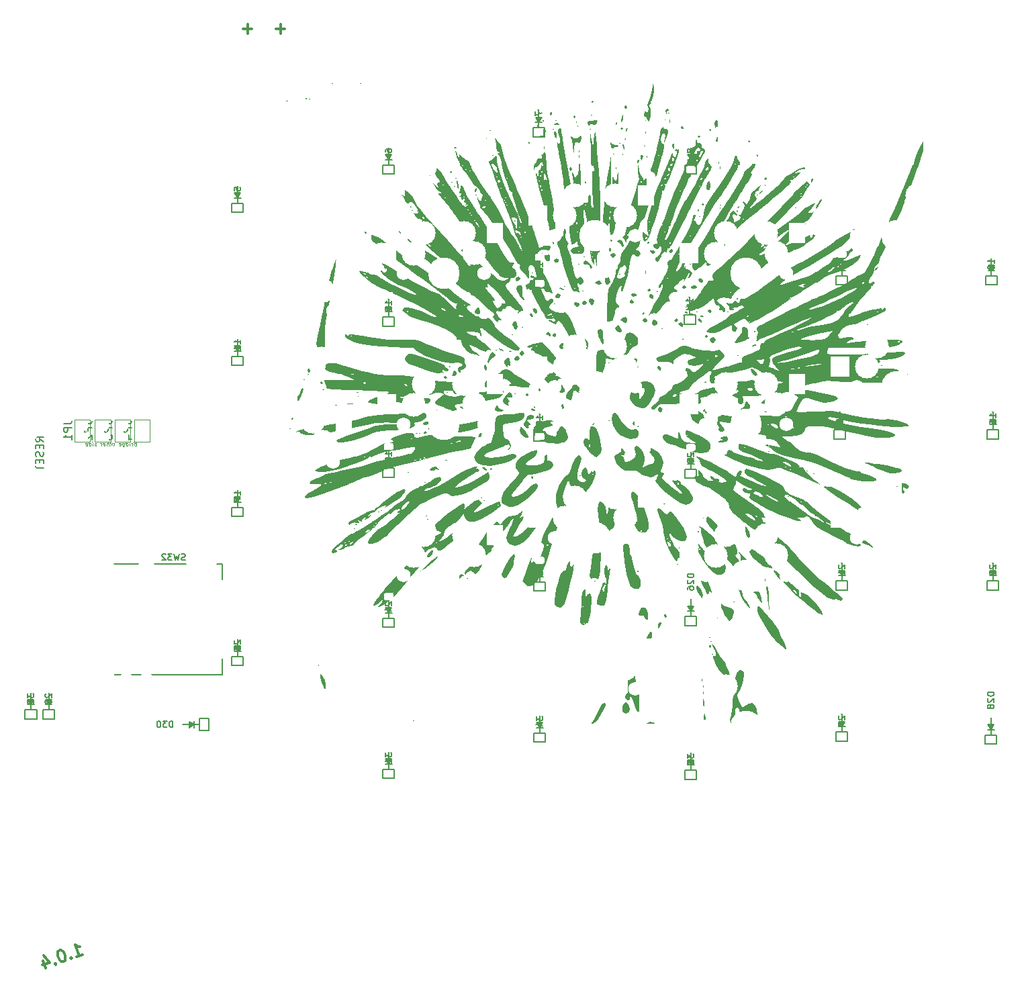
<source format=gbo>
G04 #@! TF.GenerationSoftware,KiCad,Pcbnew,7.0.5.1-1-g8f565ef7f0-dirty-deb11*
G04 #@! TF.CreationDate,2023-08-12T11:48:30+00:00*
G04 #@! TF.ProjectId,hakea-fillets,68616b65-612d-4666-996c-6c6574732e6b,1.0.4*
G04 #@! TF.SameCoordinates,Original*
G04 #@! TF.FileFunction,Legend,Bot*
G04 #@! TF.FilePolarity,Positive*
%FSLAX46Y46*%
G04 Gerber Fmt 4.6, Leading zero omitted, Abs format (unit mm)*
G04 Created by KiCad (PCBNEW 7.0.5.1-1-g8f565ef7f0-dirty-deb11) date 2023-08-12 11:48:30*
%MOMM*%
%LPD*%
G01*
G04 APERTURE LIST*
%ADD10C,0.100000*%
%ADD11C,0.300000*%
%ADD12C,0.150000*%
%ADD13C,0.152400*%
%ADD14C,0.200000*%
%ADD15C,0.160000*%
%ADD16C,0.120000*%
%ADD17C,1.750000*%
%ADD18C,3.000000*%
%ADD19C,3.987800*%
%ADD20R,2.350000X2.500000*%
%ADD21R,2.150000X2.500000*%
%ADD22O,1.000000X2.200000*%
%ADD23O,1.000000X1.800000*%
%ADD24R,2.000000X2.000000*%
%ADD25C,2.000000*%
%ADD26R,2.000000X3.200000*%
%ADD27R,1.700000X1.700000*%
%ADD28O,1.700000X1.700000*%
%ADD29C,3.500000*%
%ADD30C,1.500000*%
%ADD31C,1.600000*%
%ADD32R,0.700000X1.524000*%
%ADD33O,1.200000X1.750000*%
G04 APERTURE END LIST*
D10*
X103870941Y-78602604D02*
X103802489Y-78626414D01*
X103802489Y-78626414D02*
X103781656Y-78650223D01*
X103781656Y-78650223D02*
X103763798Y-78697842D01*
X103763798Y-78697842D02*
X103772727Y-78769271D01*
X103772727Y-78769271D02*
X103802489Y-78816890D01*
X103802489Y-78816890D02*
X103829275Y-78840700D01*
X103829275Y-78840700D02*
X103879870Y-78864509D01*
X103879870Y-78864509D02*
X104070346Y-78864509D01*
X104070346Y-78864509D02*
X104007846Y-78364509D01*
X104007846Y-78364509D02*
X103841179Y-78364509D01*
X103841179Y-78364509D02*
X103796537Y-78388319D01*
X103796537Y-78388319D02*
X103775703Y-78412128D01*
X103775703Y-78412128D02*
X103757846Y-78459747D01*
X103757846Y-78459747D02*
X103763798Y-78507366D01*
X103763798Y-78507366D02*
X103793560Y-78554985D01*
X103793560Y-78554985D02*
X103820346Y-78578795D01*
X103820346Y-78578795D02*
X103870941Y-78602604D01*
X103870941Y-78602604D02*
X104037608Y-78602604D01*
X103570346Y-78864509D02*
X103528679Y-78531176D01*
X103540584Y-78626414D02*
X103510822Y-78578795D01*
X103510822Y-78578795D02*
X103484037Y-78554985D01*
X103484037Y-78554985D02*
X103433441Y-78531176D01*
X103433441Y-78531176D02*
X103385822Y-78531176D01*
X103260822Y-78864509D02*
X103219155Y-78531176D01*
X103198322Y-78364509D02*
X103225108Y-78388319D01*
X103225108Y-78388319D02*
X103204274Y-78412128D01*
X103204274Y-78412128D02*
X103177489Y-78388319D01*
X103177489Y-78388319D02*
X103198322Y-78364509D01*
X103198322Y-78364509D02*
X103204274Y-78412128D01*
X102808441Y-78864509D02*
X102745941Y-78364509D01*
X102805465Y-78840700D02*
X102856060Y-78864509D01*
X102856060Y-78864509D02*
X102951299Y-78864509D01*
X102951299Y-78864509D02*
X102995941Y-78840700D01*
X102995941Y-78840700D02*
X103016775Y-78816890D01*
X103016775Y-78816890D02*
X103034632Y-78769271D01*
X103034632Y-78769271D02*
X103016775Y-78626414D01*
X103016775Y-78626414D02*
X102987013Y-78578795D01*
X102987013Y-78578795D02*
X102960227Y-78554985D01*
X102960227Y-78554985D02*
X102909632Y-78531176D01*
X102909632Y-78531176D02*
X102814394Y-78531176D01*
X102814394Y-78531176D02*
X102769751Y-78554985D01*
X102314394Y-78531176D02*
X102364989Y-78935938D01*
X102364989Y-78935938D02*
X102394751Y-78983557D01*
X102394751Y-78983557D02*
X102421537Y-79007366D01*
X102421537Y-79007366D02*
X102472132Y-79031176D01*
X102472132Y-79031176D02*
X102543560Y-79031176D01*
X102543560Y-79031176D02*
X102588203Y-79007366D01*
X102353084Y-78840700D02*
X102403679Y-78864509D01*
X102403679Y-78864509D02*
X102498918Y-78864509D01*
X102498918Y-78864509D02*
X102543560Y-78840700D01*
X102543560Y-78840700D02*
X102564394Y-78816890D01*
X102564394Y-78816890D02*
X102582251Y-78769271D01*
X102582251Y-78769271D02*
X102564394Y-78626414D01*
X102564394Y-78626414D02*
X102534632Y-78578795D01*
X102534632Y-78578795D02*
X102507846Y-78554985D01*
X102507846Y-78554985D02*
X102457251Y-78531176D01*
X102457251Y-78531176D02*
X102362013Y-78531176D01*
X102362013Y-78531176D02*
X102317370Y-78554985D01*
X101924513Y-78840700D02*
X101975108Y-78864509D01*
X101975108Y-78864509D02*
X102070346Y-78864509D01*
X102070346Y-78864509D02*
X102114989Y-78840700D01*
X102114989Y-78840700D02*
X102132846Y-78793080D01*
X102132846Y-78793080D02*
X102109037Y-78602604D01*
X102109037Y-78602604D02*
X102079275Y-78554985D01*
X102079275Y-78554985D02*
X102028679Y-78531176D01*
X102028679Y-78531176D02*
X101933441Y-78531176D01*
X101933441Y-78531176D02*
X101888798Y-78554985D01*
X101888798Y-78554985D02*
X101870941Y-78602604D01*
X101870941Y-78602604D02*
X101876894Y-78650223D01*
X101876894Y-78650223D02*
X102120941Y-78697842D01*
X101237014Y-78864509D02*
X101281656Y-78840700D01*
X101281656Y-78840700D02*
X101302490Y-78816890D01*
X101302490Y-78816890D02*
X101320347Y-78769271D01*
X101320347Y-78769271D02*
X101302490Y-78626414D01*
X101302490Y-78626414D02*
X101272728Y-78578795D01*
X101272728Y-78578795D02*
X101245942Y-78554985D01*
X101245942Y-78554985D02*
X101195347Y-78531176D01*
X101195347Y-78531176D02*
X101123918Y-78531176D01*
X101123918Y-78531176D02*
X101079275Y-78554985D01*
X101079275Y-78554985D02*
X101058442Y-78578795D01*
X101058442Y-78578795D02*
X101040585Y-78626414D01*
X101040585Y-78626414D02*
X101058442Y-78769271D01*
X101058442Y-78769271D02*
X101088204Y-78816890D01*
X101088204Y-78816890D02*
X101114990Y-78840700D01*
X101114990Y-78840700D02*
X101165585Y-78864509D01*
X101165585Y-78864509D02*
X101237014Y-78864509D01*
X100885823Y-78531176D02*
X100695347Y-78531176D01*
X100793561Y-78364509D02*
X100847133Y-78793080D01*
X100847133Y-78793080D02*
X100829275Y-78840700D01*
X100829275Y-78840700D02*
X100784633Y-78864509D01*
X100784633Y-78864509D02*
X100737013Y-78864509D01*
X100570347Y-78864509D02*
X100507847Y-78364509D01*
X100356061Y-78864509D02*
X100323323Y-78602604D01*
X100323323Y-78602604D02*
X100341180Y-78554985D01*
X100341180Y-78554985D02*
X100385823Y-78531176D01*
X100385823Y-78531176D02*
X100457252Y-78531176D01*
X100457252Y-78531176D02*
X100507847Y-78554985D01*
X100507847Y-78554985D02*
X100534633Y-78578795D01*
X99924514Y-78840700D02*
X99975109Y-78864509D01*
X99975109Y-78864509D02*
X100070347Y-78864509D01*
X100070347Y-78864509D02*
X100114990Y-78840700D01*
X100114990Y-78840700D02*
X100132847Y-78793080D01*
X100132847Y-78793080D02*
X100109038Y-78602604D01*
X100109038Y-78602604D02*
X100079276Y-78554985D01*
X100079276Y-78554985D02*
X100028680Y-78531176D01*
X100028680Y-78531176D02*
X99933442Y-78531176D01*
X99933442Y-78531176D02*
X99888799Y-78554985D01*
X99888799Y-78554985D02*
X99870942Y-78602604D01*
X99870942Y-78602604D02*
X99876895Y-78650223D01*
X99876895Y-78650223D02*
X100120942Y-78697842D01*
X99689395Y-78864509D02*
X99647728Y-78531176D01*
X99659633Y-78626414D02*
X99629871Y-78578795D01*
X99629871Y-78578795D02*
X99603086Y-78554985D01*
X99603086Y-78554985D02*
X99552490Y-78531176D01*
X99552490Y-78531176D02*
X99504871Y-78531176D01*
X99019752Y-78840700D02*
X98975110Y-78864509D01*
X98975110Y-78864509D02*
X98879871Y-78864509D01*
X98879871Y-78864509D02*
X98829276Y-78840700D01*
X98829276Y-78840700D02*
X98799514Y-78793080D01*
X98799514Y-78793080D02*
X98796538Y-78769271D01*
X98796538Y-78769271D02*
X98814395Y-78721652D01*
X98814395Y-78721652D02*
X98859038Y-78697842D01*
X98859038Y-78697842D02*
X98930467Y-78697842D01*
X98930467Y-78697842D02*
X98975110Y-78674033D01*
X98975110Y-78674033D02*
X98992967Y-78626414D01*
X98992967Y-78626414D02*
X98989991Y-78602604D01*
X98989991Y-78602604D02*
X98960229Y-78554985D01*
X98960229Y-78554985D02*
X98909633Y-78531176D01*
X98909633Y-78531176D02*
X98838205Y-78531176D01*
X98838205Y-78531176D02*
X98793562Y-78554985D01*
X98594157Y-78864509D02*
X98552490Y-78531176D01*
X98531657Y-78364509D02*
X98558443Y-78388319D01*
X98558443Y-78388319D02*
X98537609Y-78412128D01*
X98537609Y-78412128D02*
X98510824Y-78388319D01*
X98510824Y-78388319D02*
X98531657Y-78364509D01*
X98531657Y-78364509D02*
X98537609Y-78412128D01*
X98141776Y-78864509D02*
X98079276Y-78364509D01*
X98138800Y-78840700D02*
X98189395Y-78864509D01*
X98189395Y-78864509D02*
X98284634Y-78864509D01*
X98284634Y-78864509D02*
X98329276Y-78840700D01*
X98329276Y-78840700D02*
X98350110Y-78816890D01*
X98350110Y-78816890D02*
X98367967Y-78769271D01*
X98367967Y-78769271D02*
X98350110Y-78626414D01*
X98350110Y-78626414D02*
X98320348Y-78578795D01*
X98320348Y-78578795D02*
X98293562Y-78554985D01*
X98293562Y-78554985D02*
X98242967Y-78531176D01*
X98242967Y-78531176D02*
X98147729Y-78531176D01*
X98147729Y-78531176D02*
X98103086Y-78554985D01*
X97710229Y-78840700D02*
X97760824Y-78864509D01*
X97760824Y-78864509D02*
X97856062Y-78864509D01*
X97856062Y-78864509D02*
X97900705Y-78840700D01*
X97900705Y-78840700D02*
X97918562Y-78793080D01*
X97918562Y-78793080D02*
X97894753Y-78602604D01*
X97894753Y-78602604D02*
X97864991Y-78554985D01*
X97864991Y-78554985D02*
X97814395Y-78531176D01*
X97814395Y-78531176D02*
X97719157Y-78531176D01*
X97719157Y-78531176D02*
X97674514Y-78554985D01*
X97674514Y-78554985D02*
X97656657Y-78602604D01*
X97656657Y-78602604D02*
X97662610Y-78650223D01*
X97662610Y-78650223D02*
X97906657Y-78697842D01*
D11*
X96508702Y-143357900D02*
X97314153Y-143064740D01*
X96911428Y-143211320D02*
X96398398Y-141801781D01*
X96398398Y-141801781D02*
X96605929Y-141954284D01*
X96605929Y-141954284D02*
X96789031Y-142039665D01*
X96789031Y-142039665D02*
X96947703Y-142057926D01*
X95855755Y-143443528D02*
X95813064Y-143535079D01*
X95813064Y-143535079D02*
X95904615Y-143577770D01*
X95904615Y-143577770D02*
X95947306Y-143486219D01*
X95947306Y-143486219D02*
X95855755Y-143443528D01*
X95855755Y-143443528D02*
X95904615Y-143577770D01*
X94451892Y-142510251D02*
X94317650Y-142559111D01*
X94317650Y-142559111D02*
X94207838Y-142675092D01*
X94207838Y-142675092D02*
X94165147Y-142766643D01*
X94165147Y-142766643D02*
X94146886Y-142925315D01*
X94146886Y-142925315D02*
X94177485Y-143218228D01*
X94177485Y-143218228D02*
X94299635Y-143553833D01*
X94299635Y-143553833D02*
X94464476Y-143797887D01*
X94464476Y-143797887D02*
X94580457Y-143907698D01*
X94580457Y-143907698D02*
X94672008Y-143950389D01*
X94672008Y-143950389D02*
X94830680Y-143968650D01*
X94830680Y-143968650D02*
X94964922Y-143919790D01*
X94964922Y-143919790D02*
X95074734Y-143803809D01*
X95074734Y-143803809D02*
X95117424Y-143712258D01*
X95117424Y-143712258D02*
X95135685Y-143553586D01*
X95135685Y-143553586D02*
X95105086Y-143260673D01*
X95105086Y-143260673D02*
X94982936Y-142925068D01*
X94982936Y-142925068D02*
X94818095Y-142681015D01*
X94818095Y-142681015D02*
X94702114Y-142571203D01*
X94702114Y-142571203D02*
X94610563Y-142528512D01*
X94610563Y-142528512D02*
X94451892Y-142510251D01*
X93842128Y-144176428D02*
X93799437Y-144267979D01*
X93799437Y-144267979D02*
X93890988Y-144310670D01*
X93890988Y-144310670D02*
X93933679Y-144219119D01*
X93933679Y-144219119D02*
X93842128Y-144176428D01*
X93842128Y-144176428D02*
X93890988Y-144310670D01*
X92273670Y-143835148D02*
X92615690Y-144774840D01*
X92413835Y-143176031D02*
X93115889Y-144060694D01*
X93115889Y-144060694D02*
X92243318Y-144378284D01*
X117524542Y-26338500D02*
X118667400Y-26338500D01*
X118095971Y-26909928D02*
X118095971Y-25767071D01*
X121667399Y-26338500D02*
X122810257Y-26338500D01*
X122238828Y-26909928D02*
X122238828Y-25767071D01*
D12*
X92382819Y-78369218D02*
X91906628Y-78035885D01*
X92382819Y-77797790D02*
X91382819Y-77797790D01*
X91382819Y-77797790D02*
X91382819Y-78178742D01*
X91382819Y-78178742D02*
X91430438Y-78273980D01*
X91430438Y-78273980D02*
X91478057Y-78321599D01*
X91478057Y-78321599D02*
X91573295Y-78369218D01*
X91573295Y-78369218D02*
X91716152Y-78369218D01*
X91716152Y-78369218D02*
X91811390Y-78321599D01*
X91811390Y-78321599D02*
X91859009Y-78273980D01*
X91859009Y-78273980D02*
X91906628Y-78178742D01*
X91906628Y-78178742D02*
X91906628Y-77797790D01*
X91859009Y-78797790D02*
X91859009Y-79131123D01*
X92382819Y-79273980D02*
X92382819Y-78797790D01*
X92382819Y-78797790D02*
X91382819Y-78797790D01*
X91382819Y-78797790D02*
X91382819Y-79273980D01*
X92335200Y-79654933D02*
X92382819Y-79797790D01*
X92382819Y-79797790D02*
X92382819Y-80035885D01*
X92382819Y-80035885D02*
X92335200Y-80131123D01*
X92335200Y-80131123D02*
X92287580Y-80178742D01*
X92287580Y-80178742D02*
X92192342Y-80226361D01*
X92192342Y-80226361D02*
X92097104Y-80226361D01*
X92097104Y-80226361D02*
X92001866Y-80178742D01*
X92001866Y-80178742D02*
X91954247Y-80131123D01*
X91954247Y-80131123D02*
X91906628Y-80035885D01*
X91906628Y-80035885D02*
X91859009Y-79845409D01*
X91859009Y-79845409D02*
X91811390Y-79750171D01*
X91811390Y-79750171D02*
X91763771Y-79702552D01*
X91763771Y-79702552D02*
X91668533Y-79654933D01*
X91668533Y-79654933D02*
X91573295Y-79654933D01*
X91573295Y-79654933D02*
X91478057Y-79702552D01*
X91478057Y-79702552D02*
X91430438Y-79750171D01*
X91430438Y-79750171D02*
X91382819Y-79845409D01*
X91382819Y-79845409D02*
X91382819Y-80083504D01*
X91382819Y-80083504D02*
X91430438Y-80226361D01*
X91859009Y-80654933D02*
X91859009Y-80988266D01*
X92382819Y-81131123D02*
X92382819Y-80654933D01*
X92382819Y-80654933D02*
X91382819Y-80654933D01*
X91382819Y-80654933D02*
X91382819Y-81131123D01*
X91382819Y-81416838D02*
X91382819Y-81988266D01*
X92382819Y-81702552D02*
X91382819Y-81702552D01*
D13*
X193408091Y-54649786D02*
X192595291Y-54649786D01*
X192595291Y-54649786D02*
X192595291Y-54843310D01*
X192595291Y-54843310D02*
X192633996Y-54959424D01*
X192633996Y-54959424D02*
X192711406Y-55036834D01*
X192711406Y-55036834D02*
X192788815Y-55075539D01*
X192788815Y-55075539D02*
X192943634Y-55114243D01*
X192943634Y-55114243D02*
X193059748Y-55114243D01*
X193059748Y-55114243D02*
X193214567Y-55075539D01*
X193214567Y-55075539D02*
X193291977Y-55036834D01*
X193291977Y-55036834D02*
X193369387Y-54959424D01*
X193369387Y-54959424D02*
X193408091Y-54843310D01*
X193408091Y-54843310D02*
X193408091Y-54649786D01*
X193408091Y-55501291D02*
X193408091Y-55656110D01*
X193408091Y-55656110D02*
X193369387Y-55733520D01*
X193369387Y-55733520D02*
X193330682Y-55772224D01*
X193330682Y-55772224D02*
X193214567Y-55849634D01*
X193214567Y-55849634D02*
X193059748Y-55888339D01*
X193059748Y-55888339D02*
X192750110Y-55888339D01*
X192750110Y-55888339D02*
X192672701Y-55849634D01*
X192672701Y-55849634D02*
X192633996Y-55810929D01*
X192633996Y-55810929D02*
X192595291Y-55733520D01*
X192595291Y-55733520D02*
X192595291Y-55578701D01*
X192595291Y-55578701D02*
X192633996Y-55501291D01*
X192633996Y-55501291D02*
X192672701Y-55462586D01*
X192672701Y-55462586D02*
X192750110Y-55423882D01*
X192750110Y-55423882D02*
X192943634Y-55423882D01*
X192943634Y-55423882D02*
X193021044Y-55462586D01*
X193021044Y-55462586D02*
X193059748Y-55501291D01*
X193059748Y-55501291D02*
X193098453Y-55578701D01*
X193098453Y-55578701D02*
X193098453Y-55733520D01*
X193098453Y-55733520D02*
X193059748Y-55810929D01*
X193059748Y-55810929D02*
X193021044Y-55849634D01*
X193021044Y-55849634D02*
X192943634Y-55888339D01*
X193408091Y-93131786D02*
X192595291Y-93131786D01*
X192595291Y-93131786D02*
X192595291Y-93325310D01*
X192595291Y-93325310D02*
X192633996Y-93441424D01*
X192633996Y-93441424D02*
X192711406Y-93518834D01*
X192711406Y-93518834D02*
X192788815Y-93557539D01*
X192788815Y-93557539D02*
X192943634Y-93596243D01*
X192943634Y-93596243D02*
X193059748Y-93596243D01*
X193059748Y-93596243D02*
X193214567Y-93557539D01*
X193214567Y-93557539D02*
X193291977Y-93518834D01*
X193291977Y-93518834D02*
X193369387Y-93441424D01*
X193369387Y-93441424D02*
X193408091Y-93325310D01*
X193408091Y-93325310D02*
X193408091Y-93131786D01*
X192672701Y-93905882D02*
X192633996Y-93944586D01*
X192633996Y-93944586D02*
X192595291Y-94021996D01*
X192595291Y-94021996D02*
X192595291Y-94215520D01*
X192595291Y-94215520D02*
X192633996Y-94292929D01*
X192633996Y-94292929D02*
X192672701Y-94331634D01*
X192672701Y-94331634D02*
X192750110Y-94370339D01*
X192750110Y-94370339D02*
X192827520Y-94370339D01*
X192827520Y-94370339D02*
X192943634Y-94331634D01*
X192943634Y-94331634D02*
X193408091Y-93867177D01*
X193408091Y-93867177D02*
X193408091Y-94370339D01*
X193408091Y-95144434D02*
X193408091Y-94679977D01*
X193408091Y-94912205D02*
X192595291Y-94912205D01*
X192595291Y-94912205D02*
X192711406Y-94834796D01*
X192711406Y-94834796D02*
X192788815Y-94757386D01*
X192788815Y-94757386D02*
X192827520Y-94679977D01*
X212458091Y-93131786D02*
X211645291Y-93131786D01*
X211645291Y-93131786D02*
X211645291Y-93325310D01*
X211645291Y-93325310D02*
X211683996Y-93441424D01*
X211683996Y-93441424D02*
X211761406Y-93518834D01*
X211761406Y-93518834D02*
X211838815Y-93557539D01*
X211838815Y-93557539D02*
X211993634Y-93596243D01*
X211993634Y-93596243D02*
X212109748Y-93596243D01*
X212109748Y-93596243D02*
X212264567Y-93557539D01*
X212264567Y-93557539D02*
X212341977Y-93518834D01*
X212341977Y-93518834D02*
X212419387Y-93441424D01*
X212419387Y-93441424D02*
X212458091Y-93325310D01*
X212458091Y-93325310D02*
X212458091Y-93131786D01*
X211722701Y-93905882D02*
X211683996Y-93944586D01*
X211683996Y-93944586D02*
X211645291Y-94021996D01*
X211645291Y-94021996D02*
X211645291Y-94215520D01*
X211645291Y-94215520D02*
X211683996Y-94292929D01*
X211683996Y-94292929D02*
X211722701Y-94331634D01*
X211722701Y-94331634D02*
X211800110Y-94370339D01*
X211800110Y-94370339D02*
X211877520Y-94370339D01*
X211877520Y-94370339D02*
X211993634Y-94331634D01*
X211993634Y-94331634D02*
X212458091Y-93867177D01*
X212458091Y-93867177D02*
X212458091Y-94370339D01*
X211722701Y-94679977D02*
X211683996Y-94718681D01*
X211683996Y-94718681D02*
X211645291Y-94796091D01*
X211645291Y-94796091D02*
X211645291Y-94989615D01*
X211645291Y-94989615D02*
X211683996Y-95067024D01*
X211683996Y-95067024D02*
X211722701Y-95105729D01*
X211722701Y-95105729D02*
X211800110Y-95144434D01*
X211800110Y-95144434D02*
X211877520Y-95144434D01*
X211877520Y-95144434D02*
X211993634Y-95105729D01*
X211993634Y-95105729D02*
X212458091Y-94641272D01*
X212458091Y-94641272D02*
X212458091Y-95144434D01*
X212458091Y-74081786D02*
X211645291Y-74081786D01*
X211645291Y-74081786D02*
X211645291Y-74275310D01*
X211645291Y-74275310D02*
X211683996Y-74391424D01*
X211683996Y-74391424D02*
X211761406Y-74468834D01*
X211761406Y-74468834D02*
X211838815Y-74507539D01*
X211838815Y-74507539D02*
X211993634Y-74546243D01*
X211993634Y-74546243D02*
X212109748Y-74546243D01*
X212109748Y-74546243D02*
X212264567Y-74507539D01*
X212264567Y-74507539D02*
X212341977Y-74468834D01*
X212341977Y-74468834D02*
X212419387Y-74391424D01*
X212419387Y-74391424D02*
X212458091Y-74275310D01*
X212458091Y-74275310D02*
X212458091Y-74081786D01*
X212458091Y-75320339D02*
X212458091Y-74855882D01*
X212458091Y-75088110D02*
X211645291Y-75088110D01*
X211645291Y-75088110D02*
X211761406Y-75010701D01*
X211761406Y-75010701D02*
X211838815Y-74933291D01*
X211838815Y-74933291D02*
X211877520Y-74855882D01*
X211645291Y-76017024D02*
X211645291Y-75862205D01*
X211645291Y-75862205D02*
X211683996Y-75784796D01*
X211683996Y-75784796D02*
X211722701Y-75746091D01*
X211722701Y-75746091D02*
X211838815Y-75668681D01*
X211838815Y-75668681D02*
X211993634Y-75629977D01*
X211993634Y-75629977D02*
X212303272Y-75629977D01*
X212303272Y-75629977D02*
X212380682Y-75668681D01*
X212380682Y-75668681D02*
X212419387Y-75707386D01*
X212419387Y-75707386D02*
X212458091Y-75784796D01*
X212458091Y-75784796D02*
X212458091Y-75939615D01*
X212458091Y-75939615D02*
X212419387Y-76017024D01*
X212419387Y-76017024D02*
X212380682Y-76055729D01*
X212380682Y-76055729D02*
X212303272Y-76094434D01*
X212303272Y-76094434D02*
X212109748Y-76094434D01*
X212109748Y-76094434D02*
X212032339Y-76055729D01*
X212032339Y-76055729D02*
X211993634Y-76017024D01*
X211993634Y-76017024D02*
X211954929Y-75939615D01*
X211954929Y-75939615D02*
X211954929Y-75784796D01*
X211954929Y-75784796D02*
X211993634Y-75707386D01*
X211993634Y-75707386D02*
X212032339Y-75668681D01*
X212032339Y-75668681D02*
X212109748Y-75629977D01*
X193408091Y-112181786D02*
X192595291Y-112181786D01*
X192595291Y-112181786D02*
X192595291Y-112375310D01*
X192595291Y-112375310D02*
X192633996Y-112491424D01*
X192633996Y-112491424D02*
X192711406Y-112568834D01*
X192711406Y-112568834D02*
X192788815Y-112607539D01*
X192788815Y-112607539D02*
X192943634Y-112646243D01*
X192943634Y-112646243D02*
X193059748Y-112646243D01*
X193059748Y-112646243D02*
X193214567Y-112607539D01*
X193214567Y-112607539D02*
X193291977Y-112568834D01*
X193291977Y-112568834D02*
X193369387Y-112491424D01*
X193369387Y-112491424D02*
X193408091Y-112375310D01*
X193408091Y-112375310D02*
X193408091Y-112181786D01*
X192672701Y-112955882D02*
X192633996Y-112994586D01*
X192633996Y-112994586D02*
X192595291Y-113071996D01*
X192595291Y-113071996D02*
X192595291Y-113265520D01*
X192595291Y-113265520D02*
X192633996Y-113342929D01*
X192633996Y-113342929D02*
X192672701Y-113381634D01*
X192672701Y-113381634D02*
X192750110Y-113420339D01*
X192750110Y-113420339D02*
X192827520Y-113420339D01*
X192827520Y-113420339D02*
X192943634Y-113381634D01*
X192943634Y-113381634D02*
X193408091Y-112917177D01*
X193408091Y-112917177D02*
X193408091Y-113420339D01*
X192595291Y-113691272D02*
X192595291Y-114233138D01*
X192595291Y-114233138D02*
X193408091Y-113884796D01*
X136258091Y-59857786D02*
X135445291Y-59857786D01*
X135445291Y-59857786D02*
X135445291Y-60051310D01*
X135445291Y-60051310D02*
X135483996Y-60167424D01*
X135483996Y-60167424D02*
X135561406Y-60244834D01*
X135561406Y-60244834D02*
X135638815Y-60283539D01*
X135638815Y-60283539D02*
X135793634Y-60322243D01*
X135793634Y-60322243D02*
X135909748Y-60322243D01*
X135909748Y-60322243D02*
X136064567Y-60283539D01*
X136064567Y-60283539D02*
X136141977Y-60244834D01*
X136141977Y-60244834D02*
X136219387Y-60167424D01*
X136219387Y-60167424D02*
X136258091Y-60051310D01*
X136258091Y-60051310D02*
X136258091Y-59857786D01*
X136258091Y-61096339D02*
X136258091Y-60631882D01*
X136258091Y-60864110D02*
X135445291Y-60864110D01*
X135445291Y-60864110D02*
X135561406Y-60786701D01*
X135561406Y-60786701D02*
X135638815Y-60709291D01*
X135638815Y-60709291D02*
X135677520Y-60631882D01*
X135522701Y-61405977D02*
X135483996Y-61444681D01*
X135483996Y-61444681D02*
X135445291Y-61522091D01*
X135445291Y-61522091D02*
X135445291Y-61715615D01*
X135445291Y-61715615D02*
X135483996Y-61793024D01*
X135483996Y-61793024D02*
X135522701Y-61831729D01*
X135522701Y-61831729D02*
X135600110Y-61870434D01*
X135600110Y-61870434D02*
X135677520Y-61870434D01*
X135677520Y-61870434D02*
X135793634Y-61831729D01*
X135793634Y-61831729D02*
X136258091Y-61367272D01*
X136258091Y-61367272D02*
X136258091Y-61870434D01*
D12*
X99991419Y-76128666D02*
X100705704Y-76128666D01*
X100705704Y-76128666D02*
X100848561Y-76081047D01*
X100848561Y-76081047D02*
X100943800Y-75985809D01*
X100943800Y-75985809D02*
X100991419Y-75842952D01*
X100991419Y-75842952D02*
X100991419Y-75747714D01*
X100991419Y-76604857D02*
X99991419Y-76604857D01*
X99991419Y-76604857D02*
X99991419Y-76985809D01*
X99991419Y-76985809D02*
X100039038Y-77081047D01*
X100039038Y-77081047D02*
X100086657Y-77128666D01*
X100086657Y-77128666D02*
X100181895Y-77176285D01*
X100181895Y-77176285D02*
X100324752Y-77176285D01*
X100324752Y-77176285D02*
X100419990Y-77128666D01*
X100419990Y-77128666D02*
X100467609Y-77081047D01*
X100467609Y-77081047D02*
X100515228Y-76985809D01*
X100515228Y-76985809D02*
X100515228Y-76604857D01*
X99991419Y-77509619D02*
X99991419Y-78128666D01*
X99991419Y-78128666D02*
X100372371Y-77795333D01*
X100372371Y-77795333D02*
X100372371Y-77938190D01*
X100372371Y-77938190D02*
X100419990Y-78033428D01*
X100419990Y-78033428D02*
X100467609Y-78081047D01*
X100467609Y-78081047D02*
X100562847Y-78128666D01*
X100562847Y-78128666D02*
X100800942Y-78128666D01*
X100800942Y-78128666D02*
X100896180Y-78081047D01*
X100896180Y-78081047D02*
X100943800Y-78033428D01*
X100943800Y-78033428D02*
X100991419Y-77938190D01*
X100991419Y-77938190D02*
X100991419Y-77652476D01*
X100991419Y-77652476D02*
X100943800Y-77557238D01*
X100943800Y-77557238D02*
X100896180Y-77509619D01*
D13*
X117208091Y-83859786D02*
X116395291Y-83859786D01*
X116395291Y-83859786D02*
X116395291Y-84053310D01*
X116395291Y-84053310D02*
X116433996Y-84169424D01*
X116433996Y-84169424D02*
X116511406Y-84246834D01*
X116511406Y-84246834D02*
X116588815Y-84285539D01*
X116588815Y-84285539D02*
X116743634Y-84324243D01*
X116743634Y-84324243D02*
X116859748Y-84324243D01*
X116859748Y-84324243D02*
X117014567Y-84285539D01*
X117014567Y-84285539D02*
X117091977Y-84246834D01*
X117091977Y-84246834D02*
X117169387Y-84169424D01*
X117169387Y-84169424D02*
X117208091Y-84053310D01*
X117208091Y-84053310D02*
X117208091Y-83859786D01*
X117208091Y-85098339D02*
X117208091Y-84633882D01*
X117208091Y-84866110D02*
X116395291Y-84866110D01*
X116395291Y-84866110D02*
X116511406Y-84788701D01*
X116511406Y-84788701D02*
X116588815Y-84711291D01*
X116588815Y-84711291D02*
X116627520Y-84633882D01*
X116395291Y-85369272D02*
X116395291Y-85911138D01*
X116395291Y-85911138D02*
X117208091Y-85562796D01*
X155308091Y-93257786D02*
X154495291Y-93257786D01*
X154495291Y-93257786D02*
X154495291Y-93451310D01*
X154495291Y-93451310D02*
X154533996Y-93567424D01*
X154533996Y-93567424D02*
X154611406Y-93644834D01*
X154611406Y-93644834D02*
X154688815Y-93683539D01*
X154688815Y-93683539D02*
X154843634Y-93722243D01*
X154843634Y-93722243D02*
X154959748Y-93722243D01*
X154959748Y-93722243D02*
X155114567Y-93683539D01*
X155114567Y-93683539D02*
X155191977Y-93644834D01*
X155191977Y-93644834D02*
X155269387Y-93567424D01*
X155269387Y-93567424D02*
X155308091Y-93451310D01*
X155308091Y-93451310D02*
X155308091Y-93257786D01*
X154572701Y-94031882D02*
X154533996Y-94070586D01*
X154533996Y-94070586D02*
X154495291Y-94147996D01*
X154495291Y-94147996D02*
X154495291Y-94341520D01*
X154495291Y-94341520D02*
X154533996Y-94418929D01*
X154533996Y-94418929D02*
X154572701Y-94457634D01*
X154572701Y-94457634D02*
X154650110Y-94496339D01*
X154650110Y-94496339D02*
X154727520Y-94496339D01*
X154727520Y-94496339D02*
X154843634Y-94457634D01*
X154843634Y-94457634D02*
X155308091Y-93993177D01*
X155308091Y-93993177D02*
X155308091Y-94496339D01*
X154495291Y-95231729D02*
X154495291Y-94844681D01*
X154495291Y-94844681D02*
X154882339Y-94805977D01*
X154882339Y-94805977D02*
X154843634Y-94844681D01*
X154843634Y-94844681D02*
X154804929Y-94922091D01*
X154804929Y-94922091D02*
X154804929Y-95115615D01*
X154804929Y-95115615D02*
X154843634Y-95193024D01*
X154843634Y-95193024D02*
X154882339Y-95231729D01*
X154882339Y-95231729D02*
X154959748Y-95270434D01*
X154959748Y-95270434D02*
X155153272Y-95270434D01*
X155153272Y-95270434D02*
X155230682Y-95231729D01*
X155230682Y-95231729D02*
X155269387Y-95193024D01*
X155269387Y-95193024D02*
X155308091Y-95115615D01*
X155308091Y-95115615D02*
X155308091Y-94922091D01*
X155308091Y-94922091D02*
X155269387Y-94844681D01*
X155269387Y-94844681D02*
X155230682Y-94805977D01*
X117208091Y-64809786D02*
X116395291Y-64809786D01*
X116395291Y-64809786D02*
X116395291Y-65003310D01*
X116395291Y-65003310D02*
X116433996Y-65119424D01*
X116433996Y-65119424D02*
X116511406Y-65196834D01*
X116511406Y-65196834D02*
X116588815Y-65235539D01*
X116588815Y-65235539D02*
X116743634Y-65274243D01*
X116743634Y-65274243D02*
X116859748Y-65274243D01*
X116859748Y-65274243D02*
X117014567Y-65235539D01*
X117014567Y-65235539D02*
X117091977Y-65196834D01*
X117091977Y-65196834D02*
X117169387Y-65119424D01*
X117169387Y-65119424D02*
X117208091Y-65003310D01*
X117208091Y-65003310D02*
X117208091Y-64809786D01*
X117208091Y-66048339D02*
X117208091Y-65583882D01*
X117208091Y-65816110D02*
X116395291Y-65816110D01*
X116395291Y-65816110D02*
X116511406Y-65738701D01*
X116511406Y-65738701D02*
X116588815Y-65661291D01*
X116588815Y-65661291D02*
X116627520Y-65583882D01*
X117208091Y-66822434D02*
X117208091Y-66357977D01*
X117208091Y-66590205D02*
X116395291Y-66590205D01*
X116395291Y-66590205D02*
X116511406Y-66512796D01*
X116511406Y-66512796D02*
X116588815Y-66435386D01*
X116588815Y-66435386D02*
X116627520Y-66357977D01*
X174358091Y-79033786D02*
X173545291Y-79033786D01*
X173545291Y-79033786D02*
X173545291Y-79227310D01*
X173545291Y-79227310D02*
X173583996Y-79343424D01*
X173583996Y-79343424D02*
X173661406Y-79420834D01*
X173661406Y-79420834D02*
X173738815Y-79459539D01*
X173738815Y-79459539D02*
X173893634Y-79498243D01*
X173893634Y-79498243D02*
X174009748Y-79498243D01*
X174009748Y-79498243D02*
X174164567Y-79459539D01*
X174164567Y-79459539D02*
X174241977Y-79420834D01*
X174241977Y-79420834D02*
X174319387Y-79343424D01*
X174319387Y-79343424D02*
X174358091Y-79227310D01*
X174358091Y-79227310D02*
X174358091Y-79033786D01*
X173622701Y-79807882D02*
X173583996Y-79846586D01*
X173583996Y-79846586D02*
X173545291Y-79923996D01*
X173545291Y-79923996D02*
X173545291Y-80117520D01*
X173545291Y-80117520D02*
X173583996Y-80194929D01*
X173583996Y-80194929D02*
X173622701Y-80233634D01*
X173622701Y-80233634D02*
X173700110Y-80272339D01*
X173700110Y-80272339D02*
X173777520Y-80272339D01*
X173777520Y-80272339D02*
X173893634Y-80233634D01*
X173893634Y-80233634D02*
X174358091Y-79769177D01*
X174358091Y-79769177D02*
X174358091Y-80272339D01*
X173545291Y-80775500D02*
X173545291Y-80852910D01*
X173545291Y-80852910D02*
X173583996Y-80930319D01*
X173583996Y-80930319D02*
X173622701Y-80969024D01*
X173622701Y-80969024D02*
X173700110Y-81007729D01*
X173700110Y-81007729D02*
X173854929Y-81046434D01*
X173854929Y-81046434D02*
X174048453Y-81046434D01*
X174048453Y-81046434D02*
X174203272Y-81007729D01*
X174203272Y-81007729D02*
X174280682Y-80969024D01*
X174280682Y-80969024D02*
X174319387Y-80930319D01*
X174319387Y-80930319D02*
X174358091Y-80852910D01*
X174358091Y-80852910D02*
X174358091Y-80775500D01*
X174358091Y-80775500D02*
X174319387Y-80698091D01*
X174319387Y-80698091D02*
X174280682Y-80659386D01*
X174280682Y-80659386D02*
X174203272Y-80620681D01*
X174203272Y-80620681D02*
X174048453Y-80581977D01*
X174048453Y-80581977D02*
X173854929Y-80581977D01*
X173854929Y-80581977D02*
X173700110Y-80620681D01*
X173700110Y-80620681D02*
X173622701Y-80659386D01*
X173622701Y-80659386D02*
X173583996Y-80698091D01*
X173583996Y-80698091D02*
X173545291Y-80775500D01*
X155308091Y-112307786D02*
X154495291Y-112307786D01*
X154495291Y-112307786D02*
X154495291Y-112501310D01*
X154495291Y-112501310D02*
X154533996Y-112617424D01*
X154533996Y-112617424D02*
X154611406Y-112694834D01*
X154611406Y-112694834D02*
X154688815Y-112733539D01*
X154688815Y-112733539D02*
X154843634Y-112772243D01*
X154843634Y-112772243D02*
X154959748Y-112772243D01*
X154959748Y-112772243D02*
X155114567Y-112733539D01*
X155114567Y-112733539D02*
X155191977Y-112694834D01*
X155191977Y-112694834D02*
X155269387Y-112617424D01*
X155269387Y-112617424D02*
X155308091Y-112501310D01*
X155308091Y-112501310D02*
X155308091Y-112307786D01*
X154495291Y-113043177D02*
X154495291Y-113546339D01*
X154495291Y-113546339D02*
X154804929Y-113275405D01*
X154804929Y-113275405D02*
X154804929Y-113391520D01*
X154804929Y-113391520D02*
X154843634Y-113468929D01*
X154843634Y-113468929D02*
X154882339Y-113507634D01*
X154882339Y-113507634D02*
X154959748Y-113546339D01*
X154959748Y-113546339D02*
X155153272Y-113546339D01*
X155153272Y-113546339D02*
X155230682Y-113507634D01*
X155230682Y-113507634D02*
X155269387Y-113468929D01*
X155269387Y-113468929D02*
X155308091Y-113391520D01*
X155308091Y-113391520D02*
X155308091Y-113159291D01*
X155308091Y-113159291D02*
X155269387Y-113081882D01*
X155269387Y-113081882D02*
X155230682Y-113043177D01*
X154766225Y-114243024D02*
X155308091Y-114243024D01*
X154456587Y-114049500D02*
X155037158Y-113855977D01*
X155037158Y-113855977D02*
X155037158Y-114359138D01*
D14*
X110221077Y-93300800D02*
X110106791Y-93338895D01*
X110106791Y-93338895D02*
X109916315Y-93338895D01*
X109916315Y-93338895D02*
X109840124Y-93300800D01*
X109840124Y-93300800D02*
X109802029Y-93262704D01*
X109802029Y-93262704D02*
X109763934Y-93186514D01*
X109763934Y-93186514D02*
X109763934Y-93110323D01*
X109763934Y-93110323D02*
X109802029Y-93034133D01*
X109802029Y-93034133D02*
X109840124Y-92996038D01*
X109840124Y-92996038D02*
X109916315Y-92957942D01*
X109916315Y-92957942D02*
X110068696Y-92919847D01*
X110068696Y-92919847D02*
X110144886Y-92881752D01*
X110144886Y-92881752D02*
X110182981Y-92843657D01*
X110182981Y-92843657D02*
X110221077Y-92767466D01*
X110221077Y-92767466D02*
X110221077Y-92691276D01*
X110221077Y-92691276D02*
X110182981Y-92615085D01*
X110182981Y-92615085D02*
X110144886Y-92576990D01*
X110144886Y-92576990D02*
X110068696Y-92538895D01*
X110068696Y-92538895D02*
X109878219Y-92538895D01*
X109878219Y-92538895D02*
X109763934Y-92576990D01*
X109497267Y-92538895D02*
X109306791Y-93338895D01*
X109306791Y-93338895D02*
X109154410Y-92767466D01*
X109154410Y-92767466D02*
X109002029Y-93338895D01*
X109002029Y-93338895D02*
X108811553Y-92538895D01*
X108582981Y-92538895D02*
X108087743Y-92538895D01*
X108087743Y-92538895D02*
X108354409Y-92843657D01*
X108354409Y-92843657D02*
X108240124Y-92843657D01*
X108240124Y-92843657D02*
X108163933Y-92881752D01*
X108163933Y-92881752D02*
X108125838Y-92919847D01*
X108125838Y-92919847D02*
X108087743Y-92996038D01*
X108087743Y-92996038D02*
X108087743Y-93186514D01*
X108087743Y-93186514D02*
X108125838Y-93262704D01*
X108125838Y-93262704D02*
X108163933Y-93300800D01*
X108163933Y-93300800D02*
X108240124Y-93338895D01*
X108240124Y-93338895D02*
X108468695Y-93338895D01*
X108468695Y-93338895D02*
X108544886Y-93300800D01*
X108544886Y-93300800D02*
X108582981Y-93262704D01*
X107782981Y-92615085D02*
X107744885Y-92576990D01*
X107744885Y-92576990D02*
X107668695Y-92538895D01*
X107668695Y-92538895D02*
X107478219Y-92538895D01*
X107478219Y-92538895D02*
X107402028Y-92576990D01*
X107402028Y-92576990D02*
X107363933Y-92615085D01*
X107363933Y-92615085D02*
X107325838Y-92691276D01*
X107325838Y-92691276D02*
X107325838Y-92767466D01*
X107325838Y-92767466D02*
X107363933Y-92881752D01*
X107363933Y-92881752D02*
X107821076Y-93338895D01*
X107821076Y-93338895D02*
X107325838Y-93338895D01*
D13*
X136258091Y-97829786D02*
X135445291Y-97829786D01*
X135445291Y-97829786D02*
X135445291Y-98023310D01*
X135445291Y-98023310D02*
X135483996Y-98139424D01*
X135483996Y-98139424D02*
X135561406Y-98216834D01*
X135561406Y-98216834D02*
X135638815Y-98255539D01*
X135638815Y-98255539D02*
X135793634Y-98294243D01*
X135793634Y-98294243D02*
X135909748Y-98294243D01*
X135909748Y-98294243D02*
X136064567Y-98255539D01*
X136064567Y-98255539D02*
X136141977Y-98216834D01*
X136141977Y-98216834D02*
X136219387Y-98139424D01*
X136219387Y-98139424D02*
X136258091Y-98023310D01*
X136258091Y-98023310D02*
X136258091Y-97829786D01*
X135522701Y-98603882D02*
X135483996Y-98642586D01*
X135483996Y-98642586D02*
X135445291Y-98719996D01*
X135445291Y-98719996D02*
X135445291Y-98913520D01*
X135445291Y-98913520D02*
X135483996Y-98990929D01*
X135483996Y-98990929D02*
X135522701Y-99029634D01*
X135522701Y-99029634D02*
X135600110Y-99068339D01*
X135600110Y-99068339D02*
X135677520Y-99068339D01*
X135677520Y-99068339D02*
X135793634Y-99029634D01*
X135793634Y-99029634D02*
X136258091Y-98565177D01*
X136258091Y-98565177D02*
X136258091Y-99068339D01*
X135716225Y-99765024D02*
X136258091Y-99765024D01*
X135406587Y-99571500D02*
X135987158Y-99377977D01*
X135987158Y-99377977D02*
X135987158Y-99881138D01*
X155308091Y-74335786D02*
X154495291Y-74335786D01*
X154495291Y-74335786D02*
X154495291Y-74529310D01*
X154495291Y-74529310D02*
X154533996Y-74645424D01*
X154533996Y-74645424D02*
X154611406Y-74722834D01*
X154611406Y-74722834D02*
X154688815Y-74761539D01*
X154688815Y-74761539D02*
X154843634Y-74800243D01*
X154843634Y-74800243D02*
X154959748Y-74800243D01*
X154959748Y-74800243D02*
X155114567Y-74761539D01*
X155114567Y-74761539D02*
X155191977Y-74722834D01*
X155191977Y-74722834D02*
X155269387Y-74645424D01*
X155269387Y-74645424D02*
X155308091Y-74529310D01*
X155308091Y-74529310D02*
X155308091Y-74335786D01*
X155308091Y-75574339D02*
X155308091Y-75109882D01*
X155308091Y-75342110D02*
X154495291Y-75342110D01*
X154495291Y-75342110D02*
X154611406Y-75264701D01*
X154611406Y-75264701D02*
X154688815Y-75187291D01*
X154688815Y-75187291D02*
X154727520Y-75109882D01*
X155308091Y-75961386D02*
X155308091Y-76116205D01*
X155308091Y-76116205D02*
X155269387Y-76193615D01*
X155269387Y-76193615D02*
X155230682Y-76232319D01*
X155230682Y-76232319D02*
X155114567Y-76309729D01*
X155114567Y-76309729D02*
X154959748Y-76348434D01*
X154959748Y-76348434D02*
X154650110Y-76348434D01*
X154650110Y-76348434D02*
X154572701Y-76309729D01*
X154572701Y-76309729D02*
X154533996Y-76271024D01*
X154533996Y-76271024D02*
X154495291Y-76193615D01*
X154495291Y-76193615D02*
X154495291Y-76038796D01*
X154495291Y-76038796D02*
X154533996Y-75961386D01*
X154533996Y-75961386D02*
X154572701Y-75922681D01*
X154572701Y-75922681D02*
X154650110Y-75883977D01*
X154650110Y-75883977D02*
X154843634Y-75883977D01*
X154843634Y-75883977D02*
X154921044Y-75922681D01*
X154921044Y-75922681D02*
X154959748Y-75961386D01*
X154959748Y-75961386D02*
X154998453Y-76038796D01*
X154998453Y-76038796D02*
X154998453Y-76193615D01*
X154998453Y-76193615D02*
X154959748Y-76271024D01*
X154959748Y-76271024D02*
X154921044Y-76309729D01*
X154921044Y-76309729D02*
X154843634Y-76348434D01*
X93408291Y-109412186D02*
X92595491Y-109412186D01*
X92595491Y-109412186D02*
X92595491Y-109605710D01*
X92595491Y-109605710D02*
X92634196Y-109721824D01*
X92634196Y-109721824D02*
X92711606Y-109799234D01*
X92711606Y-109799234D02*
X92789015Y-109837939D01*
X92789015Y-109837939D02*
X92943834Y-109876643D01*
X92943834Y-109876643D02*
X93059948Y-109876643D01*
X93059948Y-109876643D02*
X93214767Y-109837939D01*
X93214767Y-109837939D02*
X93292177Y-109799234D01*
X93292177Y-109799234D02*
X93369587Y-109721824D01*
X93369587Y-109721824D02*
X93408291Y-109605710D01*
X93408291Y-109605710D02*
X93408291Y-109412186D01*
X92672901Y-110186282D02*
X92634196Y-110224986D01*
X92634196Y-110224986D02*
X92595491Y-110302396D01*
X92595491Y-110302396D02*
X92595491Y-110495920D01*
X92595491Y-110495920D02*
X92634196Y-110573329D01*
X92634196Y-110573329D02*
X92672901Y-110612034D01*
X92672901Y-110612034D02*
X92750310Y-110650739D01*
X92750310Y-110650739D02*
X92827720Y-110650739D01*
X92827720Y-110650739D02*
X92943834Y-110612034D01*
X92943834Y-110612034D02*
X93408291Y-110147577D01*
X93408291Y-110147577D02*
X93408291Y-110650739D01*
X93408291Y-111037786D02*
X93408291Y-111192605D01*
X93408291Y-111192605D02*
X93369587Y-111270015D01*
X93369587Y-111270015D02*
X93330882Y-111308719D01*
X93330882Y-111308719D02*
X93214767Y-111386129D01*
X93214767Y-111386129D02*
X93059948Y-111424834D01*
X93059948Y-111424834D02*
X92750310Y-111424834D01*
X92750310Y-111424834D02*
X92672901Y-111386129D01*
X92672901Y-111386129D02*
X92634196Y-111347424D01*
X92634196Y-111347424D02*
X92595491Y-111270015D01*
X92595491Y-111270015D02*
X92595491Y-111115196D01*
X92595491Y-111115196D02*
X92634196Y-111037786D01*
X92634196Y-111037786D02*
X92672901Y-110999081D01*
X92672901Y-110999081D02*
X92750310Y-110960377D01*
X92750310Y-110960377D02*
X92943834Y-110960377D01*
X92943834Y-110960377D02*
X93021244Y-110999081D01*
X93021244Y-110999081D02*
X93059948Y-111037786D01*
X93059948Y-111037786D02*
X93098653Y-111115196D01*
X93098653Y-111115196D02*
X93098653Y-111270015D01*
X93098653Y-111270015D02*
X93059948Y-111347424D01*
X93059948Y-111347424D02*
X93021244Y-111386129D01*
X93021244Y-111386129D02*
X92943834Y-111424834D01*
D12*
X102455219Y-76128666D02*
X103169504Y-76128666D01*
X103169504Y-76128666D02*
X103312361Y-76081047D01*
X103312361Y-76081047D02*
X103407600Y-75985809D01*
X103407600Y-75985809D02*
X103455219Y-75842952D01*
X103455219Y-75842952D02*
X103455219Y-75747714D01*
X103455219Y-76604857D02*
X102455219Y-76604857D01*
X102455219Y-76604857D02*
X102455219Y-76985809D01*
X102455219Y-76985809D02*
X102502838Y-77081047D01*
X102502838Y-77081047D02*
X102550457Y-77128666D01*
X102550457Y-77128666D02*
X102645695Y-77176285D01*
X102645695Y-77176285D02*
X102788552Y-77176285D01*
X102788552Y-77176285D02*
X102883790Y-77128666D01*
X102883790Y-77128666D02*
X102931409Y-77081047D01*
X102931409Y-77081047D02*
X102979028Y-76985809D01*
X102979028Y-76985809D02*
X102979028Y-76604857D01*
X102788552Y-78033428D02*
X103455219Y-78033428D01*
X102407600Y-77795333D02*
X103121885Y-77557238D01*
X103121885Y-77557238D02*
X103121885Y-78176285D01*
D13*
X91147691Y-109412186D02*
X90334891Y-109412186D01*
X90334891Y-109412186D02*
X90334891Y-109605710D01*
X90334891Y-109605710D02*
X90373596Y-109721824D01*
X90373596Y-109721824D02*
X90451006Y-109799234D01*
X90451006Y-109799234D02*
X90528415Y-109837939D01*
X90528415Y-109837939D02*
X90683234Y-109876643D01*
X90683234Y-109876643D02*
X90799348Y-109876643D01*
X90799348Y-109876643D02*
X90954167Y-109837939D01*
X90954167Y-109837939D02*
X91031577Y-109799234D01*
X91031577Y-109799234D02*
X91108987Y-109721824D01*
X91108987Y-109721824D02*
X91147691Y-109605710D01*
X91147691Y-109605710D02*
X91147691Y-109412186D01*
X90334891Y-110147577D02*
X90334891Y-110650739D01*
X90334891Y-110650739D02*
X90644529Y-110379805D01*
X90644529Y-110379805D02*
X90644529Y-110495920D01*
X90644529Y-110495920D02*
X90683234Y-110573329D01*
X90683234Y-110573329D02*
X90721939Y-110612034D01*
X90721939Y-110612034D02*
X90799348Y-110650739D01*
X90799348Y-110650739D02*
X90992872Y-110650739D01*
X90992872Y-110650739D02*
X91070282Y-110612034D01*
X91070282Y-110612034D02*
X91108987Y-110573329D01*
X91108987Y-110573329D02*
X91147691Y-110495920D01*
X91147691Y-110495920D02*
X91147691Y-110263691D01*
X91147691Y-110263691D02*
X91108987Y-110186282D01*
X91108987Y-110186282D02*
X91070282Y-110147577D01*
X90412301Y-110960377D02*
X90373596Y-110999081D01*
X90373596Y-110999081D02*
X90334891Y-111076491D01*
X90334891Y-111076491D02*
X90334891Y-111270015D01*
X90334891Y-111270015D02*
X90373596Y-111347424D01*
X90373596Y-111347424D02*
X90412301Y-111386129D01*
X90412301Y-111386129D02*
X90489710Y-111424834D01*
X90489710Y-111424834D02*
X90567120Y-111424834D01*
X90567120Y-111424834D02*
X90683234Y-111386129D01*
X90683234Y-111386129D02*
X91147691Y-110921672D01*
X91147691Y-110921672D02*
X91147691Y-111424834D01*
X108672213Y-114414091D02*
X108672213Y-113601291D01*
X108672213Y-113601291D02*
X108478689Y-113601291D01*
X108478689Y-113601291D02*
X108362575Y-113639996D01*
X108362575Y-113639996D02*
X108285165Y-113717406D01*
X108285165Y-113717406D02*
X108246460Y-113794815D01*
X108246460Y-113794815D02*
X108207756Y-113949634D01*
X108207756Y-113949634D02*
X108207756Y-114065748D01*
X108207756Y-114065748D02*
X108246460Y-114220567D01*
X108246460Y-114220567D02*
X108285165Y-114297977D01*
X108285165Y-114297977D02*
X108362575Y-114375387D01*
X108362575Y-114375387D02*
X108478689Y-114414091D01*
X108478689Y-114414091D02*
X108672213Y-114414091D01*
X107936822Y-113601291D02*
X107433660Y-113601291D01*
X107433660Y-113601291D02*
X107704594Y-113910929D01*
X107704594Y-113910929D02*
X107588479Y-113910929D01*
X107588479Y-113910929D02*
X107511070Y-113949634D01*
X107511070Y-113949634D02*
X107472365Y-113988339D01*
X107472365Y-113988339D02*
X107433660Y-114065748D01*
X107433660Y-114065748D02*
X107433660Y-114259272D01*
X107433660Y-114259272D02*
X107472365Y-114336682D01*
X107472365Y-114336682D02*
X107511070Y-114375387D01*
X107511070Y-114375387D02*
X107588479Y-114414091D01*
X107588479Y-114414091D02*
X107820708Y-114414091D01*
X107820708Y-114414091D02*
X107898117Y-114375387D01*
X107898117Y-114375387D02*
X107936822Y-114336682D01*
X106930499Y-113601291D02*
X106853089Y-113601291D01*
X106853089Y-113601291D02*
X106775680Y-113639996D01*
X106775680Y-113639996D02*
X106736975Y-113678701D01*
X106736975Y-113678701D02*
X106698270Y-113756110D01*
X106698270Y-113756110D02*
X106659565Y-113910929D01*
X106659565Y-113910929D02*
X106659565Y-114104453D01*
X106659565Y-114104453D02*
X106698270Y-114259272D01*
X106698270Y-114259272D02*
X106736975Y-114336682D01*
X106736975Y-114336682D02*
X106775680Y-114375387D01*
X106775680Y-114375387D02*
X106853089Y-114414091D01*
X106853089Y-114414091D02*
X106930499Y-114414091D01*
X106930499Y-114414091D02*
X107007908Y-114375387D01*
X107007908Y-114375387D02*
X107046613Y-114336682D01*
X107046613Y-114336682D02*
X107085318Y-114259272D01*
X107085318Y-114259272D02*
X107124022Y-114104453D01*
X107124022Y-114104453D02*
X107124022Y-113910929D01*
X107124022Y-113910929D02*
X107085318Y-113756110D01*
X107085318Y-113756110D02*
X107046613Y-113678701D01*
X107046613Y-113678701D02*
X107007908Y-113639996D01*
X107007908Y-113639996D02*
X106930499Y-113601291D01*
X174358091Y-40679786D02*
X173545291Y-40679786D01*
X173545291Y-40679786D02*
X173545291Y-40873310D01*
X173545291Y-40873310D02*
X173583996Y-40989424D01*
X173583996Y-40989424D02*
X173661406Y-41066834D01*
X173661406Y-41066834D02*
X173738815Y-41105539D01*
X173738815Y-41105539D02*
X173893634Y-41144243D01*
X173893634Y-41144243D02*
X174009748Y-41144243D01*
X174009748Y-41144243D02*
X174164567Y-41105539D01*
X174164567Y-41105539D02*
X174241977Y-41066834D01*
X174241977Y-41066834D02*
X174319387Y-40989424D01*
X174319387Y-40989424D02*
X174358091Y-40873310D01*
X174358091Y-40873310D02*
X174358091Y-40679786D01*
X173893634Y-41608701D02*
X173854929Y-41531291D01*
X173854929Y-41531291D02*
X173816225Y-41492586D01*
X173816225Y-41492586D02*
X173738815Y-41453882D01*
X173738815Y-41453882D02*
X173700110Y-41453882D01*
X173700110Y-41453882D02*
X173622701Y-41492586D01*
X173622701Y-41492586D02*
X173583996Y-41531291D01*
X173583996Y-41531291D02*
X173545291Y-41608701D01*
X173545291Y-41608701D02*
X173545291Y-41763520D01*
X173545291Y-41763520D02*
X173583996Y-41840929D01*
X173583996Y-41840929D02*
X173622701Y-41879634D01*
X173622701Y-41879634D02*
X173700110Y-41918339D01*
X173700110Y-41918339D02*
X173738815Y-41918339D01*
X173738815Y-41918339D02*
X173816225Y-41879634D01*
X173816225Y-41879634D02*
X173854929Y-41840929D01*
X173854929Y-41840929D02*
X173893634Y-41763520D01*
X173893634Y-41763520D02*
X173893634Y-41608701D01*
X173893634Y-41608701D02*
X173932339Y-41531291D01*
X173932339Y-41531291D02*
X173971044Y-41492586D01*
X173971044Y-41492586D02*
X174048453Y-41453882D01*
X174048453Y-41453882D02*
X174203272Y-41453882D01*
X174203272Y-41453882D02*
X174280682Y-41492586D01*
X174280682Y-41492586D02*
X174319387Y-41531291D01*
X174319387Y-41531291D02*
X174358091Y-41608701D01*
X174358091Y-41608701D02*
X174358091Y-41763520D01*
X174358091Y-41763520D02*
X174319387Y-41840929D01*
X174319387Y-41840929D02*
X174280682Y-41879634D01*
X174280682Y-41879634D02*
X174203272Y-41918339D01*
X174203272Y-41918339D02*
X174048453Y-41918339D01*
X174048453Y-41918339D02*
X173971044Y-41879634D01*
X173971044Y-41879634D02*
X173932339Y-41840929D01*
X173932339Y-41840929D02*
X173893634Y-41763520D01*
X117208091Y-45505786D02*
X116395291Y-45505786D01*
X116395291Y-45505786D02*
X116395291Y-45699310D01*
X116395291Y-45699310D02*
X116433996Y-45815424D01*
X116433996Y-45815424D02*
X116511406Y-45892834D01*
X116511406Y-45892834D02*
X116588815Y-45931539D01*
X116588815Y-45931539D02*
X116743634Y-45970243D01*
X116743634Y-45970243D02*
X116859748Y-45970243D01*
X116859748Y-45970243D02*
X117014567Y-45931539D01*
X117014567Y-45931539D02*
X117091977Y-45892834D01*
X117091977Y-45892834D02*
X117169387Y-45815424D01*
X117169387Y-45815424D02*
X117208091Y-45699310D01*
X117208091Y-45699310D02*
X117208091Y-45505786D01*
X116395291Y-46705634D02*
X116395291Y-46318586D01*
X116395291Y-46318586D02*
X116782339Y-46279882D01*
X116782339Y-46279882D02*
X116743634Y-46318586D01*
X116743634Y-46318586D02*
X116704929Y-46395996D01*
X116704929Y-46395996D02*
X116704929Y-46589520D01*
X116704929Y-46589520D02*
X116743634Y-46666929D01*
X116743634Y-46666929D02*
X116782339Y-46705634D01*
X116782339Y-46705634D02*
X116859748Y-46744339D01*
X116859748Y-46744339D02*
X117053272Y-46744339D01*
X117053272Y-46744339D02*
X117130682Y-46705634D01*
X117130682Y-46705634D02*
X117169387Y-46666929D01*
X117169387Y-46666929D02*
X117208091Y-46589520D01*
X117208091Y-46589520D02*
X117208091Y-46395996D01*
X117208091Y-46395996D02*
X117169387Y-46318586D01*
X117169387Y-46318586D02*
X117130682Y-46279882D01*
X193154091Y-74081786D02*
X192341291Y-74081786D01*
X192341291Y-74081786D02*
X192341291Y-74275310D01*
X192341291Y-74275310D02*
X192379996Y-74391424D01*
X192379996Y-74391424D02*
X192457406Y-74468834D01*
X192457406Y-74468834D02*
X192534815Y-74507539D01*
X192534815Y-74507539D02*
X192689634Y-74546243D01*
X192689634Y-74546243D02*
X192805748Y-74546243D01*
X192805748Y-74546243D02*
X192960567Y-74507539D01*
X192960567Y-74507539D02*
X193037977Y-74468834D01*
X193037977Y-74468834D02*
X193115387Y-74391424D01*
X193115387Y-74391424D02*
X193154091Y-74275310D01*
X193154091Y-74275310D02*
X193154091Y-74081786D01*
X193154091Y-75320339D02*
X193154091Y-74855882D01*
X193154091Y-75088110D02*
X192341291Y-75088110D01*
X192341291Y-75088110D02*
X192457406Y-75010701D01*
X192457406Y-75010701D02*
X192534815Y-74933291D01*
X192534815Y-74933291D02*
X192573520Y-74855882D01*
X192341291Y-76055729D02*
X192341291Y-75668681D01*
X192341291Y-75668681D02*
X192728339Y-75629977D01*
X192728339Y-75629977D02*
X192689634Y-75668681D01*
X192689634Y-75668681D02*
X192650929Y-75746091D01*
X192650929Y-75746091D02*
X192650929Y-75939615D01*
X192650929Y-75939615D02*
X192689634Y-76017024D01*
X192689634Y-76017024D02*
X192728339Y-76055729D01*
X192728339Y-76055729D02*
X192805748Y-76094434D01*
X192805748Y-76094434D02*
X192999272Y-76094434D01*
X192999272Y-76094434D02*
X193076682Y-76055729D01*
X193076682Y-76055729D02*
X193115387Y-76017024D01*
X193115387Y-76017024D02*
X193154091Y-75939615D01*
X193154091Y-75939615D02*
X193154091Y-75746091D01*
X193154091Y-75746091D02*
X193115387Y-75668681D01*
X193115387Y-75668681D02*
X193076682Y-75629977D01*
X155308091Y-55031786D02*
X154495291Y-55031786D01*
X154495291Y-55031786D02*
X154495291Y-55225310D01*
X154495291Y-55225310D02*
X154533996Y-55341424D01*
X154533996Y-55341424D02*
X154611406Y-55418834D01*
X154611406Y-55418834D02*
X154688815Y-55457539D01*
X154688815Y-55457539D02*
X154843634Y-55496243D01*
X154843634Y-55496243D02*
X154959748Y-55496243D01*
X154959748Y-55496243D02*
X155114567Y-55457539D01*
X155114567Y-55457539D02*
X155191977Y-55418834D01*
X155191977Y-55418834D02*
X155269387Y-55341424D01*
X155269387Y-55341424D02*
X155308091Y-55225310D01*
X155308091Y-55225310D02*
X155308091Y-55031786D01*
X155308091Y-56270339D02*
X155308091Y-55805882D01*
X155308091Y-56038110D02*
X154495291Y-56038110D01*
X154495291Y-56038110D02*
X154611406Y-55960701D01*
X154611406Y-55960701D02*
X154688815Y-55883291D01*
X154688815Y-55883291D02*
X154727520Y-55805882D01*
X154495291Y-56541272D02*
X154495291Y-57044434D01*
X154495291Y-57044434D02*
X154804929Y-56773500D01*
X154804929Y-56773500D02*
X154804929Y-56889615D01*
X154804929Y-56889615D02*
X154843634Y-56967024D01*
X154843634Y-56967024D02*
X154882339Y-57005729D01*
X154882339Y-57005729D02*
X154959748Y-57044434D01*
X154959748Y-57044434D02*
X155153272Y-57044434D01*
X155153272Y-57044434D02*
X155230682Y-57005729D01*
X155230682Y-57005729D02*
X155269387Y-56967024D01*
X155269387Y-56967024D02*
X155308091Y-56889615D01*
X155308091Y-56889615D02*
X155308091Y-56657386D01*
X155308091Y-56657386D02*
X155269387Y-56579977D01*
X155269387Y-56579977D02*
X155230682Y-56541272D01*
X174232091Y-59603786D02*
X173419291Y-59603786D01*
X173419291Y-59603786D02*
X173419291Y-59797310D01*
X173419291Y-59797310D02*
X173457996Y-59913424D01*
X173457996Y-59913424D02*
X173535406Y-59990834D01*
X173535406Y-59990834D02*
X173612815Y-60029539D01*
X173612815Y-60029539D02*
X173767634Y-60068243D01*
X173767634Y-60068243D02*
X173883748Y-60068243D01*
X173883748Y-60068243D02*
X174038567Y-60029539D01*
X174038567Y-60029539D02*
X174115977Y-59990834D01*
X174115977Y-59990834D02*
X174193387Y-59913424D01*
X174193387Y-59913424D02*
X174232091Y-59797310D01*
X174232091Y-59797310D02*
X174232091Y-59603786D01*
X174232091Y-60842339D02*
X174232091Y-60377882D01*
X174232091Y-60610110D02*
X173419291Y-60610110D01*
X173419291Y-60610110D02*
X173535406Y-60532701D01*
X173535406Y-60532701D02*
X173612815Y-60455291D01*
X173612815Y-60455291D02*
X173651520Y-60377882D01*
X173690225Y-61539024D02*
X174232091Y-61539024D01*
X173380587Y-61345500D02*
X173961158Y-61151977D01*
X173961158Y-61151977D02*
X173961158Y-61655138D01*
X136258091Y-116879786D02*
X135445291Y-116879786D01*
X135445291Y-116879786D02*
X135445291Y-117073310D01*
X135445291Y-117073310D02*
X135483996Y-117189424D01*
X135483996Y-117189424D02*
X135561406Y-117266834D01*
X135561406Y-117266834D02*
X135638815Y-117305539D01*
X135638815Y-117305539D02*
X135793634Y-117344243D01*
X135793634Y-117344243D02*
X135909748Y-117344243D01*
X135909748Y-117344243D02*
X136064567Y-117305539D01*
X136064567Y-117305539D02*
X136141977Y-117266834D01*
X136141977Y-117266834D02*
X136219387Y-117189424D01*
X136219387Y-117189424D02*
X136258091Y-117073310D01*
X136258091Y-117073310D02*
X136258091Y-116879786D01*
X135445291Y-117615177D02*
X135445291Y-118118339D01*
X135445291Y-118118339D02*
X135754929Y-117847405D01*
X135754929Y-117847405D02*
X135754929Y-117963520D01*
X135754929Y-117963520D02*
X135793634Y-118040929D01*
X135793634Y-118040929D02*
X135832339Y-118079634D01*
X135832339Y-118079634D02*
X135909748Y-118118339D01*
X135909748Y-118118339D02*
X136103272Y-118118339D01*
X136103272Y-118118339D02*
X136180682Y-118079634D01*
X136180682Y-118079634D02*
X136219387Y-118040929D01*
X136219387Y-118040929D02*
X136258091Y-117963520D01*
X136258091Y-117963520D02*
X136258091Y-117731291D01*
X136258091Y-117731291D02*
X136219387Y-117653882D01*
X136219387Y-117653882D02*
X136180682Y-117615177D01*
X136258091Y-118892434D02*
X136258091Y-118427977D01*
X136258091Y-118660205D02*
X135445291Y-118660205D01*
X135445291Y-118660205D02*
X135561406Y-118582796D01*
X135561406Y-118582796D02*
X135638815Y-118505386D01*
X135638815Y-118505386D02*
X135677520Y-118427977D01*
X136258091Y-78907786D02*
X135445291Y-78907786D01*
X135445291Y-78907786D02*
X135445291Y-79101310D01*
X135445291Y-79101310D02*
X135483996Y-79217424D01*
X135483996Y-79217424D02*
X135561406Y-79294834D01*
X135561406Y-79294834D02*
X135638815Y-79333539D01*
X135638815Y-79333539D02*
X135793634Y-79372243D01*
X135793634Y-79372243D02*
X135909748Y-79372243D01*
X135909748Y-79372243D02*
X136064567Y-79333539D01*
X136064567Y-79333539D02*
X136141977Y-79294834D01*
X136141977Y-79294834D02*
X136219387Y-79217424D01*
X136219387Y-79217424D02*
X136258091Y-79101310D01*
X136258091Y-79101310D02*
X136258091Y-78907786D01*
X136258091Y-80146339D02*
X136258091Y-79681882D01*
X136258091Y-79914110D02*
X135445291Y-79914110D01*
X135445291Y-79914110D02*
X135561406Y-79836701D01*
X135561406Y-79836701D02*
X135638815Y-79759291D01*
X135638815Y-79759291D02*
X135677520Y-79681882D01*
X135793634Y-80610796D02*
X135754929Y-80533386D01*
X135754929Y-80533386D02*
X135716225Y-80494681D01*
X135716225Y-80494681D02*
X135638815Y-80455977D01*
X135638815Y-80455977D02*
X135600110Y-80455977D01*
X135600110Y-80455977D02*
X135522701Y-80494681D01*
X135522701Y-80494681D02*
X135483996Y-80533386D01*
X135483996Y-80533386D02*
X135445291Y-80610796D01*
X135445291Y-80610796D02*
X135445291Y-80765615D01*
X135445291Y-80765615D02*
X135483996Y-80843024D01*
X135483996Y-80843024D02*
X135522701Y-80881729D01*
X135522701Y-80881729D02*
X135600110Y-80920434D01*
X135600110Y-80920434D02*
X135638815Y-80920434D01*
X135638815Y-80920434D02*
X135716225Y-80881729D01*
X135716225Y-80881729D02*
X135754929Y-80843024D01*
X135754929Y-80843024D02*
X135793634Y-80765615D01*
X135793634Y-80765615D02*
X135793634Y-80610796D01*
X135793634Y-80610796D02*
X135832339Y-80533386D01*
X135832339Y-80533386D02*
X135871044Y-80494681D01*
X135871044Y-80494681D02*
X135948453Y-80455977D01*
X135948453Y-80455977D02*
X136103272Y-80455977D01*
X136103272Y-80455977D02*
X136180682Y-80494681D01*
X136180682Y-80494681D02*
X136219387Y-80533386D01*
X136219387Y-80533386D02*
X136258091Y-80610796D01*
X136258091Y-80610796D02*
X136258091Y-80765615D01*
X136258091Y-80765615D02*
X136219387Y-80843024D01*
X136219387Y-80843024D02*
X136180682Y-80881729D01*
X136180682Y-80881729D02*
X136103272Y-80920434D01*
X136103272Y-80920434D02*
X135948453Y-80920434D01*
X135948453Y-80920434D02*
X135871044Y-80881729D01*
X135871044Y-80881729D02*
X135832339Y-80843024D01*
X135832339Y-80843024D02*
X135793634Y-80765615D01*
D12*
X94911419Y-76128666D02*
X95625704Y-76128666D01*
X95625704Y-76128666D02*
X95768561Y-76081047D01*
X95768561Y-76081047D02*
X95863800Y-75985809D01*
X95863800Y-75985809D02*
X95911419Y-75842952D01*
X95911419Y-75842952D02*
X95911419Y-75747714D01*
X95911419Y-76604857D02*
X94911419Y-76604857D01*
X94911419Y-76604857D02*
X94911419Y-76985809D01*
X94911419Y-76985809D02*
X94959038Y-77081047D01*
X94959038Y-77081047D02*
X95006657Y-77128666D01*
X95006657Y-77128666D02*
X95101895Y-77176285D01*
X95101895Y-77176285D02*
X95244752Y-77176285D01*
X95244752Y-77176285D02*
X95339990Y-77128666D01*
X95339990Y-77128666D02*
X95387609Y-77081047D01*
X95387609Y-77081047D02*
X95435228Y-76985809D01*
X95435228Y-76985809D02*
X95435228Y-76604857D01*
X95911419Y-78128666D02*
X95911419Y-77557238D01*
X95911419Y-77842952D02*
X94911419Y-77842952D01*
X94911419Y-77842952D02*
X95054276Y-77747714D01*
X95054276Y-77747714D02*
X95149514Y-77652476D01*
X95149514Y-77652476D02*
X95197133Y-77557238D01*
D13*
X117208091Y-102655786D02*
X116395291Y-102655786D01*
X116395291Y-102655786D02*
X116395291Y-102849310D01*
X116395291Y-102849310D02*
X116433996Y-102965424D01*
X116433996Y-102965424D02*
X116511406Y-103042834D01*
X116511406Y-103042834D02*
X116588815Y-103081539D01*
X116588815Y-103081539D02*
X116743634Y-103120243D01*
X116743634Y-103120243D02*
X116859748Y-103120243D01*
X116859748Y-103120243D02*
X117014567Y-103081539D01*
X117014567Y-103081539D02*
X117091977Y-103042834D01*
X117091977Y-103042834D02*
X117169387Y-102965424D01*
X117169387Y-102965424D02*
X117208091Y-102849310D01*
X117208091Y-102849310D02*
X117208091Y-102655786D01*
X116472701Y-103429882D02*
X116433996Y-103468586D01*
X116433996Y-103468586D02*
X116395291Y-103545996D01*
X116395291Y-103545996D02*
X116395291Y-103739520D01*
X116395291Y-103739520D02*
X116433996Y-103816929D01*
X116433996Y-103816929D02*
X116472701Y-103855634D01*
X116472701Y-103855634D02*
X116550110Y-103894339D01*
X116550110Y-103894339D02*
X116627520Y-103894339D01*
X116627520Y-103894339D02*
X116743634Y-103855634D01*
X116743634Y-103855634D02*
X117208091Y-103391177D01*
X117208091Y-103391177D02*
X117208091Y-103894339D01*
X116395291Y-104165272D02*
X116395291Y-104668434D01*
X116395291Y-104668434D02*
X116704929Y-104397500D01*
X116704929Y-104397500D02*
X116704929Y-104513615D01*
X116704929Y-104513615D02*
X116743634Y-104591024D01*
X116743634Y-104591024D02*
X116782339Y-104629729D01*
X116782339Y-104629729D02*
X116859748Y-104668434D01*
X116859748Y-104668434D02*
X117053272Y-104668434D01*
X117053272Y-104668434D02*
X117130682Y-104629729D01*
X117130682Y-104629729D02*
X117169387Y-104591024D01*
X117169387Y-104591024D02*
X117208091Y-104513615D01*
X117208091Y-104513615D02*
X117208091Y-104281386D01*
X117208091Y-104281386D02*
X117169387Y-104203977D01*
X117169387Y-104203977D02*
X117130682Y-104165272D01*
X212204091Y-110000270D02*
X211391291Y-110000270D01*
X211391291Y-110000270D02*
X211391291Y-110193794D01*
X211391291Y-110193794D02*
X211429996Y-110309908D01*
X211429996Y-110309908D02*
X211507406Y-110387318D01*
X211507406Y-110387318D02*
X211584815Y-110426023D01*
X211584815Y-110426023D02*
X211739634Y-110464727D01*
X211739634Y-110464727D02*
X211855748Y-110464727D01*
X211855748Y-110464727D02*
X212010567Y-110426023D01*
X212010567Y-110426023D02*
X212087977Y-110387318D01*
X212087977Y-110387318D02*
X212165387Y-110309908D01*
X212165387Y-110309908D02*
X212204091Y-110193794D01*
X212204091Y-110193794D02*
X212204091Y-110000270D01*
X211468701Y-110774366D02*
X211429996Y-110813070D01*
X211429996Y-110813070D02*
X211391291Y-110890480D01*
X211391291Y-110890480D02*
X211391291Y-111084004D01*
X211391291Y-111084004D02*
X211429996Y-111161413D01*
X211429996Y-111161413D02*
X211468701Y-111200118D01*
X211468701Y-111200118D02*
X211546110Y-111238823D01*
X211546110Y-111238823D02*
X211623520Y-111238823D01*
X211623520Y-111238823D02*
X211739634Y-111200118D01*
X211739634Y-111200118D02*
X212204091Y-110735661D01*
X212204091Y-110735661D02*
X212204091Y-111238823D01*
X211739634Y-111703280D02*
X211700929Y-111625870D01*
X211700929Y-111625870D02*
X211662225Y-111587165D01*
X211662225Y-111587165D02*
X211584815Y-111548461D01*
X211584815Y-111548461D02*
X211546110Y-111548461D01*
X211546110Y-111548461D02*
X211468701Y-111587165D01*
X211468701Y-111587165D02*
X211429996Y-111625870D01*
X211429996Y-111625870D02*
X211391291Y-111703280D01*
X211391291Y-111703280D02*
X211391291Y-111858099D01*
X211391291Y-111858099D02*
X211429996Y-111935508D01*
X211429996Y-111935508D02*
X211468701Y-111974213D01*
X211468701Y-111974213D02*
X211546110Y-112012918D01*
X211546110Y-112012918D02*
X211584815Y-112012918D01*
X211584815Y-112012918D02*
X211662225Y-111974213D01*
X211662225Y-111974213D02*
X211700929Y-111935508D01*
X211700929Y-111935508D02*
X211739634Y-111858099D01*
X211739634Y-111858099D02*
X211739634Y-111703280D01*
X211739634Y-111703280D02*
X211778339Y-111625870D01*
X211778339Y-111625870D02*
X211817044Y-111587165D01*
X211817044Y-111587165D02*
X211894453Y-111548461D01*
X211894453Y-111548461D02*
X212049272Y-111548461D01*
X212049272Y-111548461D02*
X212126682Y-111587165D01*
X212126682Y-111587165D02*
X212165387Y-111625870D01*
X212165387Y-111625870D02*
X212204091Y-111703280D01*
X212204091Y-111703280D02*
X212204091Y-111858099D01*
X212204091Y-111858099D02*
X212165387Y-111935508D01*
X212165387Y-111935508D02*
X212126682Y-111974213D01*
X212126682Y-111974213D02*
X212049272Y-112012918D01*
X212049272Y-112012918D02*
X211894453Y-112012918D01*
X211894453Y-112012918D02*
X211817044Y-111974213D01*
X211817044Y-111974213D02*
X211778339Y-111935508D01*
X211778339Y-111935508D02*
X211739634Y-111858099D01*
X155182091Y-35981786D02*
X154369291Y-35981786D01*
X154369291Y-35981786D02*
X154369291Y-36175310D01*
X154369291Y-36175310D02*
X154407996Y-36291424D01*
X154407996Y-36291424D02*
X154485406Y-36368834D01*
X154485406Y-36368834D02*
X154562815Y-36407539D01*
X154562815Y-36407539D02*
X154717634Y-36446243D01*
X154717634Y-36446243D02*
X154833748Y-36446243D01*
X154833748Y-36446243D02*
X154988567Y-36407539D01*
X154988567Y-36407539D02*
X155065977Y-36368834D01*
X155065977Y-36368834D02*
X155143387Y-36291424D01*
X155143387Y-36291424D02*
X155182091Y-36175310D01*
X155182091Y-36175310D02*
X155182091Y-35981786D01*
X154369291Y-36717177D02*
X154369291Y-37259043D01*
X154369291Y-37259043D02*
X155182091Y-36910701D01*
X136258091Y-40679786D02*
X135445291Y-40679786D01*
X135445291Y-40679786D02*
X135445291Y-40873310D01*
X135445291Y-40873310D02*
X135483996Y-40989424D01*
X135483996Y-40989424D02*
X135561406Y-41066834D01*
X135561406Y-41066834D02*
X135638815Y-41105539D01*
X135638815Y-41105539D02*
X135793634Y-41144243D01*
X135793634Y-41144243D02*
X135909748Y-41144243D01*
X135909748Y-41144243D02*
X136064567Y-41105539D01*
X136064567Y-41105539D02*
X136141977Y-41066834D01*
X136141977Y-41066834D02*
X136219387Y-40989424D01*
X136219387Y-40989424D02*
X136258091Y-40873310D01*
X136258091Y-40873310D02*
X136258091Y-40679786D01*
X135445291Y-41840929D02*
X135445291Y-41686110D01*
X135445291Y-41686110D02*
X135483996Y-41608701D01*
X135483996Y-41608701D02*
X135522701Y-41569996D01*
X135522701Y-41569996D02*
X135638815Y-41492586D01*
X135638815Y-41492586D02*
X135793634Y-41453882D01*
X135793634Y-41453882D02*
X136103272Y-41453882D01*
X136103272Y-41453882D02*
X136180682Y-41492586D01*
X136180682Y-41492586D02*
X136219387Y-41531291D01*
X136219387Y-41531291D02*
X136258091Y-41608701D01*
X136258091Y-41608701D02*
X136258091Y-41763520D01*
X136258091Y-41763520D02*
X136219387Y-41840929D01*
X136219387Y-41840929D02*
X136180682Y-41879634D01*
X136180682Y-41879634D02*
X136103272Y-41918339D01*
X136103272Y-41918339D02*
X135909748Y-41918339D01*
X135909748Y-41918339D02*
X135832339Y-41879634D01*
X135832339Y-41879634D02*
X135793634Y-41840929D01*
X135793634Y-41840929D02*
X135754929Y-41763520D01*
X135754929Y-41763520D02*
X135754929Y-41608701D01*
X135754929Y-41608701D02*
X135793634Y-41531291D01*
X135793634Y-41531291D02*
X135832339Y-41492586D01*
X135832339Y-41492586D02*
X135909748Y-41453882D01*
X174358091Y-95065070D02*
X173545291Y-95065070D01*
X173545291Y-95065070D02*
X173545291Y-95258594D01*
X173545291Y-95258594D02*
X173583996Y-95374708D01*
X173583996Y-95374708D02*
X173661406Y-95452118D01*
X173661406Y-95452118D02*
X173738815Y-95490823D01*
X173738815Y-95490823D02*
X173893634Y-95529527D01*
X173893634Y-95529527D02*
X174009748Y-95529527D01*
X174009748Y-95529527D02*
X174164567Y-95490823D01*
X174164567Y-95490823D02*
X174241977Y-95452118D01*
X174241977Y-95452118D02*
X174319387Y-95374708D01*
X174319387Y-95374708D02*
X174358091Y-95258594D01*
X174358091Y-95258594D02*
X174358091Y-95065070D01*
X173622701Y-95839166D02*
X173583996Y-95877870D01*
X173583996Y-95877870D02*
X173545291Y-95955280D01*
X173545291Y-95955280D02*
X173545291Y-96148804D01*
X173545291Y-96148804D02*
X173583996Y-96226213D01*
X173583996Y-96226213D02*
X173622701Y-96264918D01*
X173622701Y-96264918D02*
X173700110Y-96303623D01*
X173700110Y-96303623D02*
X173777520Y-96303623D01*
X173777520Y-96303623D02*
X173893634Y-96264918D01*
X173893634Y-96264918D02*
X174358091Y-95800461D01*
X174358091Y-95800461D02*
X174358091Y-96303623D01*
X173545291Y-97000308D02*
X173545291Y-96845489D01*
X173545291Y-96845489D02*
X173583996Y-96768080D01*
X173583996Y-96768080D02*
X173622701Y-96729375D01*
X173622701Y-96729375D02*
X173738815Y-96651965D01*
X173738815Y-96651965D02*
X173893634Y-96613261D01*
X173893634Y-96613261D02*
X174203272Y-96613261D01*
X174203272Y-96613261D02*
X174280682Y-96651965D01*
X174280682Y-96651965D02*
X174319387Y-96690670D01*
X174319387Y-96690670D02*
X174358091Y-96768080D01*
X174358091Y-96768080D02*
X174358091Y-96922899D01*
X174358091Y-96922899D02*
X174319387Y-97000308D01*
X174319387Y-97000308D02*
X174280682Y-97039013D01*
X174280682Y-97039013D02*
X174203272Y-97077718D01*
X174203272Y-97077718D02*
X174009748Y-97077718D01*
X174009748Y-97077718D02*
X173932339Y-97039013D01*
X173932339Y-97039013D02*
X173893634Y-97000308D01*
X173893634Y-97000308D02*
X173854929Y-96922899D01*
X173854929Y-96922899D02*
X173854929Y-96768080D01*
X173854929Y-96768080D02*
X173893634Y-96690670D01*
X173893634Y-96690670D02*
X173932339Y-96651965D01*
X173932339Y-96651965D02*
X174009748Y-96613261D01*
X174358091Y-117005786D02*
X173545291Y-117005786D01*
X173545291Y-117005786D02*
X173545291Y-117199310D01*
X173545291Y-117199310D02*
X173583996Y-117315424D01*
X173583996Y-117315424D02*
X173661406Y-117392834D01*
X173661406Y-117392834D02*
X173738815Y-117431539D01*
X173738815Y-117431539D02*
X173893634Y-117470243D01*
X173893634Y-117470243D02*
X174009748Y-117470243D01*
X174009748Y-117470243D02*
X174164567Y-117431539D01*
X174164567Y-117431539D02*
X174241977Y-117392834D01*
X174241977Y-117392834D02*
X174319387Y-117315424D01*
X174319387Y-117315424D02*
X174358091Y-117199310D01*
X174358091Y-117199310D02*
X174358091Y-117005786D01*
X173545291Y-117741177D02*
X173545291Y-118244339D01*
X173545291Y-118244339D02*
X173854929Y-117973405D01*
X173854929Y-117973405D02*
X173854929Y-118089520D01*
X173854929Y-118089520D02*
X173893634Y-118166929D01*
X173893634Y-118166929D02*
X173932339Y-118205634D01*
X173932339Y-118205634D02*
X174009748Y-118244339D01*
X174009748Y-118244339D02*
X174203272Y-118244339D01*
X174203272Y-118244339D02*
X174280682Y-118205634D01*
X174280682Y-118205634D02*
X174319387Y-118166929D01*
X174319387Y-118166929D02*
X174358091Y-118089520D01*
X174358091Y-118089520D02*
X174358091Y-117857291D01*
X174358091Y-117857291D02*
X174319387Y-117779882D01*
X174319387Y-117779882D02*
X174280682Y-117741177D01*
X173545291Y-118515272D02*
X173545291Y-119018434D01*
X173545291Y-119018434D02*
X173854929Y-118747500D01*
X173854929Y-118747500D02*
X173854929Y-118863615D01*
X173854929Y-118863615D02*
X173893634Y-118941024D01*
X173893634Y-118941024D02*
X173932339Y-118979729D01*
X173932339Y-118979729D02*
X174009748Y-119018434D01*
X174009748Y-119018434D02*
X174203272Y-119018434D01*
X174203272Y-119018434D02*
X174280682Y-118979729D01*
X174280682Y-118979729D02*
X174319387Y-118941024D01*
X174319387Y-118941024D02*
X174358091Y-118863615D01*
X174358091Y-118863615D02*
X174358091Y-118631386D01*
X174358091Y-118631386D02*
X174319387Y-118553977D01*
X174319387Y-118553977D02*
X174280682Y-118515272D01*
X212254891Y-54649786D02*
X211442091Y-54649786D01*
X211442091Y-54649786D02*
X211442091Y-54843310D01*
X211442091Y-54843310D02*
X211480796Y-54959424D01*
X211480796Y-54959424D02*
X211558206Y-55036834D01*
X211558206Y-55036834D02*
X211635615Y-55075539D01*
X211635615Y-55075539D02*
X211790434Y-55114243D01*
X211790434Y-55114243D02*
X211906548Y-55114243D01*
X211906548Y-55114243D02*
X212061367Y-55075539D01*
X212061367Y-55075539D02*
X212138777Y-55036834D01*
X212138777Y-55036834D02*
X212216187Y-54959424D01*
X212216187Y-54959424D02*
X212254891Y-54843310D01*
X212254891Y-54843310D02*
X212254891Y-54649786D01*
X212254891Y-55888339D02*
X212254891Y-55423882D01*
X212254891Y-55656110D02*
X211442091Y-55656110D01*
X211442091Y-55656110D02*
X211558206Y-55578701D01*
X211558206Y-55578701D02*
X211635615Y-55501291D01*
X211635615Y-55501291D02*
X211674320Y-55423882D01*
X211442091Y-56391500D02*
X211442091Y-56468910D01*
X211442091Y-56468910D02*
X211480796Y-56546319D01*
X211480796Y-56546319D02*
X211519501Y-56585024D01*
X211519501Y-56585024D02*
X211596910Y-56623729D01*
X211596910Y-56623729D02*
X211751729Y-56662434D01*
X211751729Y-56662434D02*
X211945253Y-56662434D01*
X211945253Y-56662434D02*
X212100072Y-56623729D01*
X212100072Y-56623729D02*
X212177482Y-56585024D01*
X212177482Y-56585024D02*
X212216187Y-56546319D01*
X212216187Y-56546319D02*
X212254891Y-56468910D01*
X212254891Y-56468910D02*
X212254891Y-56391500D01*
X212254891Y-56391500D02*
X212216187Y-56314091D01*
X212216187Y-56314091D02*
X212177482Y-56275386D01*
X212177482Y-56275386D02*
X212100072Y-56236681D01*
X212100072Y-56236681D02*
X211945253Y-56197977D01*
X211945253Y-56197977D02*
X211751729Y-56197977D01*
X211751729Y-56197977D02*
X211596910Y-56236681D01*
X211596910Y-56236681D02*
X211519501Y-56275386D01*
X211519501Y-56275386D02*
X211480796Y-56314091D01*
X211480796Y-56314091D02*
X211442091Y-56391500D01*
D12*
X97476819Y-76128666D02*
X98191104Y-76128666D01*
X98191104Y-76128666D02*
X98333961Y-76081047D01*
X98333961Y-76081047D02*
X98429200Y-75985809D01*
X98429200Y-75985809D02*
X98476819Y-75842952D01*
X98476819Y-75842952D02*
X98476819Y-75747714D01*
X98476819Y-76604857D02*
X97476819Y-76604857D01*
X97476819Y-76604857D02*
X97476819Y-76985809D01*
X97476819Y-76985809D02*
X97524438Y-77081047D01*
X97524438Y-77081047D02*
X97572057Y-77128666D01*
X97572057Y-77128666D02*
X97667295Y-77176285D01*
X97667295Y-77176285D02*
X97810152Y-77176285D01*
X97810152Y-77176285D02*
X97905390Y-77128666D01*
X97905390Y-77128666D02*
X97953009Y-77081047D01*
X97953009Y-77081047D02*
X98000628Y-76985809D01*
X98000628Y-76985809D02*
X98000628Y-76604857D01*
X97572057Y-77557238D02*
X97524438Y-77604857D01*
X97524438Y-77604857D02*
X97476819Y-77700095D01*
X97476819Y-77700095D02*
X97476819Y-77938190D01*
X97476819Y-77938190D02*
X97524438Y-78033428D01*
X97524438Y-78033428D02*
X97572057Y-78081047D01*
X97572057Y-78081047D02*
X97667295Y-78128666D01*
X97667295Y-78128666D02*
X97762533Y-78128666D01*
X97762533Y-78128666D02*
X97905390Y-78081047D01*
X97905390Y-78081047D02*
X98476819Y-77509619D01*
X98476819Y-77509619D02*
X98476819Y-78128666D01*
D15*
X192303400Y-58623200D02*
X193776600Y-58623200D01*
X193776600Y-58623200D02*
X193776600Y-57454800D01*
X192303400Y-57454800D02*
X192303400Y-58623200D01*
X193776600Y-57454800D02*
X192303400Y-57454800D01*
X193040000Y-57429400D02*
X193040000Y-56769000D01*
X193040000Y-56769000D02*
X193421000Y-56134000D01*
X193446400Y-56769000D02*
X192633600Y-56769000D01*
X192659000Y-56134000D02*
X193040000Y-56769000D01*
X193040000Y-56134000D02*
X193040000Y-55270400D01*
X193421000Y-56134000D02*
X192659000Y-56134000D01*
X193040000Y-56769000D02*
X192659000Y-56134000D01*
X193421000Y-56134000D01*
X193040000Y-56769000D01*
G36*
X193040000Y-56769000D02*
G01*
X192659000Y-56134000D01*
X193421000Y-56134000D01*
X193040000Y-56769000D01*
G37*
X192303400Y-97105200D02*
X193776600Y-97105200D01*
X193776600Y-97105200D02*
X193776600Y-95936800D01*
X192303400Y-95936800D02*
X192303400Y-97105200D01*
X193776600Y-95936800D02*
X192303400Y-95936800D01*
X193040000Y-95911400D02*
X193040000Y-95251000D01*
X193040000Y-95251000D02*
X193421000Y-94616000D01*
X193446400Y-95251000D02*
X192633600Y-95251000D01*
X192659000Y-94616000D02*
X193040000Y-95251000D01*
X193040000Y-94616000D02*
X193040000Y-93752400D01*
X193421000Y-94616000D02*
X192659000Y-94616000D01*
X193040000Y-95251000D02*
X192659000Y-94616000D01*
X193421000Y-94616000D01*
X193040000Y-95251000D01*
G36*
X193040000Y-95251000D02*
G01*
X192659000Y-94616000D01*
X193421000Y-94616000D01*
X193040000Y-95251000D01*
G37*
X211353400Y-97105200D02*
X212826600Y-97105200D01*
X212826600Y-97105200D02*
X212826600Y-95936800D01*
X211353400Y-95936800D02*
X211353400Y-97105200D01*
X212826600Y-95936800D02*
X211353400Y-95936800D01*
X212090000Y-95911400D02*
X212090000Y-95251000D01*
X212090000Y-95251000D02*
X212471000Y-94616000D01*
X212496400Y-95251000D02*
X211683600Y-95251000D01*
X211709000Y-94616000D02*
X212090000Y-95251000D01*
X212090000Y-94616000D02*
X212090000Y-93752400D01*
X212471000Y-94616000D02*
X211709000Y-94616000D01*
X212090000Y-95251000D02*
X211709000Y-94616000D01*
X212471000Y-94616000D01*
X212090000Y-95251000D01*
G36*
X212090000Y-95251000D02*
G01*
X211709000Y-94616000D01*
X212471000Y-94616000D01*
X212090000Y-95251000D01*
G37*
X211353400Y-78055200D02*
X212826600Y-78055200D01*
X212826600Y-78055200D02*
X212826600Y-76886800D01*
X211353400Y-76886800D02*
X211353400Y-78055200D01*
X212826600Y-76886800D02*
X211353400Y-76886800D01*
X212090000Y-76861400D02*
X212090000Y-76201000D01*
X212090000Y-76201000D02*
X212471000Y-75566000D01*
X212496400Y-76201000D02*
X211683600Y-76201000D01*
X211709000Y-75566000D02*
X212090000Y-76201000D01*
X212090000Y-75566000D02*
X212090000Y-74702400D01*
X212471000Y-75566000D02*
X211709000Y-75566000D01*
X212090000Y-76201000D02*
X211709000Y-75566000D01*
X212471000Y-75566000D01*
X212090000Y-76201000D01*
G36*
X212090000Y-76201000D02*
G01*
X211709000Y-75566000D01*
X212471000Y-75566000D01*
X212090000Y-76201000D01*
G37*
X192303400Y-116155200D02*
X193776600Y-116155200D01*
X193776600Y-116155200D02*
X193776600Y-114986800D01*
X192303400Y-114986800D02*
X192303400Y-116155200D01*
X193776600Y-114986800D02*
X192303400Y-114986800D01*
X193040000Y-114961400D02*
X193040000Y-114301000D01*
X193040000Y-114301000D02*
X193421000Y-113666000D01*
X193446400Y-114301000D02*
X192633600Y-114301000D01*
X192659000Y-113666000D02*
X193040000Y-114301000D01*
X193040000Y-113666000D02*
X193040000Y-112802400D01*
X193421000Y-113666000D02*
X192659000Y-113666000D01*
X193040000Y-114301000D02*
X192659000Y-113666000D01*
X193421000Y-113666000D01*
X193040000Y-114301000D01*
G36*
X193040000Y-114301000D02*
G01*
X192659000Y-113666000D01*
X193421000Y-113666000D01*
X193040000Y-114301000D01*
G37*
X135153400Y-63831200D02*
X136626600Y-63831200D01*
X136626600Y-63831200D02*
X136626600Y-62662800D01*
X135153400Y-62662800D02*
X135153400Y-63831200D01*
X136626600Y-62662800D02*
X135153400Y-62662800D01*
X135890000Y-62637400D02*
X135890000Y-61977000D01*
X135890000Y-61977000D02*
X136271000Y-61342000D01*
X136296400Y-61977000D02*
X135483600Y-61977000D01*
X135509000Y-61342000D02*
X135890000Y-61977000D01*
X135890000Y-61342000D02*
X135890000Y-60478400D01*
X136271000Y-61342000D02*
X135509000Y-61342000D01*
X135890000Y-61977000D02*
X135509000Y-61342000D01*
X136271000Y-61342000D01*
X135890000Y-61977000D01*
G36*
X135890000Y-61977000D02*
G01*
X135509000Y-61342000D01*
X136271000Y-61342000D01*
X135890000Y-61977000D01*
G37*
D16*
X103336600Y-75562000D02*
X101336600Y-75562000D01*
X101336600Y-75562000D02*
X101336600Y-78362000D01*
X103336600Y-78362000D02*
X103336600Y-75562000D01*
X101336600Y-78362000D02*
X103336600Y-78362000D01*
D15*
X116103400Y-87833200D02*
X117576600Y-87833200D01*
X117576600Y-87833200D02*
X117576600Y-86664800D01*
X116103400Y-86664800D02*
X116103400Y-87833200D01*
X117576600Y-86664800D02*
X116103400Y-86664800D01*
X116840000Y-86639400D02*
X116840000Y-85979000D01*
X116840000Y-85979000D02*
X117221000Y-85344000D01*
X117246400Y-85979000D02*
X116433600Y-85979000D01*
X116459000Y-85344000D02*
X116840000Y-85979000D01*
X116840000Y-85344000D02*
X116840000Y-84480400D01*
X117221000Y-85344000D02*
X116459000Y-85344000D01*
X116840000Y-85979000D02*
X116459000Y-85344000D01*
X117221000Y-85344000D01*
X116840000Y-85979000D01*
G36*
X116840000Y-85979000D02*
G01*
X116459000Y-85344000D01*
X117221000Y-85344000D01*
X116840000Y-85979000D01*
G37*
X154203400Y-97231200D02*
X155676600Y-97231200D01*
X155676600Y-97231200D02*
X155676600Y-96062800D01*
X154203400Y-96062800D02*
X154203400Y-97231200D01*
X155676600Y-96062800D02*
X154203400Y-96062800D01*
X154940000Y-96037400D02*
X154940000Y-95377000D01*
X154940000Y-95377000D02*
X155321000Y-94742000D01*
X155346400Y-95377000D02*
X154533600Y-95377000D01*
X154559000Y-94742000D02*
X154940000Y-95377000D01*
X154940000Y-94742000D02*
X154940000Y-93878400D01*
X155321000Y-94742000D02*
X154559000Y-94742000D01*
X154940000Y-95377000D02*
X154559000Y-94742000D01*
X155321000Y-94742000D01*
X154940000Y-95377000D01*
G36*
X154940000Y-95377000D02*
G01*
X154559000Y-94742000D01*
X155321000Y-94742000D01*
X154940000Y-95377000D01*
G37*
X116103400Y-68783200D02*
X117576600Y-68783200D01*
X117576600Y-68783200D02*
X117576600Y-67614800D01*
X116103400Y-67614800D02*
X116103400Y-68783200D01*
X117576600Y-67614800D02*
X116103400Y-67614800D01*
X116840000Y-67589400D02*
X116840000Y-66929000D01*
X116840000Y-66929000D02*
X117221000Y-66294000D01*
X117246400Y-66929000D02*
X116433600Y-66929000D01*
X116459000Y-66294000D02*
X116840000Y-66929000D01*
X116840000Y-66294000D02*
X116840000Y-65430400D01*
X117221000Y-66294000D02*
X116459000Y-66294000D01*
X116840000Y-66929000D02*
X116459000Y-66294000D01*
X117221000Y-66294000D01*
X116840000Y-66929000D01*
G36*
X116840000Y-66929000D02*
G01*
X116459000Y-66294000D01*
X117221000Y-66294000D01*
X116840000Y-66929000D01*
G37*
X173253400Y-83007200D02*
X174726600Y-83007200D01*
X174726600Y-83007200D02*
X174726600Y-81838800D01*
X173253400Y-81838800D02*
X173253400Y-83007200D01*
X174726600Y-81838800D02*
X173253400Y-81838800D01*
X173990000Y-81813400D02*
X173990000Y-81153000D01*
X173990000Y-81153000D02*
X174371000Y-80518000D01*
X174396400Y-81153000D02*
X173583600Y-81153000D01*
X173609000Y-80518000D02*
X173990000Y-81153000D01*
X173990000Y-80518000D02*
X173990000Y-79654400D01*
X174371000Y-80518000D02*
X173609000Y-80518000D01*
X173990000Y-81153000D02*
X173609000Y-80518000D01*
X174371000Y-80518000D01*
X173990000Y-81153000D01*
G36*
X173990000Y-81153000D02*
G01*
X173609000Y-80518000D01*
X174371000Y-80518000D01*
X173990000Y-81153000D01*
G37*
X154203400Y-116281200D02*
X155676600Y-116281200D01*
X155676600Y-116281200D02*
X155676600Y-115112800D01*
X154203400Y-115112800D02*
X154203400Y-116281200D01*
X155676600Y-115112800D02*
X154203400Y-115112800D01*
X154940000Y-115087400D02*
X154940000Y-114427000D01*
X154940000Y-114427000D02*
X155321000Y-113792000D01*
X155346400Y-114427000D02*
X154533600Y-114427000D01*
X154559000Y-113792000D02*
X154940000Y-114427000D01*
X154940000Y-113792000D02*
X154940000Y-112928400D01*
X155321000Y-113792000D02*
X154559000Y-113792000D01*
X154940000Y-114427000D02*
X154559000Y-113792000D01*
X155321000Y-113792000D01*
X154940000Y-114427000D01*
G36*
X154940000Y-114427000D02*
G01*
X154559000Y-113792000D01*
X155321000Y-113792000D01*
X154940000Y-114427000D01*
G37*
D14*
X114873458Y-107779200D02*
X99473458Y-107779200D01*
X114873458Y-105779200D02*
X114873458Y-107779200D01*
X114873458Y-93779200D02*
X114873458Y-95779200D01*
X114273458Y-93779200D02*
X114873458Y-93779200D01*
X99473458Y-93779200D02*
X110373458Y-93779200D01*
D15*
X135153400Y-101803200D02*
X136626600Y-101803200D01*
X136626600Y-101803200D02*
X136626600Y-100634800D01*
X135153400Y-100634800D02*
X135153400Y-101803200D01*
X136626600Y-100634800D02*
X135153400Y-100634800D01*
X135890000Y-100609400D02*
X135890000Y-99949000D01*
X135890000Y-99949000D02*
X136271000Y-99314000D01*
X136296400Y-99949000D02*
X135483600Y-99949000D01*
X135509000Y-99314000D02*
X135890000Y-99949000D01*
X135890000Y-99314000D02*
X135890000Y-98450400D01*
X136271000Y-99314000D02*
X135509000Y-99314000D01*
X135890000Y-99949000D02*
X135509000Y-99314000D01*
X136271000Y-99314000D01*
X135890000Y-99949000D01*
G36*
X135890000Y-99949000D02*
G01*
X135509000Y-99314000D01*
X136271000Y-99314000D01*
X135890000Y-99949000D01*
G37*
X154203400Y-78309200D02*
X155676600Y-78309200D01*
X155676600Y-78309200D02*
X155676600Y-77140800D01*
X154203400Y-77140800D02*
X154203400Y-78309200D01*
X155676600Y-77140800D02*
X154203400Y-77140800D01*
X154940000Y-77115400D02*
X154940000Y-76455000D01*
X154940000Y-76455000D02*
X155321000Y-75820000D01*
X155346400Y-76455000D02*
X154533600Y-76455000D01*
X154559000Y-75820000D02*
X154940000Y-76455000D01*
X154940000Y-75820000D02*
X154940000Y-74956400D01*
X155321000Y-75820000D02*
X154559000Y-75820000D01*
X154940000Y-76455000D02*
X154559000Y-75820000D01*
X155321000Y-75820000D01*
X154940000Y-76455000D01*
G36*
X154940000Y-76455000D02*
G01*
X154559000Y-75820000D01*
X155321000Y-75820000D01*
X154940000Y-76455000D01*
G37*
X92303600Y-113385600D02*
X93776800Y-113385600D01*
X93776800Y-113385600D02*
X93776800Y-112217200D01*
X92303600Y-112217200D02*
X92303600Y-113385600D01*
X93776800Y-112217200D02*
X92303600Y-112217200D01*
X93040200Y-112191800D02*
X93040200Y-111531400D01*
X93040200Y-111531400D02*
X93421200Y-110896400D01*
X93446600Y-111531400D02*
X92633800Y-111531400D01*
X92659200Y-110896400D02*
X93040200Y-111531400D01*
X93040200Y-110896400D02*
X93040200Y-110032800D01*
X93421200Y-110896400D02*
X92659200Y-110896400D01*
X93040200Y-111531400D02*
X92659200Y-110896400D01*
X93421200Y-110896400D01*
X93040200Y-111531400D01*
G36*
X93040200Y-111531400D02*
G01*
X92659200Y-110896400D01*
X93421200Y-110896400D01*
X93040200Y-111531400D01*
G37*
D16*
X105800400Y-75562000D02*
X103800400Y-75562000D01*
X103800400Y-75562000D02*
X103800400Y-78362000D01*
X105800400Y-78362000D02*
X105800400Y-75562000D01*
X103800400Y-78362000D02*
X105800400Y-78362000D01*
D15*
X90043000Y-113385600D02*
X91516200Y-113385600D01*
X91516200Y-113385600D02*
X91516200Y-112217200D01*
X90043000Y-112217200D02*
X90043000Y-113385600D01*
X91516200Y-112217200D02*
X90043000Y-112217200D01*
X90779600Y-112191800D02*
X90779600Y-111531400D01*
X90779600Y-111531400D02*
X91160600Y-110896400D01*
X91186000Y-111531400D02*
X90373200Y-111531400D01*
X90398600Y-110896400D02*
X90779600Y-111531400D01*
X90779600Y-110896400D02*
X90779600Y-110032800D01*
X91160600Y-110896400D02*
X90398600Y-110896400D01*
X90779600Y-111531400D02*
X90398600Y-110896400D01*
X91160600Y-110896400D01*
X90779600Y-111531400D01*
G36*
X90779600Y-111531400D02*
G01*
X90398600Y-110896400D01*
X91160600Y-110896400D01*
X90779600Y-111531400D01*
G37*
X113233200Y-114782600D02*
X113233200Y-113309400D01*
X113233200Y-113309400D02*
X112064800Y-113309400D01*
X112064800Y-114782600D02*
X113233200Y-114782600D01*
X112064800Y-113309400D02*
X112064800Y-114782600D01*
X112039400Y-114046000D02*
X111379000Y-114046000D01*
X111379000Y-114046000D02*
X110744000Y-113665000D01*
X111379000Y-113639600D02*
X111379000Y-114452400D01*
X110744000Y-114427000D02*
X111379000Y-114046000D01*
X110744000Y-114046000D02*
X109880400Y-114046000D01*
X110744000Y-113665000D02*
X110744000Y-114427000D01*
X111379000Y-114046000D02*
X110744000Y-114427000D01*
X110744000Y-113665000D01*
X111379000Y-114046000D01*
G36*
X111379000Y-114046000D02*
G01*
X110744000Y-114427000D01*
X110744000Y-113665000D01*
X111379000Y-114046000D01*
G37*
G36*
X200084752Y-83957677D02*
G01*
X200003860Y-84038569D01*
X199922968Y-83957677D01*
X200003860Y-83876786D01*
X200084752Y-83957677D01*
G37*
G36*
X198143350Y-68750034D02*
G01*
X198062459Y-68830926D01*
X197981567Y-68750034D01*
X198062459Y-68669142D01*
X198143350Y-68750034D01*
G37*
G36*
X196687299Y-85737295D02*
G01*
X196606408Y-85818187D01*
X196525516Y-85737295D01*
X196606408Y-85656403D01*
X196687299Y-85737295D01*
G37*
G36*
X196363733Y-63572964D02*
G01*
X196282841Y-63653856D01*
X196201949Y-63572964D01*
X196282841Y-63492072D01*
X196363733Y-63572964D01*
G37*
G36*
X189568828Y-82339843D02*
G01*
X189487936Y-82420735D01*
X189407045Y-82339843D01*
X189487936Y-82258951D01*
X189568828Y-82339843D01*
G37*
G36*
X188759911Y-82016276D02*
G01*
X188679019Y-82097168D01*
X188598128Y-82016276D01*
X188679019Y-81935384D01*
X188759911Y-82016276D01*
G37*
G36*
X188112777Y-44320735D02*
G01*
X188031885Y-44401626D01*
X187950994Y-44320735D01*
X188031885Y-44239843D01*
X188112777Y-44320735D01*
G37*
G36*
X187303860Y-48850671D02*
G01*
X187222968Y-48931563D01*
X187142077Y-48850671D01*
X187222968Y-48769779D01*
X187303860Y-48850671D01*
G37*
G36*
X186656726Y-60337295D02*
G01*
X186575835Y-60418187D01*
X186494943Y-60337295D01*
X186575835Y-60256403D01*
X186656726Y-60337295D01*
G37*
G36*
X186333159Y-85251945D02*
G01*
X186252268Y-85332836D01*
X186171376Y-85251945D01*
X186252268Y-85171053D01*
X186333159Y-85251945D01*
G37*
G36*
X183906408Y-79589524D02*
G01*
X183825516Y-79670416D01*
X183744624Y-79589524D01*
X183825516Y-79508633D01*
X183906408Y-79589524D01*
G37*
G36*
X182450357Y-47232836D02*
G01*
X182369465Y-47313728D01*
X182288573Y-47232836D01*
X182369465Y-47151945D01*
X182450357Y-47232836D01*
G37*
G36*
X180023605Y-67455766D02*
G01*
X179942713Y-67536658D01*
X179861822Y-67455766D01*
X179942713Y-67374875D01*
X180023605Y-67455766D01*
G37*
G36*
X179538255Y-98518187D02*
G01*
X179457363Y-98599078D01*
X179376471Y-98518187D01*
X179457363Y-98437295D01*
X179538255Y-98518187D01*
G37*
G36*
X178729338Y-61955129D02*
G01*
X178648446Y-62036021D01*
X178567554Y-61955129D01*
X178648446Y-61874238D01*
X178729338Y-61955129D01*
G37*
G36*
X177758637Y-44320735D02*
G01*
X177677745Y-44401626D01*
X177596854Y-44320735D01*
X177677745Y-44239843D01*
X177758637Y-44320735D01*
G37*
G36*
X177435070Y-100621371D02*
G01*
X177354178Y-100702263D01*
X177273287Y-100621371D01*
X177354178Y-100540480D01*
X177435070Y-100621371D01*
G37*
G36*
X176787936Y-105151308D02*
G01*
X176707045Y-105232200D01*
X176626153Y-105151308D01*
X176707045Y-105070416D01*
X176787936Y-105151308D01*
G37*
G36*
X176626153Y-103533473D02*
G01*
X176545261Y-103614365D01*
X176464370Y-103533473D01*
X176545261Y-103452582D01*
X176626153Y-103533473D01*
G37*
G36*
X176626153Y-56778059D02*
G01*
X176545261Y-56858951D01*
X176464370Y-56778059D01*
X176545261Y-56697168D01*
X176626153Y-56778059D01*
G37*
G36*
X176464370Y-103048123D02*
G01*
X176383478Y-103129015D01*
X176302586Y-103048123D01*
X176383478Y-102967231D01*
X176464370Y-103048123D01*
G37*
G36*
X175979019Y-56454493D02*
G01*
X175898128Y-56535384D01*
X175817236Y-56454493D01*
X175898128Y-56373601D01*
X175979019Y-56454493D01*
G37*
G36*
X175655452Y-88002263D02*
G01*
X175574561Y-88083155D01*
X175493669Y-88002263D01*
X175574561Y-87921371D01*
X175655452Y-88002263D01*
G37*
G36*
X175655452Y-56616276D02*
G01*
X175574561Y-56697168D01*
X175493669Y-56616276D01*
X175574561Y-56535384D01*
X175655452Y-56616276D01*
G37*
G36*
X175170102Y-49983155D02*
G01*
X175089210Y-50064047D01*
X175008319Y-49983155D01*
X175089210Y-49902263D01*
X175170102Y-49983155D01*
G37*
G36*
X174846535Y-61955129D02*
G01*
X174765643Y-62036021D01*
X174684752Y-61955129D01*
X174765643Y-61874238D01*
X174846535Y-61955129D01*
G37*
G36*
X174037618Y-55969142D02*
G01*
X173956726Y-56050034D01*
X173875835Y-55969142D01*
X173956726Y-55888250D01*
X174037618Y-55969142D01*
G37*
G36*
X173552268Y-93826467D02*
G01*
X173471376Y-93907359D01*
X173390484Y-93826467D01*
X173471376Y-93745575D01*
X173552268Y-93826467D01*
G37*
G36*
X173390484Y-56292709D02*
G01*
X173309592Y-56373601D01*
X173228701Y-56292709D01*
X173309592Y-56211817D01*
X173390484Y-56292709D01*
G37*
G36*
X172419784Y-93826467D02*
G01*
X172338892Y-93907359D01*
X172258000Y-93826467D01*
X172338892Y-93745575D01*
X172419784Y-93826467D01*
G37*
G36*
X171287299Y-36878696D02*
G01*
X171206408Y-36959588D01*
X171125516Y-36878696D01*
X171206408Y-36797805D01*
X171287299Y-36878696D01*
G37*
G36*
X170478382Y-64058314D02*
G01*
X170397491Y-64139206D01*
X170316599Y-64058314D01*
X170397491Y-63977422D01*
X170478382Y-64058314D01*
G37*
G36*
X169022331Y-46100352D02*
G01*
X168941440Y-46181244D01*
X168860548Y-46100352D01*
X168941440Y-46019461D01*
X169022331Y-46100352D01*
G37*
G36*
X168375198Y-37849397D02*
G01*
X168294306Y-37930289D01*
X168213414Y-37849397D01*
X168294306Y-37768505D01*
X168375198Y-37849397D01*
G37*
G36*
X168213414Y-41085066D02*
G01*
X168132522Y-41165957D01*
X168051631Y-41085066D01*
X168132522Y-41004174D01*
X168213414Y-41085066D01*
G37*
G36*
X167404497Y-68911817D02*
G01*
X167323605Y-68992709D01*
X167242713Y-68911817D01*
X167323605Y-68830926D01*
X167404497Y-68911817D01*
G37*
G36*
X165139529Y-57263410D02*
G01*
X165058637Y-57344301D01*
X164977745Y-57263410D01*
X165058637Y-57182518D01*
X165139529Y-57263410D01*
G37*
G36*
X165139529Y-40761499D02*
G01*
X165058637Y-40842391D01*
X164977745Y-40761499D01*
X165058637Y-40680607D01*
X165139529Y-40761499D01*
G37*
G36*
X164330612Y-42055766D02*
G01*
X164249720Y-42136658D01*
X164168828Y-42055766D01*
X164249720Y-41974875D01*
X164330612Y-42055766D01*
G37*
G36*
X161580293Y-37202263D02*
G01*
X161499401Y-37283155D01*
X161418510Y-37202263D01*
X161499401Y-37121371D01*
X161580293Y-37202263D01*
G37*
G36*
X161418510Y-38981881D02*
G01*
X161337618Y-39062773D01*
X161256726Y-38981881D01*
X161337618Y-38900989D01*
X161418510Y-38981881D01*
G37*
G36*
X160771376Y-52733473D02*
G01*
X160690484Y-52814365D01*
X160609592Y-52733473D01*
X160690484Y-52652582D01*
X160771376Y-52733473D01*
G37*
G36*
X160609592Y-54998442D02*
G01*
X160528701Y-55079333D01*
X160447809Y-54998442D01*
X160528701Y-54917550D01*
X160609592Y-54998442D01*
G37*
G36*
X160447809Y-59366594D02*
G01*
X160366917Y-59447486D01*
X160286026Y-59366594D01*
X160366917Y-59285703D01*
X160447809Y-59366594D01*
G37*
G36*
X160286026Y-58881244D02*
G01*
X160205134Y-58962136D01*
X160124242Y-58881244D01*
X160205134Y-58800352D01*
X160286026Y-58881244D01*
G37*
G36*
X160124242Y-82663410D02*
G01*
X160043350Y-82744301D01*
X159962459Y-82663410D01*
X160043350Y-82582518D01*
X160124242Y-82663410D01*
G37*
G36*
X159962459Y-55969142D02*
G01*
X159881567Y-56050034D01*
X159800675Y-55969142D01*
X159881567Y-55888250D01*
X159962459Y-55969142D01*
G37*
G36*
X158668191Y-84604811D02*
G01*
X158587299Y-84685703D01*
X158506408Y-84604811D01*
X158587299Y-84523919D01*
X158668191Y-84604811D01*
G37*
G36*
X158182841Y-58719461D02*
G01*
X158101949Y-58800352D01*
X158021057Y-58719461D01*
X158101949Y-58638569D01*
X158182841Y-58719461D01*
G37*
G36*
X157859274Y-51115639D02*
G01*
X157778382Y-51196531D01*
X157697491Y-51115639D01*
X157778382Y-51034747D01*
X157859274Y-51115639D01*
G37*
G36*
X157050357Y-37849397D02*
G01*
X156969465Y-37930289D01*
X156888573Y-37849397D01*
X156969465Y-37768505D01*
X157050357Y-37849397D01*
G37*
G36*
X156888573Y-60984429D02*
G01*
X156807682Y-61065321D01*
X156726790Y-60984429D01*
X156807682Y-60903537D01*
X156888573Y-60984429D01*
G37*
G36*
X156726790Y-38981881D02*
G01*
X156645898Y-39062773D01*
X156565006Y-38981881D01*
X156645898Y-38900989D01*
X156726790Y-38981881D01*
G37*
G36*
X155270739Y-37525830D02*
G01*
X155189847Y-37606722D01*
X155108956Y-37525830D01*
X155189847Y-37444938D01*
X155270739Y-37525830D01*
G37*
G36*
X154138255Y-57101626D02*
G01*
X154057363Y-57182518D01*
X153976471Y-57101626D01*
X154057363Y-57020735D01*
X154138255Y-57101626D01*
G37*
G36*
X152843987Y-63896531D02*
G01*
X152763096Y-63977422D01*
X152682204Y-63896531D01*
X152763096Y-63815639D01*
X152843987Y-63896531D01*
G37*
G36*
X151873287Y-72309270D02*
G01*
X151792395Y-72390161D01*
X151711503Y-72309270D01*
X151792395Y-72228378D01*
X151873287Y-72309270D01*
G37*
G36*
X151549720Y-64867231D02*
G01*
X151468828Y-64948123D01*
X151387936Y-64867231D01*
X151468828Y-64786340D01*
X151549720Y-64867231D01*
G37*
G36*
X149122968Y-42217550D02*
G01*
X149042077Y-42298442D01*
X148961185Y-42217550D01*
X149042077Y-42136658D01*
X149122968Y-42217550D01*
G37*
G36*
X148799401Y-39143664D02*
G01*
X148718510Y-39224556D01*
X148637618Y-39143664D01*
X148718510Y-39062773D01*
X148799401Y-39143664D01*
G37*
G36*
X148314051Y-40114365D02*
G01*
X148233159Y-40195257D01*
X148152268Y-40114365D01*
X148233159Y-40033473D01*
X148314051Y-40114365D01*
G37*
G36*
X147990484Y-85737295D02*
G01*
X147909592Y-85818187D01*
X147828701Y-85737295D01*
X147909592Y-85656403D01*
X147990484Y-85737295D01*
G37*
G36*
X147666917Y-85413728D02*
G01*
X147586026Y-85494620D01*
X147505134Y-85413728D01*
X147586026Y-85332836D01*
X147666917Y-85413728D01*
G37*
G36*
X147019784Y-47232836D02*
G01*
X146938892Y-47313728D01*
X146858000Y-47232836D01*
X146938892Y-47151945D01*
X147019784Y-47232836D01*
G37*
G36*
X145887299Y-95606085D02*
G01*
X145806408Y-95686977D01*
X145725516Y-95606085D01*
X145806408Y-95525193D01*
X145887299Y-95606085D01*
G37*
G36*
X145401949Y-54674875D02*
G01*
X145321057Y-54755766D01*
X145240166Y-54674875D01*
X145321057Y-54593983D01*
X145401949Y-54674875D01*
G37*
G36*
X144431249Y-45129652D02*
G01*
X144350357Y-45210543D01*
X144269465Y-45129652D01*
X144350357Y-45048760D01*
X144431249Y-45129652D01*
G37*
G36*
X144269465Y-46100352D02*
G01*
X144188573Y-46181244D01*
X144107682Y-46100352D01*
X144188573Y-46019461D01*
X144269465Y-46100352D01*
G37*
G36*
X143945898Y-45615002D02*
G01*
X143865006Y-45695894D01*
X143784115Y-45615002D01*
X143865006Y-45534110D01*
X143945898Y-45615002D01*
G37*
G36*
X143460548Y-69720735D02*
G01*
X143379656Y-69801626D01*
X143298764Y-69720735D01*
X143379656Y-69639843D01*
X143460548Y-69720735D01*
G37*
G36*
X141195580Y-44806085D02*
G01*
X141114688Y-44886977D01*
X141033796Y-44806085D01*
X141114688Y-44725193D01*
X141195580Y-44806085D01*
G37*
G36*
X140872013Y-88164047D02*
G01*
X140791121Y-88244938D01*
X140710229Y-88164047D01*
X140791121Y-88083155D01*
X140872013Y-88164047D01*
G37*
G36*
X140710229Y-87678696D02*
G01*
X140629338Y-87759588D01*
X140548446Y-87678696D01*
X140629338Y-87597805D01*
X140710229Y-87678696D01*
G37*
G36*
X140548446Y-83472327D02*
G01*
X140467554Y-83553219D01*
X140386663Y-83472327D01*
X140467554Y-83391435D01*
X140548446Y-83472327D01*
G37*
G36*
X139901312Y-77324556D02*
G01*
X139820420Y-77405448D01*
X139739529Y-77324556D01*
X139820420Y-77243664D01*
X139901312Y-77324556D01*
G37*
G36*
X139092395Y-113564047D02*
G01*
X139011503Y-113644938D01*
X138930612Y-113564047D01*
X139011503Y-113483155D01*
X139092395Y-113564047D01*
G37*
G36*
X138930612Y-49174238D02*
G01*
X138849720Y-49255129D01*
X138768828Y-49174238D01*
X138849720Y-49093346D01*
X138930612Y-49174238D01*
G37*
G36*
X138768828Y-84281244D02*
G01*
X138687936Y-84362136D01*
X138607045Y-84281244D01*
X138687936Y-84200352D01*
X138768828Y-84281244D01*
G37*
G36*
X138445261Y-82178059D02*
G01*
X138364370Y-82258951D01*
X138283478Y-82178059D01*
X138364370Y-82097168D01*
X138445261Y-82178059D01*
G37*
G36*
X135047809Y-87031563D02*
G01*
X134966917Y-87112454D01*
X134886026Y-87031563D01*
X134966917Y-86950671D01*
X135047809Y-87031563D01*
G37*
G36*
X134724242Y-87193346D02*
G01*
X134643350Y-87274238D01*
X134562459Y-87193346D01*
X134643350Y-87112454D01*
X134724242Y-87193346D01*
G37*
G36*
X134724242Y-55645575D02*
G01*
X134643350Y-55726467D01*
X134562459Y-55645575D01*
X134643350Y-55564684D01*
X134724242Y-55645575D01*
G37*
G36*
X132459274Y-33157677D02*
G01*
X132378382Y-33238569D01*
X132297491Y-33157677D01*
X132378382Y-33076786D01*
X132459274Y-33157677D01*
G37*
G36*
X132135707Y-72632836D02*
G01*
X132054815Y-72713728D01*
X131973924Y-72632836D01*
X132054815Y-72551945D01*
X132135707Y-72632836D01*
G37*
G36*
X131650357Y-89296531D02*
G01*
X131569465Y-89377422D01*
X131488573Y-89296531D01*
X131569465Y-89215639D01*
X131650357Y-89296531D01*
G37*
G36*
X128900038Y-33157677D02*
G01*
X128819147Y-33238569D01*
X128738255Y-33157677D01*
X128819147Y-33076786D01*
X128900038Y-33157677D01*
G37*
G36*
X127929338Y-79104174D02*
G01*
X127848446Y-79185066D01*
X127767554Y-79104174D01*
X127848446Y-79023282D01*
X127929338Y-79104174D01*
G37*
G36*
X125987936Y-35099078D02*
G01*
X125907045Y-35179970D01*
X125826153Y-35099078D01*
X125907045Y-35018187D01*
X125987936Y-35099078D01*
G37*
G36*
X125826153Y-69882518D02*
G01*
X125745261Y-69963410D01*
X125664370Y-69882518D01*
X125745261Y-69801626D01*
X125826153Y-69882518D01*
G37*
G36*
X125340803Y-70529652D02*
G01*
X125259911Y-70610543D01*
X125179019Y-70529652D01*
X125259911Y-70448760D01*
X125340803Y-70529652D01*
G37*
G36*
X123561185Y-76677422D02*
G01*
X123480293Y-76758314D01*
X123399401Y-76677422D01*
X123480293Y-76596531D01*
X123561185Y-76677422D01*
G37*
G36*
X203320420Y-85009270D02*
G01*
X203308745Y-85094917D01*
X203212565Y-85117125D01*
X203193203Y-85093413D01*
X203212565Y-84901414D01*
X203261226Y-84876103D01*
X203320420Y-85009270D01*
G37*
G36*
X197658000Y-86141754D02*
G01*
X197646325Y-86227401D01*
X197550144Y-86249609D01*
X197530782Y-86225897D01*
X197550144Y-86033898D01*
X197598806Y-86008588D01*
X197658000Y-86141754D01*
G37*
G36*
X183421057Y-46019461D02*
G01*
X183409382Y-46105108D01*
X183313202Y-46127316D01*
X183293840Y-46103604D01*
X183313202Y-45911605D01*
X183361863Y-45886295D01*
X183421057Y-46019461D01*
G37*
G36*
X183408285Y-95754386D02*
G01*
X183396846Y-95918477D01*
X183323313Y-95966727D01*
X183291254Y-95909490D01*
X183310541Y-95656642D01*
X183368774Y-95581758D01*
X183408285Y-95754386D01*
G37*
G36*
X183613175Y-74544613D02*
G01*
X183688059Y-74602846D01*
X183515431Y-74642357D01*
X183351340Y-74630918D01*
X183303090Y-74557385D01*
X183360327Y-74525326D01*
X183613175Y-74544613D01*
G37*
G36*
X183367130Y-71149822D02*
G01*
X183392440Y-71198483D01*
X183259274Y-71257677D01*
X183173626Y-71246002D01*
X183151418Y-71149822D01*
X183175131Y-71130459D01*
X183367130Y-71149822D01*
G37*
G36*
X182450357Y-42298442D02*
G01*
X182438681Y-42384089D01*
X182342501Y-42406297D01*
X182323139Y-42382585D01*
X182342501Y-42190586D01*
X182391163Y-42165275D01*
X182450357Y-42298442D01*
G37*
G36*
X182126790Y-64462773D02*
G01*
X182115114Y-64548420D01*
X182018934Y-64570628D01*
X181999572Y-64546916D01*
X182018934Y-64354917D01*
X182067596Y-64329607D01*
X182126790Y-64462773D01*
G37*
G36*
X179969677Y-60310331D02*
G01*
X179994988Y-60358993D01*
X179861822Y-60418187D01*
X179776174Y-60406511D01*
X179753966Y-60310331D01*
X179777678Y-60290969D01*
X179969677Y-60310331D01*
G37*
G36*
X177758637Y-48931563D02*
G01*
X177746961Y-49017210D01*
X177650781Y-49039418D01*
X177631419Y-49015706D01*
X177650781Y-48823707D01*
X177699443Y-48798396D01*
X177758637Y-48931563D01*
G37*
G36*
X177866493Y-48500140D02*
G01*
X177891803Y-48548802D01*
X177758637Y-48607996D01*
X177672989Y-48596320D01*
X177650781Y-48500140D01*
X177674494Y-48480778D01*
X177866493Y-48500140D01*
G37*
G36*
X177745865Y-43821902D02*
G01*
X177734425Y-43985993D01*
X177660893Y-44034243D01*
X177628834Y-43977006D01*
X177648121Y-43724158D01*
X177706354Y-43649274D01*
X177745865Y-43821902D01*
G37*
G36*
X177584081Y-43174769D02*
G01*
X177572642Y-43338859D01*
X177499109Y-43387109D01*
X177467050Y-43329872D01*
X177486337Y-43077024D01*
X177544570Y-43002140D01*
X177584081Y-43174769D01*
G37*
G36*
X176009354Y-70823594D02*
G01*
X176084238Y-70881827D01*
X175911609Y-70921338D01*
X175747519Y-70909899D01*
X175699269Y-70836366D01*
X175756506Y-70804307D01*
X176009354Y-70823594D01*
G37*
G36*
X175655452Y-109276786D02*
G01*
X175643777Y-109362433D01*
X175547597Y-109384641D01*
X175528234Y-109360929D01*
X175547597Y-109168930D01*
X175596258Y-109143619D01*
X175655452Y-109276786D01*
G37*
G36*
X175642680Y-109991329D02*
G01*
X175631241Y-110155420D01*
X175557708Y-110203670D01*
X175525649Y-110146433D01*
X175544936Y-109893585D01*
X175603169Y-109818701D01*
X175642680Y-109991329D01*
G37*
G36*
X175480897Y-108373495D02*
G01*
X175469457Y-108537585D01*
X175395925Y-108585835D01*
X175363865Y-108528599D01*
X175383152Y-108275750D01*
X175441386Y-108200866D01*
X175480897Y-108373495D01*
G37*
G36*
X175008319Y-89700989D02*
G01*
X174996643Y-89786637D01*
X174900463Y-89808845D01*
X174881101Y-89785133D01*
X174900463Y-89593134D01*
X174949125Y-89567823D01*
X175008319Y-89700989D01*
G37*
G36*
X174995546Y-49160756D02*
G01*
X174984107Y-49324847D01*
X174910574Y-49373097D01*
X174878515Y-49315860D01*
X174897802Y-49063012D01*
X174956035Y-48988127D01*
X174995546Y-49160756D01*
G37*
G36*
X174229736Y-62249072D02*
G01*
X174304620Y-62307305D01*
X174131992Y-62346816D01*
X173967901Y-62335376D01*
X173919651Y-62261844D01*
X173976888Y-62229785D01*
X174229736Y-62249072D01*
G37*
G36*
X173066917Y-65433473D02*
G01*
X173055242Y-65519121D01*
X172959062Y-65541329D01*
X172939699Y-65517617D01*
X172959062Y-65325618D01*
X173007723Y-65300307D01*
X173066917Y-65433473D01*
G37*
G36*
X173174773Y-62413516D02*
G01*
X173200083Y-62462177D01*
X173066917Y-62521371D01*
X172981270Y-62509696D01*
X172959062Y-62413516D01*
X172982774Y-62394154D01*
X173174773Y-62413516D01*
G37*
G36*
X171423538Y-37930289D02*
G01*
X171400987Y-38152842D01*
X171341937Y-38132518D01*
X171320569Y-38059286D01*
X171341937Y-37728059D01*
X171398114Y-37700616D01*
X171423538Y-37930289D01*
G37*
G36*
X170801949Y-37768505D02*
G01*
X170790274Y-37854153D01*
X170694094Y-37876361D01*
X170674731Y-37852649D01*
X170694094Y-37660650D01*
X170742755Y-37635339D01*
X170801949Y-37768505D01*
G37*
G36*
X170832284Y-86193021D02*
G01*
X170907168Y-86251254D01*
X170734539Y-86290765D01*
X170570449Y-86279325D01*
X170522199Y-86205793D01*
X170579436Y-86173734D01*
X170832284Y-86193021D01*
G37*
G36*
X169831249Y-59447486D02*
G01*
X169819573Y-59533134D01*
X169723393Y-59555342D01*
X169704031Y-59531630D01*
X169723393Y-59339631D01*
X169772055Y-59314320D01*
X169831249Y-59447486D01*
G37*
G36*
X168536981Y-42460225D02*
G01*
X168525305Y-42545873D01*
X168429125Y-42568081D01*
X168409763Y-42544368D01*
X168429125Y-42352369D01*
X168477787Y-42327059D01*
X168536981Y-42460225D01*
G37*
G36*
X168349653Y-57020735D02*
G01*
X168327101Y-57243288D01*
X168268052Y-57222964D01*
X168246684Y-57149732D01*
X168268052Y-56818505D01*
X168324228Y-56791062D01*
X168349653Y-57020735D01*
G37*
G36*
X168375198Y-39386340D02*
G01*
X168363522Y-39471987D01*
X168267342Y-39494195D01*
X168247980Y-39470483D01*
X168267342Y-39278484D01*
X168316004Y-39253174D01*
X168375198Y-39386340D01*
G37*
G36*
X167404497Y-94716276D02*
G01*
X167392821Y-94801924D01*
X167296641Y-94824132D01*
X167277279Y-94800419D01*
X167296641Y-94608420D01*
X167345303Y-94583110D01*
X167404497Y-94716276D01*
G37*
G36*
X167404497Y-76434747D02*
G01*
X167392821Y-76520395D01*
X167296641Y-76542603D01*
X167277279Y-76518891D01*
X167296641Y-76326892D01*
X167345303Y-76301581D01*
X167404497Y-76434747D01*
G37*
G36*
X166272013Y-68507359D02*
G01*
X166260337Y-68593006D01*
X166164157Y-68615214D01*
X166144795Y-68591502D01*
X166164157Y-68399503D01*
X166212819Y-68374193D01*
X166272013Y-68507359D01*
G37*
G36*
X165786663Y-40195257D02*
G01*
X165774987Y-40280904D01*
X165678807Y-40303112D01*
X165659445Y-40279400D01*
X165678807Y-40087401D01*
X165727469Y-40062091D01*
X165786663Y-40195257D01*
G37*
G36*
X165437551Y-42136658D02*
G01*
X165414999Y-42359211D01*
X165355950Y-42338887D01*
X165334582Y-42265656D01*
X165355950Y-41934429D01*
X165412126Y-41906985D01*
X165437551Y-42136658D01*
G37*
G36*
X164654178Y-43916276D02*
G01*
X164642503Y-44001924D01*
X164546323Y-44024132D01*
X164526961Y-44000419D01*
X164546323Y-43808420D01*
X164594984Y-43783110D01*
X164654178Y-43916276D01*
G37*
G36*
X163791333Y-75679758D02*
G01*
X163816644Y-75728420D01*
X163683478Y-75787614D01*
X163597830Y-75775938D01*
X163575622Y-75679758D01*
X163599334Y-75660396D01*
X163791333Y-75679758D01*
G37*
G36*
X163791333Y-68399503D02*
G01*
X163816644Y-68448165D01*
X163683478Y-68507359D01*
X163597830Y-68495683D01*
X163575622Y-68399503D01*
X163599334Y-68380141D01*
X163791333Y-68399503D01*
G37*
G36*
X162011716Y-95902688D02*
G01*
X162037026Y-95951349D01*
X161903860Y-96010543D01*
X161818212Y-95998868D01*
X161796004Y-95902688D01*
X161819717Y-95883326D01*
X162011716Y-95902688D01*
G37*
G36*
X160771376Y-45695894D02*
G01*
X160759700Y-45781541D01*
X160663520Y-45803749D01*
X160644158Y-45780037D01*
X160663520Y-45588038D01*
X160712182Y-45562728D01*
X160771376Y-45695894D01*
G37*
G36*
X160273253Y-72295788D02*
G01*
X160261814Y-72459878D01*
X160188281Y-72508128D01*
X160156222Y-72450892D01*
X160175509Y-72198043D01*
X160233742Y-72123159D01*
X160273253Y-72295788D01*
G37*
G36*
X159949686Y-42365851D02*
G01*
X159938247Y-42529942D01*
X159864715Y-42578192D01*
X159832655Y-42520955D01*
X159851942Y-42268107D01*
X159910176Y-42193223D01*
X159949686Y-42365851D01*
G37*
G36*
X159949686Y-41718718D02*
G01*
X159938247Y-41882808D01*
X159864715Y-41931058D01*
X159832655Y-41873821D01*
X159851942Y-41620973D01*
X159910176Y-41546089D01*
X159949686Y-41718718D01*
G37*
G36*
X159800675Y-38577422D02*
G01*
X159789000Y-38663070D01*
X159692820Y-38685278D01*
X159673457Y-38661566D01*
X159692820Y-38469567D01*
X159741481Y-38444256D01*
X159800675Y-38577422D01*
G37*
G36*
X159638892Y-38092072D02*
G01*
X159627216Y-38177720D01*
X159531036Y-38199928D01*
X159511674Y-38176216D01*
X159531036Y-37984216D01*
X159579698Y-37958906D01*
X159638892Y-38092072D01*
G37*
G36*
X158668191Y-85171053D02*
G01*
X158656516Y-85256701D01*
X158560336Y-85278909D01*
X158540973Y-85255196D01*
X158560336Y-85063197D01*
X158608997Y-85037887D01*
X158668191Y-85171053D01*
G37*
G36*
X157535707Y-50711180D02*
G01*
X157524032Y-50796828D01*
X157427851Y-50819036D01*
X157408489Y-50795324D01*
X157427851Y-50603325D01*
X157476513Y-50578014D01*
X157535707Y-50711180D01*
G37*
G36*
X155581533Y-41233367D02*
G01*
X155570094Y-41397458D01*
X155496562Y-41445708D01*
X155464502Y-41388471D01*
X155483789Y-41135623D01*
X155542023Y-41060739D01*
X155581533Y-41233367D01*
G37*
G36*
X155432522Y-37930289D02*
G01*
X155420847Y-38015936D01*
X155324667Y-38038144D01*
X155305304Y-38014432D01*
X155324667Y-37822433D01*
X155373328Y-37797123D01*
X155432522Y-37930289D01*
G37*
G36*
X154772616Y-38483049D02*
G01*
X154761177Y-38647140D01*
X154687644Y-38695390D01*
X154655585Y-38638153D01*
X154674872Y-38385305D01*
X154733105Y-38310420D01*
X154772616Y-38483049D01*
G37*
G36*
X153652905Y-40680607D02*
G01*
X153641229Y-40766255D01*
X153545049Y-40788463D01*
X153525687Y-40764751D01*
X153545049Y-40572752D01*
X153593711Y-40547441D01*
X153652905Y-40680607D01*
G37*
G36*
X151873287Y-50549397D02*
G01*
X151861611Y-50635045D01*
X151765431Y-50657253D01*
X151746069Y-50633540D01*
X151765431Y-50441541D01*
X151814093Y-50416231D01*
X151873287Y-50549397D01*
G37*
G36*
X151418271Y-66940791D02*
G01*
X151493155Y-66999025D01*
X151320527Y-67038535D01*
X151156436Y-67027096D01*
X151108186Y-66953564D01*
X151165423Y-66921504D01*
X151418271Y-66940791D01*
G37*
G36*
X149554391Y-66781669D02*
G01*
X149579701Y-66830330D01*
X149446535Y-66889524D01*
X149360887Y-66877849D01*
X149338680Y-66781669D01*
X149362392Y-66762306D01*
X149554391Y-66781669D01*
G37*
G36*
X143730187Y-68884853D02*
G01*
X143755497Y-68933515D01*
X143622331Y-68992709D01*
X143536684Y-68981034D01*
X143514476Y-68884853D01*
X143538188Y-68865491D01*
X143730187Y-68884853D01*
G37*
G36*
X143406620Y-72120522D02*
G01*
X143431931Y-72169184D01*
X143298764Y-72228378D01*
X143213117Y-72216702D01*
X143190909Y-72120522D01*
X143214621Y-72101160D01*
X143406620Y-72120522D01*
G37*
G36*
X143244837Y-80695045D02*
G01*
X143270147Y-80743706D01*
X143136981Y-80802900D01*
X143051333Y-80791225D01*
X143029125Y-80695045D01*
X143052838Y-80675682D01*
X143244837Y-80695045D01*
G37*
G36*
X142112353Y-74385490D02*
G01*
X142137663Y-74434152D01*
X142004497Y-74493346D01*
X141918849Y-74481670D01*
X141896641Y-74385490D01*
X141920353Y-74366128D01*
X142112353Y-74385490D01*
G37*
G36*
X141195580Y-89215639D02*
G01*
X141183904Y-89301287D01*
X141087724Y-89323495D01*
X141068362Y-89299782D01*
X141087724Y-89107783D01*
X141136386Y-89082473D01*
X141195580Y-89215639D01*
G37*
G36*
X141033796Y-76758314D02*
G01*
X141022121Y-76843962D01*
X140925941Y-76866170D01*
X140906578Y-76842458D01*
X140925941Y-76650459D01*
X140974602Y-76625148D01*
X141033796Y-76758314D01*
G37*
G36*
X139523818Y-77297592D02*
G01*
X139549128Y-77346254D01*
X139415962Y-77405448D01*
X139330314Y-77393772D01*
X139308106Y-77297592D01*
X139331818Y-77278230D01*
X139523818Y-77297592D01*
G37*
G36*
X138768828Y-48769779D02*
G01*
X138757153Y-48855427D01*
X138660973Y-48877635D01*
X138641610Y-48853923D01*
X138660973Y-48661924D01*
X138709634Y-48636613D01*
X138768828Y-48769779D01*
G37*
G36*
X136180293Y-74493346D02*
G01*
X136168618Y-74578994D01*
X136072437Y-74601202D01*
X136053075Y-74577489D01*
X136072437Y-74385490D01*
X136121099Y-74360180D01*
X136180293Y-74493346D01*
G37*
G36*
X132081779Y-72120522D02*
G01*
X132107090Y-72169184D01*
X131973924Y-72228378D01*
X131888276Y-72216702D01*
X131866068Y-72120522D01*
X131889780Y-72101160D01*
X132081779Y-72120522D01*
G37*
G36*
X131919996Y-88784216D02*
G01*
X131945306Y-88832878D01*
X131812140Y-88892072D01*
X131726493Y-88880397D01*
X131704285Y-88784216D01*
X131727997Y-88764854D01*
X131919996Y-88784216D01*
G37*
G36*
X129415723Y-73735696D02*
G01*
X129490607Y-73793929D01*
X129317979Y-73833440D01*
X129153888Y-73822001D01*
X129105638Y-73748468D01*
X129162875Y-73716409D01*
X129415723Y-73735696D01*
G37*
G36*
X127797889Y-71794294D02*
G01*
X127872773Y-71852528D01*
X127700144Y-71892039D01*
X127536054Y-71880599D01*
X127487804Y-71807067D01*
X127545041Y-71775008D01*
X127797889Y-71794294D01*
G37*
G36*
X127120420Y-106526467D02*
G01*
X127108745Y-106612115D01*
X127012565Y-106634323D01*
X126993203Y-106610611D01*
X127012565Y-106418611D01*
X127061226Y-106393301D01*
X127120420Y-106526467D01*
G37*
G36*
X125610442Y-35072115D02*
G01*
X125635752Y-35120776D01*
X125502586Y-35179970D01*
X125416938Y-35168295D01*
X125394730Y-35072115D01*
X125418443Y-35052752D01*
X125610442Y-35072115D01*
G37*
G36*
X123183690Y-35395681D02*
G01*
X123209001Y-35444343D01*
X123075835Y-35503537D01*
X122990187Y-35491862D01*
X122967979Y-35395681D01*
X122991691Y-35376319D01*
X123183690Y-35395681D01*
G37*
G36*
X197597304Y-56416762D02*
G01*
X197492972Y-56620186D01*
X197360786Y-56749140D01*
X197214287Y-56792733D01*
X197188992Y-56675541D01*
X197313626Y-56474689D01*
X197525574Y-56373601D01*
X197597304Y-56416762D01*
G37*
G36*
X180119946Y-48744782D02*
G01*
X180070005Y-48816651D01*
X179933166Y-48931563D01*
X179910549Y-48929988D01*
X179874920Y-48836337D01*
X180048602Y-48673438D01*
X180139014Y-48634075D01*
X180119946Y-48744782D01*
G37*
G36*
X177394624Y-40263638D02*
G01*
X177355763Y-40548793D01*
X177236299Y-40546549D01*
X177169501Y-40434746D01*
X177236299Y-40105313D01*
X177307879Y-39989099D01*
X177378071Y-39980386D01*
X177394624Y-40263638D01*
G37*
G36*
X176518064Y-104064895D02*
G01*
X176538352Y-104272678D01*
X176495990Y-104334738D01*
X176355903Y-104404809D01*
X176302586Y-104171059D01*
X176326315Y-104055604D01*
X176467009Y-104020455D01*
X176518064Y-104064895D01*
G37*
G36*
X175861519Y-95153576D02*
G01*
X175979019Y-95372958D01*
X175970477Y-95463688D01*
X175886059Y-95501836D01*
X175755506Y-95274115D01*
X175727155Y-95147920D01*
X175819089Y-95121880D01*
X175861519Y-95153576D01*
G37*
G36*
X173274181Y-58677252D02*
G01*
X173390484Y-58881244D01*
X173355122Y-59017169D01*
X173139263Y-59095336D01*
X172918797Y-58989564D01*
X172879443Y-58804210D01*
X173107363Y-58669368D01*
X173274181Y-58677252D01*
G37*
G36*
X170058712Y-68869373D02*
G01*
X170244951Y-69064299D01*
X170229272Y-69326688D01*
X170083945Y-69415134D01*
X169881846Y-69221314D01*
X169758748Y-68994843D01*
X169839805Y-68855037D01*
X170058712Y-68869373D01*
G37*
G36*
X166758175Y-60581284D02*
G01*
X166815015Y-60764474D01*
X166630101Y-60922241D01*
X166395978Y-60941493D01*
X166285452Y-60786204D01*
X166422332Y-60526721D01*
X166581828Y-60431401D01*
X166758175Y-60581284D01*
G37*
G36*
X165991931Y-39075741D02*
G01*
X165904356Y-39284231D01*
X165820999Y-39246674D01*
X165807147Y-39143207D01*
X165921194Y-38863528D01*
X165928818Y-38856021D01*
X166028681Y-38825995D01*
X165991931Y-39075741D01*
G37*
G36*
X163942353Y-53990013D02*
G01*
X163972098Y-54053955D01*
X163912733Y-54292130D01*
X163807003Y-54414565D01*
X163717897Y-54292782D01*
X163698068Y-54142326D01*
X163782418Y-53963446D01*
X163942353Y-53990013D01*
G37*
G36*
X161838417Y-76086183D02*
G01*
X161816924Y-76119117D01*
X161657072Y-76268115D01*
X161580293Y-76201620D01*
X161594755Y-76165231D01*
X161767073Y-76014840D01*
X161857485Y-75975476D01*
X161838417Y-76086183D01*
G37*
G36*
X157021202Y-64747773D02*
G01*
X156984148Y-65049090D01*
X156869022Y-65222890D01*
X156689130Y-65136960D01*
X156584960Y-64978987D01*
X156691737Y-64756679D01*
X156887145Y-64643548D01*
X157021202Y-64747773D01*
G37*
G36*
X155000866Y-71708207D02*
G01*
X155021155Y-71915990D01*
X154978792Y-71978050D01*
X154838706Y-72048121D01*
X154785389Y-71814371D01*
X154809117Y-71698916D01*
X154949811Y-71663767D01*
X155000866Y-71708207D01*
G37*
G36*
X201476315Y-84531364D02*
G01*
X201621694Y-84685703D01*
X201646974Y-84748372D01*
X201550351Y-84847486D01*
X201503391Y-84841269D01*
X201379019Y-84685703D01*
X201380874Y-84649090D01*
X201450363Y-84523919D01*
X201476315Y-84531364D01*
G37*
G36*
X197160275Y-85729647D02*
G01*
X197237668Y-85822605D01*
X197130593Y-86053497D01*
X197120821Y-86064068D01*
X196955001Y-86186113D01*
X196875228Y-86032282D01*
X196857753Y-85915549D01*
X196932310Y-85696410D01*
X197160275Y-85729647D01*
G37*
G36*
X184907854Y-74673382D02*
G01*
X185038892Y-74816913D01*
X185011513Y-74891338D01*
X184796217Y-74978696D01*
X184684579Y-74960444D01*
X184553542Y-74816913D01*
X184580920Y-74742488D01*
X184796217Y-74655129D01*
X184907854Y-74673382D01*
G37*
G36*
X183459728Y-45053461D02*
G01*
X183582841Y-45210543D01*
X183578140Y-45249214D01*
X183421057Y-45372327D01*
X183382387Y-45367626D01*
X183259274Y-45210543D01*
X183263975Y-45171873D01*
X183421057Y-45048760D01*
X183459728Y-45053461D01*
G37*
G36*
X183034149Y-46712188D02*
G01*
X182935707Y-46909270D01*
X182813464Y-47044952D01*
X182678300Y-47151945D01*
X182662867Y-47119870D01*
X182715419Y-46909270D01*
X182778135Y-46795821D01*
X182972826Y-46666594D01*
X183034149Y-46712188D01*
G37*
G36*
X182207682Y-66242391D02*
G01*
X182126644Y-66319257D01*
X181834121Y-66401697D01*
X181797331Y-66401149D01*
X181651614Y-66368035D01*
X181803223Y-66242391D01*
X182027824Y-66123228D01*
X182220736Y-66099476D01*
X182207682Y-66242391D01*
G37*
G36*
X181355285Y-40363257D02*
G01*
X181479656Y-40518824D01*
X181477801Y-40555437D01*
X181408312Y-40680607D01*
X181382361Y-40673163D01*
X181236981Y-40518824D01*
X181211702Y-40456155D01*
X181308325Y-40357040D01*
X181355285Y-40363257D01*
G37*
G36*
X179790279Y-49100626D02*
G01*
X179942713Y-49255129D01*
X179972848Y-49312409D01*
X179961809Y-49416913D01*
X179933365Y-49409633D01*
X179780930Y-49255129D01*
X179750796Y-49197850D01*
X179761834Y-49093346D01*
X179790279Y-49100626D01*
G37*
G36*
X176399882Y-38908434D02*
G01*
X176545261Y-39062773D01*
X176570540Y-39125442D01*
X176473918Y-39224556D01*
X176426958Y-39218339D01*
X176302586Y-39062773D01*
X176304441Y-39026160D01*
X176373930Y-38900989D01*
X176399882Y-38908434D01*
G37*
G36*
X176447951Y-61717150D02*
G01*
X176621113Y-61850703D01*
X176522696Y-62085551D01*
X176455341Y-62126542D01*
X176247848Y-62075950D01*
X176140803Y-61864690D01*
X176168107Y-61794747D01*
X176383478Y-61712454D01*
X176447951Y-61717150D01*
G37*
G36*
X176023203Y-64900345D02*
G01*
X176140803Y-65119454D01*
X176136172Y-65155574D01*
X175979019Y-65271690D01*
X175901703Y-65240821D01*
X175817236Y-65019467D01*
X175840516Y-64903908D01*
X175979019Y-64867231D01*
X176023203Y-64900345D01*
G37*
G36*
X176017690Y-38258557D02*
G01*
X176140803Y-38415639D01*
X176136101Y-38454309D01*
X175979019Y-38577422D01*
X175940349Y-38572721D01*
X175817236Y-38415639D01*
X175821937Y-38376969D01*
X175979019Y-38253856D01*
X176017690Y-38258557D01*
G37*
G36*
X175532339Y-48289130D02*
G01*
X175655452Y-48446212D01*
X175650751Y-48484883D01*
X175493669Y-48607996D01*
X175454999Y-48603294D01*
X175331885Y-48446212D01*
X175336587Y-48407542D01*
X175493669Y-48284429D01*
X175532339Y-48289130D01*
G37*
G36*
X175412777Y-62462866D02*
G01*
X175528945Y-62515253D01*
X175655452Y-62619572D01*
X175628630Y-62648541D01*
X175412777Y-62683155D01*
X175301217Y-62665501D01*
X175170102Y-62526449D01*
X175204456Y-62459504D01*
X175412777Y-62462866D01*
G37*
G36*
X175212434Y-62901135D02*
G01*
X175376234Y-63158839D01*
X175400941Y-63263909D01*
X175373566Y-63388768D01*
X175152428Y-63281706D01*
X174926832Y-63100772D01*
X174864813Y-62918263D01*
X175070341Y-62844938D01*
X175212434Y-62901135D01*
G37*
G36*
X175046989Y-39714608D02*
G01*
X175170102Y-39871690D01*
X175165401Y-39910360D01*
X175008319Y-40033473D01*
X174969648Y-40028772D01*
X174846535Y-39871690D01*
X174851236Y-39833020D01*
X175008319Y-39709907D01*
X175046989Y-39714608D01*
G37*
G36*
X173471376Y-61977516D02*
G01*
X173587543Y-62029903D01*
X173714051Y-62134222D01*
X173687229Y-62163191D01*
X173471376Y-62197805D01*
X173359816Y-62180151D01*
X173228701Y-62041099D01*
X173263054Y-61974153D01*
X173471376Y-61977516D01*
G37*
G36*
X172982450Y-38608291D02*
G01*
X173066917Y-38829646D01*
X173043637Y-38945205D01*
X172905134Y-38981881D01*
X172860951Y-38948767D01*
X172743350Y-38729658D01*
X172747981Y-38693539D01*
X172905134Y-38577422D01*
X172982450Y-38608291D01*
G37*
G36*
X172510024Y-91649670D02*
G01*
X172662459Y-91804174D01*
X172692593Y-91861454D01*
X172681555Y-91965957D01*
X172653110Y-91958678D01*
X172500675Y-91804174D01*
X172470541Y-91746894D01*
X172481579Y-91642391D01*
X172510024Y-91649670D01*
G37*
G36*
X172246596Y-62850364D02*
G01*
X172414982Y-62985636D01*
X172311928Y-63222433D01*
X172256729Y-63270269D01*
X172032981Y-63310433D01*
X171934433Y-63087614D01*
X171962621Y-62974441D01*
X172177108Y-62844938D01*
X172246596Y-62850364D01*
G37*
G36*
X171901325Y-40782169D02*
G01*
X171929514Y-41093155D01*
X171920412Y-41342836D01*
X171871865Y-41439937D01*
X171750965Y-41271703D01*
X171662276Y-41049353D01*
X171755885Y-40794442D01*
X171795655Y-40759375D01*
X171901325Y-40782169D01*
G37*
G36*
X171734936Y-54194693D02*
G01*
X171698410Y-54421436D01*
X171679331Y-54450037D01*
X171438460Y-54587232D01*
X171205702Y-54431057D01*
X171192373Y-54328504D01*
X171364914Y-54168395D01*
X171535248Y-54125707D01*
X171734936Y-54194693D01*
G37*
G36*
X170846133Y-100169135D02*
G01*
X170963733Y-100388244D01*
X170959102Y-100424363D01*
X170801949Y-100540480D01*
X170724633Y-100509611D01*
X170640166Y-100288257D01*
X170663446Y-100172697D01*
X170801949Y-100136021D01*
X170846133Y-100169135D01*
G37*
G36*
X170250246Y-101211284D02*
G01*
X170297437Y-101351457D01*
X170149123Y-101683600D01*
X169971888Y-101950063D01*
X169864859Y-101928304D01*
X169831249Y-101592072D01*
X169878746Y-101328252D01*
X170073924Y-101187614D01*
X170250246Y-101211284D01*
G37*
G36*
X170208187Y-74032313D02*
G01*
X170418576Y-74221988D01*
X170397491Y-74493346D01*
X170191584Y-74648680D01*
X169946379Y-74591832D01*
X169831249Y-74331563D01*
X169875379Y-74142698D01*
X170064376Y-74007996D01*
X170208187Y-74032313D01*
G37*
G36*
X169117993Y-54233643D02*
G01*
X169268708Y-54270185D01*
X169496809Y-54421895D01*
X169410973Y-54636764D01*
X169269600Y-54686350D01*
X169001550Y-54592425D01*
X168806935Y-54364057D01*
X168833835Y-54230031D01*
X169117993Y-54233643D01*
G37*
G36*
X169075827Y-59795036D02*
G01*
X169285816Y-59986556D01*
X169260151Y-60264259D01*
X169167718Y-60342246D01*
X168927036Y-60244450D01*
X168766368Y-60074267D01*
X168721010Y-59858582D01*
X168931892Y-59771053D01*
X169075827Y-59795036D01*
G37*
G36*
X168904763Y-59147200D02*
G01*
X168941440Y-59285703D01*
X168908326Y-59329886D01*
X168689216Y-59447486D01*
X168653097Y-59442855D01*
X168536981Y-59285703D01*
X168567850Y-59208386D01*
X168789204Y-59123919D01*
X168904763Y-59147200D01*
G37*
G36*
X168766829Y-53150635D02*
G01*
X168779656Y-53299715D01*
X168746451Y-53348131D01*
X168608325Y-53461499D01*
X168592179Y-53457293D01*
X168536981Y-53299715D01*
X168543565Y-53255372D01*
X168708312Y-53137932D01*
X168766829Y-53150635D01*
G37*
G36*
X168348225Y-62809204D02*
G01*
X168504392Y-63037872D01*
X168477362Y-63228167D01*
X168218329Y-63286176D01*
X168017401Y-63227721D01*
X167927351Y-63012351D01*
X167935684Y-62977799D01*
X168107999Y-62786939D01*
X168348225Y-62809204D01*
G37*
G36*
X168119695Y-62048724D02*
G01*
X168132522Y-62197805D01*
X168099317Y-62246221D01*
X167961191Y-62359588D01*
X167945045Y-62355382D01*
X167889847Y-62197805D01*
X167896431Y-62153462D01*
X168061179Y-62036021D01*
X168119695Y-62048724D01*
G37*
G36*
X167968464Y-42306225D02*
G01*
X168039591Y-42421161D01*
X167953430Y-42689668D01*
X167855310Y-42898986D01*
X167772461Y-42879395D01*
X167691291Y-42555887D01*
X167684062Y-42276294D01*
X167834214Y-42249629D01*
X167968464Y-42306225D01*
G37*
G36*
X167466365Y-42818145D02*
G01*
X167463002Y-43026467D01*
X167410615Y-43142635D01*
X167306296Y-43269142D01*
X167277327Y-43242320D01*
X167242713Y-43026467D01*
X167260367Y-42914907D01*
X167399419Y-42783792D01*
X167466365Y-42818145D01*
G37*
G36*
X166919147Y-76111180D02*
G01*
X166917966Y-76189048D01*
X166869893Y-76384956D01*
X166725006Y-76305321D01*
X166614168Y-76137194D01*
X166725006Y-75917040D01*
X166764531Y-75879878D01*
X166886521Y-75854032D01*
X166919147Y-76111180D01*
G37*
G36*
X165863979Y-36019756D02*
G01*
X165948446Y-36241111D01*
X165925165Y-36356670D01*
X165786663Y-36393346D01*
X165742479Y-36360232D01*
X165624879Y-36141123D01*
X165629510Y-36105004D01*
X165786663Y-35988887D01*
X165863979Y-36019756D01*
G37*
G36*
X165577134Y-40942695D02*
G01*
X165624879Y-41246849D01*
X165609536Y-41512430D01*
X165562848Y-41651308D01*
X165502518Y-41549971D01*
X165423499Y-41246849D01*
X165407687Y-40976994D01*
X165485530Y-40842391D01*
X165577134Y-40942695D01*
G37*
G36*
X165339983Y-38743907D02*
G01*
X165463096Y-38900989D01*
X165458394Y-38939660D01*
X165301312Y-39062773D01*
X165262642Y-39058071D01*
X165139529Y-38900989D01*
X165144230Y-38862319D01*
X165301312Y-38739206D01*
X165339983Y-38743907D01*
G37*
G36*
X165073522Y-68087090D02*
G01*
X165139529Y-68355123D01*
X165105084Y-68538715D01*
X164977745Y-68588250D01*
X164914561Y-68530580D01*
X164815962Y-68255136D01*
X164832639Y-68152355D01*
X164977745Y-68022008D01*
X165073522Y-68087090D01*
G37*
G36*
X164722243Y-38104775D02*
G01*
X164735070Y-38253856D01*
X164701865Y-38302272D01*
X164563739Y-38415639D01*
X164547593Y-38411433D01*
X164492395Y-38253856D01*
X164498979Y-38209513D01*
X164663726Y-38092072D01*
X164722243Y-38104775D01*
G37*
G36*
X164349394Y-54638600D02*
G01*
X164497029Y-54854181D01*
X164395686Y-55122114D01*
X164206539Y-55172148D01*
X163962398Y-55050213D01*
X163845261Y-54819349D01*
X163906439Y-54687874D01*
X164168828Y-54593983D01*
X164349394Y-54638600D01*
G37*
G36*
X163942557Y-52821810D02*
G01*
X164087936Y-52976149D01*
X164113216Y-53038817D01*
X164016593Y-53137932D01*
X163969633Y-53131715D01*
X163845261Y-52976149D01*
X163847116Y-52939536D01*
X163916605Y-52814365D01*
X163942557Y-52821810D01*
G37*
G36*
X161742077Y-35493989D02*
G01*
X161735860Y-35540949D01*
X161580293Y-35665321D01*
X161543680Y-35663466D01*
X161418510Y-35593977D01*
X161425954Y-35568025D01*
X161580293Y-35422645D01*
X161642962Y-35397366D01*
X161742077Y-35493989D01*
G37*
G36*
X160757279Y-60652150D02*
G01*
X160869863Y-60744956D01*
X160904447Y-60956445D01*
X160650038Y-61099712D01*
X160491943Y-61108979D01*
X160308271Y-61016527D01*
X160325621Y-60824878D01*
X160518146Y-60649958D01*
X160757279Y-60652150D01*
G37*
G36*
X159353995Y-37287856D02*
G01*
X159477108Y-37444938D01*
X159472407Y-37483609D01*
X159315325Y-37606722D01*
X159276655Y-37602021D01*
X159153542Y-37444938D01*
X159158243Y-37406268D01*
X159315325Y-37283155D01*
X159353995Y-37287856D01*
G37*
G36*
X158904400Y-43781871D02*
G01*
X158991758Y-43997168D01*
X158973506Y-44108805D01*
X158829975Y-44239843D01*
X158755550Y-44212464D01*
X158668191Y-43997168D01*
X158686444Y-43885530D01*
X158829975Y-43754493D01*
X158904400Y-43781871D01*
G37*
G36*
X157948864Y-73713415D02*
G01*
X158021057Y-74027092D01*
X157987811Y-74202456D01*
X157859274Y-74250671D01*
X157769684Y-74140793D01*
X157697491Y-73827116D01*
X157730737Y-73651752D01*
X157859274Y-73603537D01*
X157948864Y-73713415D01*
G37*
G36*
X157709283Y-58983151D02*
G01*
X157940166Y-59123919D01*
X157973602Y-59243081D01*
X157832124Y-59266834D01*
X157535707Y-59123919D01*
X157503151Y-59102638D01*
X157385549Y-58990795D01*
X157566605Y-58964613D01*
X157709283Y-58983151D01*
G37*
G36*
X157373924Y-38334747D02*
G01*
X157319223Y-38451628D01*
X157050357Y-38462516D01*
X156859849Y-38404368D01*
X156726790Y-38334747D01*
X156789236Y-38293009D01*
X157050357Y-38206979D01*
X157250218Y-38190618D01*
X157373924Y-38334747D01*
G37*
G36*
X156465091Y-36832158D02*
G01*
X156461728Y-37040480D01*
X156409341Y-37156647D01*
X156305022Y-37283155D01*
X156276053Y-37256333D01*
X156241440Y-37040480D01*
X156259093Y-36928920D01*
X156398146Y-36797805D01*
X156465091Y-36832158D01*
G37*
G36*
X154822801Y-36642238D02*
G01*
X154947172Y-36797805D01*
X154945317Y-36834418D01*
X154875828Y-36959588D01*
X154849877Y-36952143D01*
X154704497Y-36797805D01*
X154679218Y-36735136D01*
X154775841Y-36636021D01*
X154822801Y-36642238D01*
G37*
G36*
X154228495Y-73853492D02*
G01*
X154380930Y-74007996D01*
X154411064Y-74065275D01*
X154400026Y-74169779D01*
X154371581Y-74162499D01*
X154219147Y-74007996D01*
X154189013Y-73950716D01*
X154200051Y-73846212D01*
X154228495Y-73853492D01*
G37*
G36*
X154013883Y-82750518D02*
G01*
X154138255Y-82906085D01*
X154136400Y-82942698D01*
X154066911Y-83067868D01*
X154040959Y-83060424D01*
X153895580Y-82906085D01*
X153870301Y-82843416D01*
X153966923Y-82744301D01*
X154013883Y-82750518D01*
G37*
G36*
X154300038Y-74331563D02*
G01*
X154356977Y-74370162D01*
X154415097Y-74465325D01*
X154178701Y-74490869D01*
X153951710Y-74456873D01*
X153814688Y-74331563D01*
X153819694Y-74277384D01*
X153965248Y-74181022D01*
X154300038Y-74331563D01*
G37*
G36*
X154054555Y-62293853D02*
G01*
X154135778Y-62561817D01*
X154099441Y-62650402D01*
X153920273Y-62666213D01*
X153733796Y-62521371D01*
X153706437Y-62455689D01*
X153744471Y-62180532D01*
X153889643Y-62135898D01*
X154054555Y-62293853D01*
G37*
G36*
X153406654Y-72259247D02*
G01*
X153491121Y-72480601D01*
X153467841Y-72596160D01*
X153329338Y-72632836D01*
X153285154Y-72599723D01*
X153167554Y-72380613D01*
X153172185Y-72344494D01*
X153329338Y-72228378D01*
X153406654Y-72259247D01*
G37*
G36*
X150093669Y-66680864D02*
G01*
X150282521Y-66758377D01*
X150417236Y-66914086D01*
X150342478Y-66969108D01*
X150093669Y-66889524D01*
X149893485Y-66769431D01*
X149770102Y-66656303D01*
X149834113Y-66637292D01*
X150093669Y-66680864D01*
G37*
G36*
X148961185Y-81764053D02*
G01*
X148954968Y-81811013D01*
X148799401Y-81935384D01*
X148762788Y-81933529D01*
X148637618Y-81864040D01*
X148645063Y-81838089D01*
X148799401Y-81692709D01*
X148862070Y-81667430D01*
X148961185Y-81764053D01*
G37*
G36*
X148212404Y-68750719D02*
G01*
X148273605Y-69088046D01*
X148268069Y-69281971D01*
X148207182Y-69402225D01*
X148032010Y-69265354D01*
X147910567Y-69088088D01*
X147899998Y-68846451D01*
X148059817Y-68682253D01*
X148212404Y-68750719D01*
G37*
G36*
X147907628Y-81634815D02*
G01*
X148075010Y-81695774D01*
X148273681Y-81894938D01*
X148289596Y-82058020D01*
X148149537Y-82061387D01*
X147869032Y-81837044D01*
X147759200Y-81723839D01*
X147705758Y-81614608D01*
X147907628Y-81634815D01*
G37*
G36*
X147019784Y-46526382D02*
G01*
X147009172Y-46639524D01*
X146901816Y-46892417D01*
X146850317Y-46923753D01*
X146721832Y-46824333D01*
X146713180Y-46722391D01*
X146839799Y-46458298D01*
X146968453Y-46372325D01*
X147019784Y-46526382D01*
G37*
G36*
X144282098Y-41167289D02*
G01*
X144495476Y-41300777D01*
X144506377Y-41365468D01*
X144343240Y-41435597D01*
X144238613Y-41421479D01*
X144107682Y-41300777D01*
X144110603Y-41274505D01*
X144259917Y-41165957D01*
X144282098Y-41167289D01*
G37*
G36*
X143852179Y-44252545D02*
G01*
X143865006Y-44401626D01*
X143831801Y-44450042D01*
X143693675Y-44563410D01*
X143677529Y-44559203D01*
X143622331Y-44401626D01*
X143628915Y-44357283D01*
X143793663Y-44239843D01*
X143852179Y-44252545D01*
G37*
G36*
X143167727Y-70143446D02*
G01*
X143298764Y-70286977D01*
X143271386Y-70361402D01*
X143056089Y-70448760D01*
X142944452Y-70430508D01*
X142813414Y-70286977D01*
X142840793Y-70212552D01*
X143056089Y-70125193D01*
X143167727Y-70143446D01*
G37*
G36*
X140594113Y-77086512D02*
G01*
X140710229Y-77243664D01*
X140679361Y-77320981D01*
X140458006Y-77405448D01*
X140342447Y-77382167D01*
X140305771Y-77243664D01*
X140338885Y-77199481D01*
X140557994Y-77081881D01*
X140594113Y-77086512D01*
G37*
G36*
X139901312Y-74322015D02*
G01*
X139895095Y-74368975D01*
X139739529Y-74493346D01*
X139702916Y-74491491D01*
X139577745Y-74422002D01*
X139585190Y-74396051D01*
X139739529Y-74250671D01*
X139802198Y-74225392D01*
X139901312Y-74322015D01*
G37*
G36*
X137241234Y-51850944D02*
G01*
X137393669Y-52005448D01*
X137423803Y-52062728D01*
X137412765Y-52167231D01*
X137384320Y-52159952D01*
X137231885Y-52005448D01*
X137201751Y-51948168D01*
X137212790Y-51843664D01*
X137241234Y-51850944D01*
G37*
G36*
X132982036Y-51849882D02*
G01*
X133106408Y-52005448D01*
X133104553Y-52042061D01*
X133035064Y-52167231D01*
X133009112Y-52159787D01*
X132863733Y-52005448D01*
X132838453Y-51942779D01*
X132935076Y-51843664D01*
X132982036Y-51849882D01*
G37*
G36*
X131367236Y-73570253D02*
G01*
X131449192Y-73595477D01*
X131353136Y-73627744D01*
X131003223Y-73640365D01*
X130765806Y-73635646D01*
X130562543Y-73610261D01*
X130639210Y-73570253D01*
X130895802Y-73543487D01*
X131367236Y-73570253D01*
G37*
G36*
X128333796Y-78441168D02*
G01*
X128295040Y-78459118D01*
X127956820Y-78587429D01*
X127781036Y-78603870D01*
X127746316Y-78536524D01*
X127891812Y-78421073D01*
X128334128Y-78307489D01*
X128819147Y-78212529D01*
X128333796Y-78441168D01*
G37*
G36*
X127482658Y-70777028D02*
G01*
X127605771Y-70934110D01*
X127601070Y-70972781D01*
X127443987Y-71095894D01*
X127405317Y-71091193D01*
X127282204Y-70934110D01*
X127286905Y-70895440D01*
X127443987Y-70772327D01*
X127482658Y-70777028D01*
G37*
G36*
X125900578Y-69181871D02*
G01*
X125987936Y-69397168D01*
X125969684Y-69508805D01*
X125826153Y-69639843D01*
X125751728Y-69612464D01*
X125664370Y-69397168D01*
X125682622Y-69285530D01*
X125826153Y-69154493D01*
X125900578Y-69181871D01*
G37*
G36*
X123884752Y-75454499D02*
G01*
X123878535Y-75501459D01*
X123722968Y-75625830D01*
X123686355Y-75623975D01*
X123561185Y-75554486D01*
X123568629Y-75528535D01*
X123722968Y-75383155D01*
X123785637Y-75357876D01*
X123884752Y-75454499D01*
G37*
G36*
X189407045Y-45237507D02*
G01*
X189397731Y-45345196D01*
X189299189Y-45588038D01*
X189269111Y-45617333D01*
X189144376Y-45677304D01*
X189147038Y-45457901D01*
X189152081Y-45427124D01*
X189243529Y-45174858D01*
X189353616Y-45090377D01*
X189407045Y-45237507D01*
G37*
G36*
X181161472Y-89354900D02*
G01*
X181377336Y-89717205D01*
X181479656Y-90123371D01*
X181449181Y-90371827D01*
X181350229Y-90509907D01*
X181116711Y-90410586D01*
X180912188Y-90064178D01*
X180837905Y-89547295D01*
X180843287Y-88972964D01*
X181161472Y-89354900D01*
G37*
G36*
X175352589Y-57840732D02*
G01*
X175524537Y-57976511D01*
X175569544Y-58161336D01*
X175513948Y-58244031D01*
X175383773Y-58305541D01*
X175112658Y-58220721D01*
X175001132Y-58142601D01*
X174953814Y-57900117D01*
X175080432Y-57761116D01*
X175352589Y-57840732D01*
G37*
G36*
X174578674Y-58674895D02*
G01*
X174776539Y-58825847D01*
X174734281Y-59020462D01*
X174715271Y-59037852D01*
X174445946Y-59127380D01*
X174166487Y-59064472D01*
X174037618Y-58881244D01*
X174094658Y-58742199D01*
X174351637Y-58638569D01*
X174578674Y-58674895D01*
G37*
G36*
X172927990Y-63376189D02*
G01*
X173070541Y-63594269D01*
X172960465Y-63868163D01*
X172946704Y-63879369D01*
X172749124Y-63859410D01*
X172525907Y-63688871D01*
X172419784Y-63472263D01*
X172480334Y-63389819D01*
X172743350Y-63330289D01*
X172927990Y-63376189D01*
G37*
G36*
X169288865Y-113784481D02*
G01*
X169429030Y-113892934D01*
X169327238Y-113943359D01*
X168941440Y-113952636D01*
X168876124Y-113951916D01*
X168527657Y-113935344D01*
X168461653Y-113884570D01*
X168641732Y-113778451D01*
X168882682Y-113698862D01*
X169288865Y-113784481D01*
G37*
G36*
X168798207Y-86065989D02*
G01*
X168950303Y-86312364D01*
X169019854Y-86622656D01*
X169019872Y-86627973D01*
X168953200Y-86702948D01*
X168763154Y-86490856D01*
X168614338Y-86207552D01*
X168610168Y-86014639D01*
X168638892Y-85995319D01*
X168798207Y-86065989D01*
G37*
G36*
X167136924Y-59759220D02*
G01*
X167162528Y-59931694D01*
X167058121Y-60031342D01*
X166763505Y-60084825D01*
X166521597Y-59944015D01*
X166499432Y-59880614D01*
X166600688Y-59687004D01*
X166658265Y-59659130D01*
X166923569Y-59648650D01*
X167136924Y-59759220D01*
G37*
G36*
X165449190Y-37458420D02*
G01*
X165432205Y-37755911D01*
X165355240Y-37984216D01*
X165244399Y-38059957D01*
X165198487Y-37929882D01*
X165292756Y-37517698D01*
X165293555Y-37515022D01*
X165392726Y-37202253D01*
X165433708Y-37187515D01*
X165449190Y-37458420D01*
G37*
G36*
X163526247Y-70310630D02*
G01*
X163652557Y-70638334D01*
X163666628Y-70818006D01*
X163603367Y-70999445D01*
X163360947Y-70981258D01*
X163138138Y-70861897D01*
X163068301Y-70549009D01*
X163127431Y-70355136D01*
X163316883Y-70210983D01*
X163526247Y-70310630D01*
G37*
G36*
X161702068Y-60473000D02*
G01*
X161822283Y-60642762D01*
X161721218Y-60942512D01*
X161618152Y-61122775D01*
X161494183Y-61187690D01*
X161316322Y-60982664D01*
X161145841Y-60687297D01*
X161122867Y-60405772D01*
X161319819Y-60319089D01*
X161702068Y-60473000D01*
G37*
G36*
X161081893Y-109957615D02*
G01*
X160993449Y-110367004D01*
X160897323Y-110578901D01*
X160752983Y-110640577D01*
X160648583Y-110527048D01*
X160639067Y-110228438D01*
X160852268Y-109923919D01*
X160865972Y-109912660D01*
X161042885Y-109817100D01*
X161081893Y-109957615D01*
G37*
G36*
X157925177Y-65976934D02*
G01*
X158021057Y-66203564D01*
X158008339Y-66381807D01*
X157940166Y-66592921D01*
X157729175Y-66694040D01*
X157487717Y-66604192D01*
X157406651Y-66338417D01*
X157500844Y-66106629D01*
X157713694Y-65952980D01*
X157925177Y-65976934D01*
G37*
G36*
X157479599Y-59767694D02*
G01*
X157603755Y-59968685D01*
X157512144Y-60215253D01*
X157283725Y-60313780D01*
X157015256Y-60269049D01*
X156888573Y-60097120D01*
X156919097Y-60008794D01*
X157109783Y-59788868D01*
X157241430Y-59720109D01*
X157479599Y-59767694D01*
G37*
G36*
X157080692Y-55242162D02*
G01*
X157320454Y-55364472D01*
X157361793Y-55589252D01*
X157171694Y-55772045D01*
X157131421Y-55785180D01*
X156835313Y-55757390D01*
X156726790Y-55474244D01*
X156788040Y-55338169D01*
X157050357Y-55241117D01*
X157080692Y-55242162D01*
G37*
G36*
X157002358Y-39316306D02*
G01*
X157104242Y-39564630D01*
X157090259Y-39898359D01*
X157039732Y-40064010D01*
X156960277Y-40090111D01*
X156811590Y-39840004D01*
X156715765Y-39569265D01*
X156758595Y-39306800D01*
X156838866Y-39250165D01*
X157002358Y-39316306D01*
G37*
G36*
X154510104Y-61604713D02*
G01*
X154623605Y-61874238D01*
X154594353Y-62062251D01*
X154467514Y-62197805D01*
X154336147Y-62130218D01*
X154138255Y-61874238D01*
X154091066Y-61780938D01*
X154067630Y-61593568D01*
X154294346Y-61550671D01*
X154510104Y-61604713D01*
G37*
G36*
X152455075Y-57693022D02*
G01*
X152478410Y-57798407D01*
X152338918Y-58007046D01*
X152219329Y-58076452D01*
X151957298Y-58131911D01*
X151873287Y-57927852D01*
X151873771Y-57911428D01*
X152000884Y-57681925D01*
X152246267Y-57588289D01*
X152455075Y-57693022D01*
G37*
G36*
X152314513Y-67656218D02*
G01*
X152419210Y-67858340D01*
X152309651Y-68055707D01*
X152112532Y-68150430D01*
X151826602Y-68148523D01*
X151711503Y-67936039D01*
X151745259Y-67801164D01*
X151970506Y-67588898D01*
X152080901Y-67566804D01*
X152314513Y-67656218D01*
G37*
G36*
X145185598Y-73952143D02*
G01*
X145465263Y-74043957D01*
X145656693Y-74189307D01*
X145676403Y-74234525D01*
X145586512Y-74331563D01*
X145352770Y-74296104D01*
X145051167Y-74164874D01*
X144916599Y-74005833D01*
X144962728Y-73949819D01*
X145185598Y-73952143D01*
G37*
G36*
X129156052Y-78549505D02*
G01*
X129164754Y-78608488D01*
X128900038Y-78767130D01*
X128842276Y-78798800D01*
X128457033Y-78977301D01*
X128309981Y-78971363D01*
X128414688Y-78780607D01*
X128584895Y-78646238D01*
X128960294Y-78540317D01*
X129156052Y-78549505D01*
G37*
G36*
X183731406Y-96875118D02*
G01*
X183804568Y-97436732D01*
X183847997Y-98320266D01*
X183888824Y-99812454D01*
X183680346Y-98275512D01*
X183628292Y-97875477D01*
X183559837Y-97275969D01*
X183523862Y-96850101D01*
X183527355Y-96671159D01*
X183628457Y-96635139D01*
X183731406Y-96875118D01*
G37*
G36*
X176947872Y-65291370D02*
G01*
X177109906Y-65532951D01*
X177003648Y-65810968D01*
X176944217Y-65868144D01*
X176821857Y-65909164D01*
X176576372Y-65827484D01*
X176437129Y-65722814D01*
X176397410Y-65483772D01*
X176535958Y-65273935D01*
X176801890Y-65228462D01*
X176947872Y-65291370D01*
G37*
G36*
X175580770Y-37811957D02*
G01*
X175459280Y-38187334D01*
X175458078Y-38189993D01*
X175312448Y-38490478D01*
X175243158Y-38511670D01*
X175196851Y-38270473D01*
X175199885Y-38004386D01*
X175315492Y-37720186D01*
X175386391Y-37657018D01*
X175551005Y-37617420D01*
X175580770Y-37811957D01*
G37*
G36*
X162565593Y-58081350D02*
G01*
X162614873Y-58124045D01*
X162712777Y-58383353D01*
X162653064Y-58497164D01*
X162412250Y-58570623D01*
X162126846Y-58529491D01*
X161950868Y-58375381D01*
X161944592Y-58346623D01*
X162049295Y-58160157D01*
X162306198Y-58047864D01*
X162565593Y-58081350D01*
G37*
G36*
X160896921Y-65629550D02*
G01*
X161032742Y-65947963D01*
X161023692Y-66342469D01*
X160910490Y-66793500D01*
X160575986Y-66265186D01*
X160471254Y-66090044D01*
X160347496Y-65760466D01*
X160426692Y-65551660D01*
X160434525Y-65544030D01*
X160677194Y-65467987D01*
X160896921Y-65629550D01*
G37*
G36*
X159704626Y-60853208D02*
G01*
X159894799Y-60903537D01*
X159925633Y-60930373D01*
X159962459Y-61146212D01*
X159902403Y-61287729D01*
X159638892Y-61388887D01*
X159420920Y-61329822D01*
X159315325Y-61048012D01*
X159366715Y-60816789D01*
X159571232Y-60805336D01*
X159704626Y-60853208D01*
G37*
G36*
X147545839Y-77245465D02*
G01*
X147659953Y-77378736D01*
X147627034Y-77608931D01*
X147464688Y-77774276D01*
X147385307Y-77798827D01*
X147218205Y-77810913D01*
X147205063Y-77793356D01*
X147235948Y-77599806D01*
X147371731Y-77360658D01*
X147522443Y-77243664D01*
X147545839Y-77245465D01*
G37*
G36*
X145272522Y-95169270D02*
G01*
X145370100Y-95319603D01*
X145191631Y-95363410D01*
X145048499Y-95392335D01*
X144903826Y-95565639D01*
X144881766Y-95670948D01*
X144804734Y-95551483D01*
X144786782Y-95494980D01*
X144830167Y-95224683D01*
X145029813Y-95085283D01*
X145272522Y-95169270D01*
G37*
G36*
X141508117Y-92235267D02*
G01*
X141448766Y-92540100D01*
X141155976Y-92849118D01*
X140890355Y-92981911D01*
X140741324Y-92949049D01*
X140734661Y-92915010D01*
X140803016Y-92656353D01*
X140986826Y-92350911D01*
X141204653Y-92113212D01*
X141375060Y-92057786D01*
X141508117Y-92235267D01*
G37*
G36*
X141033796Y-75943708D02*
G01*
X140950921Y-76087560D01*
X140669784Y-76258501D01*
X140650407Y-76265428D01*
X140369214Y-76290421D01*
X140199989Y-76197114D01*
X140248473Y-76040275D01*
X140335489Y-75981303D01*
X140625461Y-75883114D01*
X140907218Y-75864559D01*
X141033796Y-75943708D01*
G37*
G36*
X181863340Y-69245510D02*
G01*
X182129947Y-69486052D01*
X182330498Y-69764766D01*
X182365818Y-69969311D01*
X182344273Y-70001323D01*
X182113409Y-70115063D01*
X181848147Y-69922964D01*
X181820984Y-69886735D01*
X181634790Y-69552592D01*
X181567102Y-69272182D01*
X181646517Y-69154493D01*
X181863340Y-69245510D01*
G37*
G36*
X176401207Y-45594303D02*
G01*
X176458221Y-45934838D01*
X176445108Y-46311242D01*
X176356514Y-46558739D01*
X176284134Y-46619233D01*
X176069558Y-46637561D01*
X175981228Y-46383473D01*
X175987923Y-46230755D01*
X176060428Y-45815779D01*
X176183518Y-45527741D01*
X176320979Y-45464586D01*
X176401207Y-45594303D01*
G37*
G36*
X175780612Y-112759986D02*
G01*
X175860474Y-113280926D01*
X175878809Y-113468008D01*
X175872584Y-113826261D01*
X175801841Y-113968505D01*
X175754927Y-113928504D01*
X175683557Y-113656991D01*
X175655452Y-113213516D01*
X175655847Y-113110615D01*
X175674241Y-112673497D01*
X175717182Y-112557066D01*
X175780612Y-112759986D01*
G37*
G36*
X175655452Y-110894620D02*
G01*
X175739227Y-111208703D01*
X175801109Y-111591747D01*
X175780897Y-111741423D01*
X175655452Y-111784429D01*
X175632351Y-111763845D01*
X175539195Y-111503976D01*
X175509795Y-111087301D01*
X175511141Y-111039098D01*
X175529788Y-110706060D01*
X175571069Y-110666925D01*
X175655452Y-110894620D01*
G37*
G36*
X171197696Y-36460141D02*
G01*
X171227583Y-36535100D01*
X171135064Y-36636021D01*
X171042129Y-36678629D01*
X170944966Y-36919142D01*
X170939656Y-36992242D01*
X170911868Y-37102080D01*
X170848902Y-36901958D01*
X170830924Y-36775286D01*
X170889724Y-36505955D01*
X171036299Y-36370103D01*
X171197696Y-36460141D01*
G37*
G36*
X169652594Y-63154655D02*
G01*
X169752272Y-63253912D01*
X169792312Y-63521968D01*
X169675453Y-63653659D01*
X169360273Y-63746303D01*
X169147518Y-63706170D01*
X169099217Y-63525064D01*
X169130735Y-63432255D01*
X169184115Y-63155273D01*
X169187548Y-63113694D01*
X169328785Y-63016562D01*
X169652594Y-63154655D01*
G37*
G36*
X167178209Y-67924288D02*
G01*
X167225214Y-68085668D01*
X167139852Y-68470323D01*
X167122298Y-68532012D01*
X167004820Y-68730645D01*
X166818494Y-68652742D01*
X166785322Y-68623453D01*
X166609203Y-68320184D01*
X166659056Y-68041624D01*
X166919147Y-67904708D01*
X166965798Y-67901517D01*
X167178209Y-67924288D01*
G37*
G36*
X165829334Y-62689205D02*
G01*
X165929033Y-62861266D01*
X165940042Y-63145985D01*
X165850112Y-63374695D01*
X165776738Y-63396114D01*
X165525027Y-63319922D01*
X165261477Y-63154881D01*
X165139529Y-62985114D01*
X165226462Y-62876600D01*
X165497575Y-62743707D01*
X165799894Y-62683155D01*
X165829334Y-62689205D01*
G37*
G36*
X165076144Y-63893113D02*
G01*
X165213122Y-64117271D01*
X165301312Y-64378374D01*
X165265464Y-64489053D01*
X165055247Y-64573113D01*
X164767385Y-64506651D01*
X164530811Y-64302383D01*
X164433730Y-64028054D01*
X164598039Y-63795097D01*
X164657225Y-63748596D01*
X164866401Y-63687426D01*
X165076144Y-63893113D01*
G37*
G36*
X152902900Y-76812616D02*
G01*
X153190125Y-77164425D01*
X153452046Y-77544339D01*
X153529509Y-77684337D01*
X153556044Y-77853990D01*
X153355463Y-77890798D01*
X153178452Y-77870540D01*
X152762066Y-77653756D01*
X152490302Y-77280212D01*
X152451039Y-76850944D01*
X152557354Y-76427351D01*
X152902900Y-76812616D01*
G37*
G36*
X151987893Y-63265663D02*
G01*
X152095285Y-63560433D01*
X152141681Y-63911562D01*
X152095132Y-64172909D01*
X151945263Y-64217355D01*
X151683287Y-63982752D01*
X151637527Y-63924621D01*
X151482926Y-63624506D01*
X151567092Y-63390248D01*
X151677557Y-63277938D01*
X151875558Y-63168505D01*
X151987893Y-63265663D01*
G37*
G36*
X144331288Y-69424900D02*
G01*
X144465686Y-69693747D01*
X144484219Y-69811291D01*
X144431522Y-70032612D01*
X144145000Y-70084747D01*
X143915180Y-70058255D01*
X143888180Y-69983633D01*
X143940560Y-69928332D01*
X144026790Y-69653325D01*
X144032231Y-69573125D01*
X144148727Y-69381185D01*
X144331288Y-69424900D01*
G37*
G36*
X196710374Y-84751843D02*
G01*
X197055803Y-85011119D01*
X197240354Y-85251304D01*
X197334433Y-85434184D01*
X197334381Y-85435739D01*
X197215146Y-85425511D01*
X196935667Y-85270551D01*
X196598319Y-85094129D01*
X196278985Y-85009270D01*
X196158781Y-84985126D01*
X196121057Y-84847486D01*
X196357370Y-84696342D01*
X196710374Y-84751843D01*
G37*
G36*
X190489865Y-47811911D02*
G01*
X190505875Y-47897935D01*
X190394925Y-48124074D01*
X190134180Y-48557106D01*
X190076113Y-48649644D01*
X189875792Y-48934873D01*
X189771972Y-49026850D01*
X189768520Y-48908075D01*
X189876368Y-48601869D01*
X190056726Y-48235421D01*
X190249200Y-47928051D01*
X190393398Y-47799078D01*
X190489865Y-47811911D01*
G37*
G36*
X166022969Y-111405476D02*
G01*
X166199849Y-111725233D01*
X166292679Y-112094528D01*
X166249797Y-112396114D01*
X166117083Y-112545410D01*
X165781706Y-112674238D01*
X165500722Y-112547264D01*
X165352312Y-112233310D01*
X165342390Y-111841209D01*
X165473525Y-111479805D01*
X165748284Y-111257943D01*
X165813701Y-111252504D01*
X166022969Y-111405476D01*
G37*
G36*
X165291476Y-53020523D02*
G01*
X165475173Y-53329926D01*
X165530008Y-53649540D01*
X165501253Y-53854764D01*
X165392424Y-53821690D01*
X165221635Y-53581878D01*
X165048086Y-53355931D01*
X164828014Y-53264325D01*
X164741765Y-53261826D01*
X164692939Y-53102542D01*
X164775711Y-52964854D01*
X165021370Y-52888091D01*
X165291476Y-53020523D01*
G37*
G36*
X156165335Y-64556016D02*
G01*
X156305977Y-64764687D01*
X156282036Y-65013322D01*
X156225163Y-65073860D01*
X156117110Y-64979592D01*
X156078585Y-64909089D01*
X155904055Y-64875771D01*
X155853788Y-64897169D01*
X155756089Y-64805436D01*
X155766783Y-64744005D01*
X155935961Y-64532486D01*
X155956603Y-64521378D01*
X156165335Y-64556016D01*
G37*
G36*
X152959474Y-67114544D02*
G01*
X153103690Y-67296311D01*
X153046217Y-67307225D01*
X152950393Y-67274162D01*
X152843987Y-67365327D01*
X152821233Y-67455205D01*
X152651110Y-67532164D01*
X152459752Y-67407596D01*
X152439431Y-67313408D01*
X152525245Y-67043583D01*
X152581351Y-66963744D01*
X152728186Y-66916446D01*
X152959474Y-67114544D01*
G37*
G36*
X147237457Y-61422697D02*
G01*
X147367250Y-61655765D01*
X147438886Y-61976687D01*
X147406890Y-62225881D01*
X147404323Y-62229987D01*
X147207290Y-62350086D01*
X146881743Y-62215902D01*
X146874741Y-62211407D01*
X146746258Y-62031477D01*
X146846989Y-61733029D01*
X146994917Y-61515014D01*
X147168390Y-61388887D01*
X147237457Y-61422697D01*
G37*
G36*
X144540663Y-45428054D02*
G01*
X144625052Y-45651815D01*
X144694366Y-46039903D01*
X144700012Y-46091906D01*
X144709324Y-46393691D01*
X144664320Y-46468243D01*
X144660173Y-46463633D01*
X144578590Y-46240943D01*
X144507452Y-45852989D01*
X144500586Y-45794510D01*
X144490171Y-45495189D01*
X144537498Y-45424648D01*
X144540663Y-45428054D01*
G37*
G36*
X174840600Y-96501366D02*
G01*
X175032838Y-96681922D01*
X175247308Y-97032227D01*
X175421692Y-97435428D01*
X175493669Y-97774677D01*
X175488605Y-97920096D01*
X175425331Y-98089585D01*
X175272028Y-97981694D01*
X175006545Y-97587932D01*
X174887581Y-97372397D01*
X174722400Y-96941247D01*
X174692112Y-96621181D01*
X174811653Y-96495894D01*
X174840600Y-96501366D01*
G37*
G36*
X163662532Y-57623241D02*
G01*
X163766320Y-57887462D01*
X163811396Y-58242347D01*
X163672653Y-58483475D01*
X163476773Y-58564649D01*
X163283067Y-58460014D01*
X163157193Y-58065329D01*
X163154162Y-58049177D01*
X163146208Y-57761330D01*
X163289207Y-57730283D01*
X163387674Y-57746287D01*
X163572187Y-57618334D01*
X163576676Y-57607605D01*
X163662532Y-57623241D01*
G37*
G36*
X161632339Y-70321151D02*
G01*
X161724727Y-70493352D01*
X161714283Y-70893664D01*
X161706071Y-70973575D01*
X161619828Y-71410240D01*
X161499401Y-71685609D01*
X161446507Y-71728704D01*
X161299462Y-71656112D01*
X161131631Y-71286281D01*
X161101221Y-71196917D01*
X160995183Y-70676240D01*
X161101238Y-70380504D01*
X161426084Y-70286977D01*
X161632339Y-70321151D01*
G37*
G36*
X127595669Y-107976608D02*
G01*
X127617694Y-108006634D01*
X127837691Y-108462116D01*
X127960359Y-108987755D01*
X127969450Y-109290372D01*
X127911954Y-109557939D01*
X127800664Y-109579817D01*
X127669775Y-109317231D01*
X127609759Y-109148097D01*
X127432178Y-108753185D01*
X127336770Y-108467986D01*
X127285801Y-108025159D01*
X127289399Y-107578059D01*
X127595669Y-107976608D01*
G37*
G36*
X182548091Y-97289054D02*
G01*
X182742521Y-97565930D01*
X182869511Y-98118577D01*
X182980307Y-98841754D01*
X182634440Y-98411777D01*
X182616908Y-98389667D01*
X182384429Y-98024603D01*
X182288573Y-97736060D01*
X182246131Y-97598223D01*
X182005452Y-97431469D01*
X181925208Y-97413219D01*
X181846051Y-97356955D01*
X182068435Y-97277652D01*
X182241447Y-97240947D01*
X182548091Y-97289054D01*
G37*
G36*
X176228706Y-74041972D02*
G01*
X176269207Y-74170147D01*
X176225564Y-74481154D01*
X176214640Y-74513189D01*
X176059310Y-74755850D01*
X175894117Y-74813159D01*
X175817236Y-74645581D01*
X175798164Y-74581395D01*
X175634464Y-74587209D01*
X175545947Y-74619133D01*
X175522755Y-74486978D01*
X175546146Y-74431494D01*
X175753670Y-74187657D01*
X176025426Y-74029932D01*
X176228706Y-74041972D01*
G37*
G36*
X161052654Y-55667213D02*
G01*
X161328444Y-55924248D01*
X161496053Y-56195645D01*
X161580293Y-56409599D01*
X161575835Y-56438890D01*
X161418510Y-56535384D01*
X161341012Y-56504284D01*
X161256726Y-56282540D01*
X161194999Y-56125073D01*
X160896702Y-56080310D01*
X160656927Y-56067099D01*
X160480380Y-55847805D01*
X160531602Y-55624260D01*
X160754416Y-55564276D01*
X161052654Y-55667213D01*
G37*
G36*
X149676174Y-73967550D02*
G01*
X149803185Y-74187641D01*
X150114119Y-74331563D01*
X150291567Y-74355763D01*
X150360777Y-74452900D01*
X150327880Y-74487510D01*
X150078003Y-74570480D01*
X149730260Y-74586481D01*
X149423387Y-74538540D01*
X149296123Y-74429681D01*
X149324507Y-74272834D01*
X149433968Y-73927104D01*
X149503552Y-73760010D01*
X149580906Y-73714898D01*
X149676174Y-73967550D01*
G37*
G36*
X142130609Y-81680179D02*
G01*
X142276037Y-81837821D01*
X142289323Y-81920474D01*
X142024683Y-81854523D01*
X141780590Y-81811244D01*
X141738611Y-81897829D01*
X141700383Y-82004577D01*
X141435304Y-82056722D01*
X141354226Y-82055154D01*
X141076691Y-81989990D01*
X141106358Y-81837515D01*
X141443029Y-81609262D01*
X141632552Y-81516928D01*
X141887716Y-81490325D01*
X142130609Y-81680179D01*
G37*
G36*
X125062848Y-71586674D02*
G01*
X125125553Y-71737604D01*
X125047935Y-72117116D01*
X124824977Y-72754174D01*
X124665160Y-73064954D01*
X124512258Y-73199078D01*
X124428460Y-73163647D01*
X124371388Y-72946025D01*
X124438352Y-72643740D01*
X124612777Y-72390161D01*
X124737949Y-72242458D01*
X124855452Y-71885001D01*
X124884954Y-71715717D01*
X125028138Y-71581244D01*
X125062848Y-71586674D01*
G37*
G36*
X177373518Y-37895179D02*
G01*
X177435070Y-38263404D01*
X177434992Y-38280334D01*
X177387866Y-38595095D01*
X177273287Y-38658314D01*
X177210618Y-38633035D01*
X177111503Y-38729658D01*
X177109806Y-38774501D01*
X177062968Y-38900989D01*
X177056664Y-38896199D01*
X177026644Y-38709291D01*
X177014433Y-38334747D01*
X177014434Y-38332768D01*
X177070102Y-37917306D01*
X177224752Y-37768505D01*
X177373518Y-37895179D01*
G37*
G36*
X168980662Y-102342337D02*
G01*
X169059716Y-102497352D01*
X169139478Y-102870911D01*
X169054339Y-103367547D01*
X168737511Y-103930001D01*
X168167067Y-104610175D01*
X168121497Y-104658040D01*
X167853434Y-104871953D01*
X167732876Y-104828693D01*
X167758202Y-104554708D01*
X167927790Y-104076446D01*
X168240019Y-103420355D01*
X168499124Y-102928983D01*
X168733271Y-102521101D01*
X168882815Y-102337903D01*
X168980662Y-102342337D01*
G37*
G36*
X151068479Y-67796832D02*
G01*
X151166829Y-68002611D01*
X151277514Y-68466913D01*
X151277322Y-68754416D01*
X151160927Y-68826641D01*
X151009732Y-68628696D01*
X150954690Y-68573804D01*
X150910213Y-68750034D01*
X150895563Y-68931290D01*
X150833496Y-68976577D01*
X150654766Y-68759558D01*
X150469659Y-68458314D01*
X150464952Y-68155747D01*
X150744474Y-67895478D01*
X150928244Y-67791447D01*
X151068479Y-67796832D01*
G37*
G36*
X164020003Y-40721053D02*
G01*
X164231372Y-40906047D01*
X164621772Y-41006651D01*
X164730898Y-41009045D01*
X164921012Y-41050356D01*
X164823686Y-41157760D01*
X164691042Y-41221993D01*
X164470853Y-41233535D01*
X164415078Y-41219619D01*
X164240676Y-41342374D01*
X164189721Y-41398832D01*
X164036932Y-41366247D01*
X163906337Y-41126495D01*
X163852658Y-40761499D01*
X163854816Y-40648615D01*
X163891699Y-40534416D01*
X164020003Y-40721053D01*
G37*
G36*
X162225344Y-37945066D02*
G01*
X162194819Y-38164423D01*
X161946174Y-38395174D01*
X161758555Y-38466304D01*
X161541716Y-38362767D01*
X161427902Y-38269262D01*
X161259204Y-38415639D01*
X161169127Y-38533329D01*
X161097420Y-38550208D01*
X161085935Y-38474195D01*
X161000200Y-38195207D01*
X160988089Y-38031302D01*
X161202429Y-37967033D01*
X161441400Y-37955728D01*
X161863414Y-37866228D01*
X162053403Y-37837147D01*
X162225344Y-37945066D01*
G37*
G36*
X155673895Y-38949916D02*
G01*
X155746497Y-39179343D01*
X155660605Y-39644659D01*
X155641931Y-39706437D01*
X155478956Y-39906589D01*
X155137018Y-39903669D01*
X155038054Y-39881966D01*
X154620101Y-39671405D01*
X154464299Y-39340202D01*
X154517608Y-39293500D01*
X154744943Y-39358786D01*
X155072252Y-39450351D01*
X155304316Y-39367951D01*
X155325233Y-39133212D01*
X155311886Y-39001576D01*
X155496105Y-38900989D01*
X155673895Y-38949916D01*
G37*
G36*
X178574070Y-77734233D02*
G01*
X178697827Y-77998452D01*
X178683619Y-78229065D01*
X178455676Y-78424589D01*
X178422683Y-78432949D01*
X177934885Y-78511291D01*
X177575243Y-78490913D01*
X177435070Y-78376149D01*
X177514902Y-78274795D01*
X177799083Y-78211888D01*
X177873298Y-78210488D01*
X178044224Y-78172324D01*
X177925106Y-78058901D01*
X177773552Y-77919509D01*
X177854125Y-77780159D01*
X178253458Y-77692057D01*
X178258010Y-77691556D01*
X178574070Y-77734233D01*
G37*
G36*
X163257605Y-111374734D02*
G01*
X163272285Y-111408603D01*
X163215795Y-111678127D01*
X163014349Y-112141070D01*
X162692716Y-112737675D01*
X162296833Y-113372476D01*
X161941090Y-113814527D01*
X161681898Y-113963024D01*
X161518301Y-113955880D01*
X161471169Y-113865813D01*
X161632306Y-113604493D01*
X161777250Y-113373008D01*
X162044341Y-112896227D01*
X162326716Y-112350671D01*
X162584507Y-111859333D01*
X162856680Y-111451123D01*
X163071961Y-111299114D01*
X163257605Y-111374734D01*
G37*
G36*
X155319444Y-54602336D02*
G01*
X155432522Y-54773305D01*
X155519265Y-54871850D01*
X155836981Y-54851114D01*
X156046709Y-54811622D01*
X156207641Y-54890412D01*
X156241440Y-55211071D01*
X156201497Y-55452309D01*
X156025814Y-55662804D01*
X155802435Y-55646646D01*
X155634131Y-55375936D01*
X155555178Y-55213923D01*
X155332762Y-55079333D01*
X155228764Y-55051362D01*
X155108956Y-54836658D01*
X155127208Y-54725021D01*
X155270739Y-54593983D01*
X155319444Y-54602336D01*
G37*
G36*
X202606797Y-84745505D02*
G01*
X202414674Y-84974838D01*
X202297830Y-85067979D01*
X202216442Y-85161990D01*
X202390166Y-85117004D01*
X202518574Y-85088720D01*
X202673383Y-85168565D01*
X202565431Y-85386764D01*
X202456281Y-85455568D01*
X202181297Y-85460311D01*
X201702586Y-85332836D01*
X201540281Y-85278059D01*
X201436671Y-85213266D01*
X201623224Y-85187180D01*
X201864838Y-85108267D01*
X202154311Y-84841208D01*
X202330515Y-84654760D01*
X202541303Y-84623228D01*
X202606797Y-84745505D01*
G37*
G36*
X177867227Y-98786088D02*
G01*
X177911945Y-98866097D01*
X178199776Y-99080503D01*
X178653142Y-99265062D01*
X179064825Y-99410764D01*
X179391821Y-99649773D01*
X179450963Y-99985244D01*
X179274726Y-100480683D01*
X179222149Y-100583767D01*
X179006868Y-100887430D01*
X178829235Y-100980704D01*
X178777142Y-100952766D01*
X178549091Y-100693818D01*
X178283741Y-100259752D01*
X178032820Y-99752149D01*
X177848058Y-99272587D01*
X177781183Y-98922645D01*
X177811568Y-98703024D01*
X177867227Y-98786088D01*
G37*
G36*
X168252813Y-99321117D02*
G01*
X168442671Y-99529302D01*
X168557823Y-99974238D01*
X168578234Y-100111080D01*
X168613005Y-100519013D01*
X168590899Y-100742709D01*
X168512509Y-100832219D01*
X168319575Y-100822636D01*
X168169275Y-100550949D01*
X168046040Y-100340888D01*
X167745948Y-100327143D01*
X167674339Y-100343691D01*
X167457959Y-100321547D01*
X167425801Y-100104561D01*
X167566541Y-99649985D01*
X167567171Y-99648332D01*
X167773632Y-99330309D01*
X168090159Y-99275440D01*
X168252813Y-99321117D01*
G37*
G36*
X152525216Y-58641245D02*
G01*
X152703958Y-58705455D01*
X152771026Y-58920448D01*
X152765356Y-59371730D01*
X152760970Y-59587274D01*
X152792061Y-59991136D01*
X152867746Y-60190195D01*
X152905439Y-60220777D01*
X153005771Y-60466527D01*
X153005473Y-60475099D01*
X152915901Y-60498455D01*
X152711251Y-60331682D01*
X152456447Y-60046891D01*
X152216410Y-59716191D01*
X152056062Y-59411689D01*
X151972371Y-59052382D01*
X152077744Y-58742837D01*
X152431512Y-58638569D01*
X152525216Y-58641245D01*
G37*
G36*
X149266937Y-67272518D02*
G01*
X149338753Y-67451666D01*
X149217959Y-67705117D01*
X148880293Y-67862646D01*
X148839859Y-67875345D01*
X148758956Y-68038187D01*
X148763136Y-68082170D01*
X148628070Y-68183792D01*
X148569553Y-68196495D01*
X148556726Y-68345575D01*
X148581238Y-68408887D01*
X148474480Y-68507359D01*
X148446997Y-68503823D01*
X148370628Y-68335295D01*
X148450052Y-67954056D01*
X148675124Y-67415321D01*
X148825716Y-67163589D01*
X149025251Y-67072135D01*
X149266937Y-67272518D01*
G37*
G36*
X142125891Y-92853263D02*
G01*
X142022947Y-93039522D01*
X141742999Y-93347694D01*
X141350974Y-93715934D01*
X140911799Y-94082398D01*
X140490400Y-94385240D01*
X140309158Y-94498066D01*
X140013670Y-94665493D01*
X139859612Y-94730956D01*
X139914794Y-94661866D01*
X139943366Y-94637144D01*
X140160326Y-94443070D01*
X140534676Y-94105278D01*
X141006726Y-93677577D01*
X141200881Y-93504318D01*
X141642638Y-93134243D01*
X141968277Y-92895973D01*
X142118232Y-92834682D01*
X142125891Y-92853263D01*
G37*
G36*
X180732850Y-63914310D02*
G01*
X181005237Y-64032609D01*
X181246396Y-64336696D01*
X181245415Y-64826786D01*
X181231463Y-65134647D01*
X181362363Y-65279230D01*
X181350026Y-65327156D01*
X181104011Y-65465012D01*
X180670739Y-65660076D01*
X180083188Y-65877692D01*
X179670872Y-65952687D01*
X179524075Y-65852149D01*
X179647120Y-65579677D01*
X180044332Y-65138867D01*
X180224786Y-64950016D01*
X180454430Y-64584679D01*
X180470456Y-64225835D01*
X180441844Y-64040044D01*
X180492133Y-63878085D01*
X180732850Y-63914310D01*
G37*
G36*
X180218217Y-96853771D02*
G01*
X180354290Y-97111781D01*
X180490105Y-97539646D01*
X180549053Y-97744605D01*
X180720608Y-98163067D01*
X180890151Y-98389009D01*
X180919487Y-98408475D01*
X181162433Y-98674466D01*
X181383285Y-99040636D01*
X181479656Y-99341543D01*
X181430604Y-99397433D01*
X181255881Y-99265801D01*
X181000956Y-98964506D01*
X180714914Y-98552996D01*
X180446839Y-98090715D01*
X180368057Y-97935868D01*
X180100469Y-97318753D01*
X180032834Y-96945061D01*
X180166183Y-96819461D01*
X180218217Y-96853771D01*
G37*
G36*
X200934115Y-83641392D02*
G01*
X201270938Y-83772547D01*
X201502779Y-83988608D01*
X201418233Y-84225852D01*
X201240864Y-84327534D01*
X200981417Y-84206043D01*
X200944379Y-84175856D01*
X200772325Y-84089462D01*
X200731885Y-84261435D01*
X200752619Y-84391514D01*
X200888591Y-84523919D01*
X200955427Y-84557912D01*
X200952531Y-84765665D01*
X200849334Y-84932501D01*
X200715119Y-84903695D01*
X200611585Y-84636813D01*
X200570102Y-84179902D01*
X200570546Y-84070034D01*
X200597213Y-83719061D01*
X200701599Y-83601039D01*
X200934115Y-83641392D01*
G37*
G36*
X181715532Y-91976152D02*
G01*
X182019683Y-92133497D01*
X182461798Y-92435383D01*
X182967184Y-92822747D01*
X183461149Y-93236524D01*
X183869000Y-93617651D01*
X184116045Y-93907065D01*
X184292071Y-94215121D01*
X184286685Y-94356953D01*
X184056111Y-94352939D01*
X183558776Y-94226942D01*
X183537534Y-94220784D01*
X183105921Y-94018211D01*
X182617473Y-93681599D01*
X182138150Y-93272503D01*
X181733913Y-92852479D01*
X181470722Y-92483083D01*
X181414536Y-92225871D01*
X181484549Y-92095473D01*
X181661299Y-91965957D01*
X181715532Y-91976152D01*
G37*
G36*
X181239908Y-73462318D02*
G01*
X181426726Y-73778042D01*
X181419889Y-74120808D01*
X181125583Y-74487044D01*
X180779604Y-74702904D01*
X180357112Y-74794881D01*
X180145510Y-74781363D01*
X180074595Y-74755172D01*
X180306726Y-74702737D01*
X180371296Y-74688113D01*
X180625940Y-74552954D01*
X180637665Y-74401050D01*
X180387618Y-74321308D01*
X180316487Y-74317387D01*
X180234167Y-74277205D01*
X180447734Y-74172423D01*
X180701317Y-73971985D01*
X180900710Y-73596554D01*
X180974588Y-73339746D01*
X181069466Y-73271223D01*
X181239908Y-73462318D01*
G37*
G36*
X151799722Y-92750504D02*
G01*
X151716358Y-93166565D01*
X151622961Y-93511812D01*
X151631326Y-93746731D01*
X151639052Y-93818424D01*
X151542776Y-94120751D01*
X151333737Y-94548148D01*
X151061406Y-95005267D01*
X150775251Y-95396759D01*
X150693022Y-95489395D01*
X150510054Y-95585457D01*
X150292216Y-95423286D01*
X150221865Y-95347184D01*
X150138457Y-95163388D01*
X150190849Y-94901982D01*
X150389413Y-94460184D01*
X150553387Y-94131437D01*
X150946908Y-93416257D01*
X151291098Y-92893768D01*
X151560907Y-92599293D01*
X151731281Y-92568155D01*
X151799722Y-92750504D01*
G37*
G36*
X160183198Y-39842706D02*
G01*
X160203076Y-40097335D01*
X160116111Y-40459320D01*
X160107490Y-40481450D01*
X159956929Y-40738067D01*
X159831832Y-40756017D01*
X159719808Y-40624909D01*
X159506090Y-40553936D01*
X159359053Y-40780158D01*
X159295142Y-41287295D01*
X159274958Y-42055766D01*
X159150250Y-41246849D01*
X159105448Y-40979371D01*
X159000177Y-40463442D01*
X158903948Y-40114365D01*
X158875735Y-40036724D01*
X158853259Y-39887686D01*
X159000304Y-39993028D01*
X159262553Y-40151125D01*
X159646281Y-40161436D01*
X159932032Y-39931806D01*
X160081814Y-39768041D01*
X160183198Y-39842706D01*
G37*
G36*
X151350455Y-72205066D02*
G01*
X151492586Y-72514439D01*
X151508783Y-72700074D01*
X151416345Y-72819253D01*
X151104249Y-72773335D01*
X150810920Y-72710856D01*
X150766017Y-72769340D01*
X150968106Y-73013070D01*
X150974834Y-73020712D01*
X151133271Y-73261210D01*
X151094522Y-73360862D01*
X151014229Y-73395827D01*
X151005864Y-73603537D01*
X151025956Y-73796879D01*
X150855486Y-73809127D01*
X150509419Y-73599684D01*
X150392803Y-73508094D01*
X150283159Y-73356488D01*
X150324314Y-73142792D01*
X150517311Y-72755466D01*
X150794891Y-72359380D01*
X151098592Y-72158149D01*
X151350455Y-72205066D01*
G37*
G36*
X196114276Y-80995540D02*
G01*
X196525516Y-81052092D01*
X196685899Y-81078577D01*
X197265953Y-81162974D01*
X197738892Y-81216819D01*
X198097527Y-81261419D01*
X198693099Y-81369825D01*
X199335272Y-81513222D01*
X199932683Y-81669106D01*
X200393966Y-81814976D01*
X200627759Y-81928328D01*
X200655368Y-82073680D01*
X200395298Y-82243764D01*
X200204434Y-82311006D01*
X199699160Y-82393816D01*
X199122057Y-82336991D01*
X198405952Y-82129366D01*
X197483670Y-81759773D01*
X197025861Y-81558972D01*
X196456939Y-81301950D01*
X196052199Y-81109702D01*
X195878382Y-81013266D01*
X195891552Y-80992307D01*
X196114276Y-80995540D01*
G37*
G36*
X162964416Y-65554811D02*
G01*
X162967650Y-65596222D01*
X162974289Y-65939674D01*
X162938999Y-66080607D01*
X162846608Y-66023791D01*
X162654587Y-65749043D01*
X162456834Y-65352582D01*
X162712777Y-65352582D01*
X162793669Y-65433473D01*
X162874561Y-65352582D01*
X162793669Y-65271690D01*
X162712777Y-65352582D01*
X162456834Y-65352582D01*
X162452663Y-65344219D01*
X162293067Y-64919261D01*
X162228032Y-64584110D01*
X162228741Y-64528469D01*
X162306271Y-64223748D01*
X162550994Y-64139206D01*
X162567209Y-64139389D01*
X162811433Y-64243020D01*
X162897599Y-64584110D01*
X162924657Y-65022509D01*
X162949311Y-65352582D01*
X162964416Y-65554811D01*
G37*
G36*
X153951382Y-74994680D02*
G01*
X154203421Y-75123302D01*
X154190691Y-75398972D01*
X154034597Y-75546385D01*
X153691413Y-75625830D01*
X153442536Y-75634699D01*
X153381411Y-75715158D01*
X153572013Y-75949397D01*
X153737249Y-76184122D01*
X153660670Y-76272964D01*
X153567094Y-76307422D01*
X153549626Y-76515639D01*
X153566536Y-76564192D01*
X153555107Y-76739842D01*
X153379061Y-76696113D01*
X153093085Y-76441844D01*
X152954803Y-76277685D01*
X152898689Y-76081712D01*
X153068010Y-75864046D01*
X153219507Y-75654378D01*
X153329338Y-75290707D01*
X153401490Y-75068423D01*
X153706832Y-74978696D01*
X153951382Y-74994680D01*
G37*
G36*
X164490800Y-74776911D02*
G01*
X164764873Y-74990452D01*
X164972541Y-75367387D01*
X165084765Y-75605605D01*
X165381182Y-76009848D01*
X165763900Y-76401471D01*
X166162381Y-76719239D01*
X166506086Y-76901917D01*
X166724478Y-76888269D01*
X166837912Y-76817629D01*
X167150947Y-76812646D01*
X167232912Y-76862421D01*
X167381026Y-77150657D01*
X167376315Y-77532088D01*
X167210357Y-77858442D01*
X166927835Y-78009021D01*
X166415138Y-78045848D01*
X165827915Y-77923527D01*
X165274510Y-77653526D01*
X165216527Y-77613177D01*
X164590453Y-77024291D01*
X164174750Y-76332773D01*
X164000401Y-75610390D01*
X164098385Y-74928915D01*
X164233387Y-74768430D01*
X164490800Y-74776911D01*
G37*
G36*
X175408911Y-95009361D02*
G01*
X175633632Y-95372701D01*
X175658673Y-95427317D01*
X175828138Y-95708075D01*
X175948739Y-95771185D01*
X175960418Y-95764993D01*
X176077599Y-95881812D01*
X176244204Y-96192298D01*
X176417641Y-96598357D01*
X176555315Y-97001892D01*
X176614636Y-97304811D01*
X176615480Y-97345649D01*
X176589475Y-97465853D01*
X176464370Y-97304811D01*
X176442165Y-97270963D01*
X176331918Y-97162802D01*
X176305063Y-97358739D01*
X176277818Y-97547414D01*
X176160343Y-97597661D01*
X175974601Y-97420005D01*
X175747355Y-97059077D01*
X175505369Y-96559508D01*
X175275409Y-95965926D01*
X175084237Y-95322964D01*
X175078850Y-95300664D01*
X175066494Y-94967456D01*
X175198190Y-94872318D01*
X175408911Y-95009361D01*
G37*
G36*
X159543865Y-71214283D02*
G01*
X159854066Y-71445220D01*
X160023032Y-71723176D01*
X159975812Y-71873396D01*
X159919457Y-71903603D01*
X159890107Y-72080412D01*
X159917925Y-72136869D01*
X159867839Y-72226109D01*
X159670432Y-72171357D01*
X159425254Y-71991628D01*
X159376915Y-71945676D01*
X159245225Y-71888411D01*
X159158815Y-72047944D01*
X159080218Y-72476978D01*
X159017350Y-72841213D01*
X158912016Y-73121651D01*
X158742004Y-73149315D01*
X158454463Y-72965460D01*
X158269431Y-72789417D01*
X158259167Y-72591251D01*
X158418172Y-72242580D01*
X158445981Y-72190462D01*
X158661312Y-71872806D01*
X158834129Y-71743028D01*
X158900957Y-71721641D01*
X158991758Y-71517661D01*
X159022724Y-71361108D01*
X159230801Y-71189266D01*
X159543865Y-71214283D01*
G37*
G36*
X162418087Y-90862350D02*
G01*
X162519560Y-90971314D01*
X162627101Y-91144518D01*
X162687370Y-91386557D01*
X162706721Y-91760931D01*
X162691510Y-92331137D01*
X162648091Y-93160673D01*
X162599509Y-93925989D01*
X162543871Y-94638493D01*
X162489973Y-95185398D01*
X162444702Y-95487905D01*
X162431729Y-95536990D01*
X162317470Y-95747365D01*
X162135669Y-95677958D01*
X161951765Y-95594261D01*
X161588057Y-95603621D01*
X161446304Y-95638364D01*
X161293126Y-95568994D01*
X161258564Y-95252974D01*
X161258934Y-95227602D01*
X161289169Y-94840168D01*
X161359525Y-94252574D01*
X161458358Y-93539260D01*
X161574020Y-92774664D01*
X161694868Y-92033222D01*
X161809256Y-91389374D01*
X161905538Y-90917558D01*
X161972069Y-90692211D01*
X162129840Y-90653635D01*
X162418087Y-90862350D01*
G37*
G36*
X191174900Y-84035196D02*
G01*
X191176243Y-84035580D01*
X191530948Y-84109358D01*
X191721366Y-84097071D01*
X191873043Y-84121459D01*
X192234137Y-84282867D01*
X192731144Y-84547938D01*
X193293584Y-84878913D01*
X193850980Y-85238032D01*
X194240578Y-85519077D01*
X194720048Y-85900792D01*
X195162691Y-86284931D01*
X195513748Y-86621372D01*
X195718460Y-86859992D01*
X195722067Y-86950671D01*
X195630102Y-86985341D01*
X195613321Y-87193346D01*
X195659284Y-87370640D01*
X195577216Y-87408143D01*
X195319413Y-87253204D01*
X194854018Y-86893234D01*
X194568839Y-86679637D01*
X193999576Y-86288868D01*
X193308883Y-85841000D01*
X192588653Y-85396737D01*
X192000824Y-85033371D01*
X191370797Y-84607982D01*
X190956905Y-84279786D01*
X190775435Y-84064466D01*
X190842671Y-83977708D01*
X191174900Y-84035196D01*
G37*
G36*
X182780544Y-99349934D02*
G01*
X183150669Y-99750864D01*
X183749498Y-100426774D01*
X184336446Y-101127511D01*
X184795266Y-101719095D01*
X185093996Y-102160082D01*
X185200675Y-102409030D01*
X185228998Y-102542056D01*
X185375552Y-102916741D01*
X185605134Y-103387225D01*
X185751036Y-103679908D01*
X185934797Y-104122821D01*
X186004447Y-104406932D01*
X186000819Y-104488121D01*
X185948667Y-104567356D01*
X185784382Y-104382836D01*
X185625925Y-104215176D01*
X185409951Y-104099715D01*
X185314476Y-104069633D01*
X185009785Y-103824285D01*
X184599031Y-103372737D01*
X184121952Y-102764206D01*
X183618284Y-102047909D01*
X183127765Y-101273065D01*
X182718246Y-100560309D01*
X182469993Y-100049943D01*
X182362374Y-99689284D01*
X182372027Y-99421081D01*
X182392850Y-99339458D01*
X182459748Y-99168844D01*
X182569608Y-99164131D01*
X182780544Y-99349934D01*
G37*
G36*
X166245311Y-91479651D02*
G01*
X166306653Y-91994119D01*
X166306332Y-92006739D01*
X166335403Y-92421783D01*
X166422507Y-92689222D01*
X166449344Y-92732512D01*
X166563452Y-93050329D01*
X166665767Y-93502900D01*
X166786489Y-94117205D01*
X166966587Y-94777435D01*
X167148398Y-95167409D01*
X167322063Y-95260723D01*
X167397354Y-95269211D01*
X167527498Y-95474948D01*
X167619365Y-95842829D01*
X167659113Y-96265645D01*
X167632900Y-96636183D01*
X167526886Y-96847232D01*
X167386955Y-96918670D01*
X166910541Y-96948989D01*
X166461422Y-96685303D01*
X166378733Y-96571600D01*
X166189156Y-96115760D01*
X165997471Y-95423120D01*
X165816713Y-94552690D01*
X165659915Y-93563476D01*
X165540112Y-92514487D01*
X165494530Y-91912833D01*
X165501461Y-91545705D01*
X165572656Y-91351397D01*
X165718687Y-91255362D01*
X166032443Y-91233867D01*
X166245311Y-91479651D01*
G37*
G36*
X164301302Y-84366115D02*
G01*
X164545109Y-84840335D01*
X164704949Y-85597980D01*
X164743349Y-86539983D01*
X164653429Y-87603089D01*
X164519776Y-88391093D01*
X164362942Y-88941464D01*
X164159689Y-89298306D01*
X163883723Y-89527358D01*
X163641433Y-89644872D01*
X163281978Y-89659485D01*
X162885528Y-89417868D01*
X162826430Y-89358576D01*
X162615789Y-88960449D01*
X162441687Y-88363805D01*
X162322415Y-87667458D01*
X162276265Y-86970223D01*
X162321528Y-86370915D01*
X162403574Y-86038266D01*
X162535678Y-85926140D01*
X162795945Y-86010444D01*
X163027833Y-86165146D01*
X163275400Y-86595372D01*
X163360179Y-87274238D01*
X163363495Y-87389322D01*
X163406470Y-87554055D01*
X163521694Y-87436021D01*
X163546266Y-87381202D01*
X163614669Y-87030221D01*
X163663498Y-86478292D01*
X163683478Y-85818187D01*
X163703579Y-85014837D01*
X163767485Y-84443829D01*
X163883056Y-84157951D01*
X164058319Y-84138335D01*
X164301302Y-84366115D01*
G37*
G36*
X169313985Y-33941524D02*
G01*
X169321335Y-34134176D01*
X169279094Y-34818761D01*
X169108026Y-35276237D01*
X169107520Y-35277010D01*
X168964630Y-35552011D01*
X168978156Y-35667798D01*
X169008481Y-35693251D01*
X168870951Y-35817251D01*
X168724827Y-35979422D01*
X168840137Y-36206969D01*
X168909790Y-36349801D01*
X168957042Y-36789786D01*
X168899903Y-37355226D01*
X168744782Y-37930289D01*
X168732399Y-37961002D01*
X168642672Y-38018046D01*
X168540836Y-37768505D01*
X168416756Y-37508791D01*
X168239538Y-37404493D01*
X168152210Y-37409736D01*
X168057938Y-37259822D01*
X168160813Y-36863311D01*
X168202016Y-36760798D01*
X168284825Y-36676168D01*
X168384950Y-36890525D01*
X168451392Y-37042134D01*
X168527300Y-37035426D01*
X168621232Y-36739994D01*
X168665453Y-36408274D01*
X168564341Y-36167580D01*
X168483223Y-35977459D01*
X168621055Y-35604606D01*
X168753503Y-35270810D01*
X168918533Y-34705221D01*
X169060496Y-34073835D01*
X169265006Y-32995895D01*
X169313985Y-33941524D01*
G37*
G36*
X138799545Y-67307904D02*
G01*
X139233741Y-67424751D01*
X139875357Y-67626393D01*
X140774129Y-67921700D01*
X141241444Y-68079700D01*
X141979829Y-68345731D01*
X142560015Y-68576219D01*
X142931835Y-68750689D01*
X143045126Y-68848664D01*
X143035302Y-68939222D01*
X143207619Y-69092052D01*
X143331370Y-69158137D01*
X143460548Y-69333585D01*
X143424602Y-69414027D01*
X143210816Y-69476129D01*
X142937116Y-69425803D01*
X142758777Y-69275830D01*
X142705334Y-69196570D01*
X142664403Y-69343240D01*
X142683198Y-69483951D01*
X142853860Y-69705759D01*
X142887384Y-69742964D01*
X142671817Y-69701909D01*
X142427174Y-69672014D01*
X142390483Y-69771738D01*
X142360389Y-69802885D01*
X142100360Y-69771696D01*
X141635320Y-69661295D01*
X141025547Y-69489049D01*
X140331319Y-69272325D01*
X139612914Y-69028490D01*
X138930612Y-68774911D01*
X138447582Y-68550922D01*
X138064964Y-68234270D01*
X137980666Y-67878775D01*
X138180196Y-67459026D01*
X138244127Y-67377414D01*
X138354473Y-67293106D01*
X138523035Y-67266979D01*
X138799545Y-67307904D01*
G37*
G36*
X162731819Y-79372156D02*
G01*
X162651944Y-79721365D01*
X162461554Y-80003428D01*
X162242189Y-80209642D01*
X162044826Y-80317550D01*
X161892905Y-80228678D01*
X161578160Y-79964104D01*
X161180092Y-79585267D01*
X160877648Y-79262712D01*
X160656806Y-78947159D01*
X161122539Y-78947159D01*
X161215755Y-79208808D01*
X161233703Y-79224194D01*
X161301446Y-79156865D01*
X161275952Y-78826136D01*
X161222037Y-78540063D01*
X161174840Y-78467805D01*
X161127745Y-78677929D01*
X161122539Y-78947159D01*
X160656806Y-78947159D01*
X160549535Y-78793884D01*
X160447809Y-78398855D01*
X160511540Y-78053356D01*
X160730930Y-77942233D01*
X160884129Y-77963719D01*
X161132911Y-78117498D01*
X161187202Y-78096013D01*
X161234925Y-77828939D01*
X161254249Y-77365002D01*
X161257213Y-77109498D01*
X161290078Y-76687228D01*
X161376968Y-76486922D01*
X161539847Y-76437225D01*
X161626552Y-76440493D01*
X161892689Y-76513049D01*
X162094127Y-76725779D01*
X162270908Y-77138219D01*
X162463076Y-77809907D01*
X162560215Y-78196735D01*
X162701227Y-78886910D01*
X162718246Y-79156865D01*
X162731819Y-79372156D01*
G37*
G36*
X179090516Y-108293105D02*
G01*
X179098492Y-108582423D01*
X179036344Y-108669235D01*
X178885318Y-108642711D01*
X178619579Y-108420280D01*
X178434939Y-108225193D01*
X178729338Y-108225193D01*
X178810229Y-108306085D01*
X178891121Y-108225193D01*
X178810229Y-108144301D01*
X178729338Y-108225193D01*
X178434939Y-108225193D01*
X178196198Y-107972943D01*
X178038328Y-107796020D01*
X177509414Y-107125689D01*
X177145862Y-106482153D01*
X176869538Y-105733522D01*
X176845539Y-105650534D01*
X176830540Y-105432288D01*
X176986684Y-105435631D01*
X177006421Y-105442174D01*
X177141402Y-105370910D01*
X177147574Y-105100483D01*
X177037046Y-104714582D01*
X176821927Y-104296896D01*
X176681779Y-104023828D01*
X176666529Y-103843628D01*
X176675214Y-103840197D01*
X176807480Y-103967270D01*
X177040404Y-104306608D01*
X177329680Y-104794674D01*
X177347349Y-104826160D01*
X177667225Y-105363289D01*
X177957464Y-105797084D01*
X178157198Y-106036222D01*
X178293431Y-106178984D01*
X178407351Y-106424939D01*
X178444714Y-106580178D01*
X178589467Y-106966103D01*
X178805661Y-107459514D01*
X178959173Y-107832164D01*
X179071165Y-108225193D01*
X179090516Y-108293105D01*
G37*
G36*
X166269536Y-106628936D02*
G01*
X166331766Y-106751496D01*
X166595580Y-106896911D01*
X166831278Y-107051924D01*
X166920049Y-107441576D01*
X166930440Y-107630758D01*
X167020493Y-108215619D01*
X167174106Y-108872112D01*
X167355988Y-109438569D01*
X167362905Y-109457920D01*
X167424357Y-109790606D01*
X167475217Y-110320536D01*
X167510961Y-110943888D01*
X167527065Y-111556843D01*
X167519004Y-112055581D01*
X167482256Y-112336281D01*
X167410210Y-112454076D01*
X167265790Y-112410412D01*
X167079902Y-112069408D01*
X166845139Y-111420416D01*
X166823160Y-111354143D01*
X166629388Y-110879808D01*
X166451893Y-110608315D01*
X166322244Y-110573364D01*
X166272013Y-110808651D01*
X166261395Y-110878774D01*
X166117974Y-110968070D01*
X165899546Y-110877912D01*
X165725154Y-110644118D01*
X165725377Y-110455692D01*
X165895868Y-110161392D01*
X165926061Y-110129190D01*
X166035508Y-109937532D01*
X166088416Y-109635178D01*
X166090965Y-109151917D01*
X166049331Y-108417538D01*
X166039782Y-108271729D01*
X166014220Y-107525032D01*
X166037064Y-106976878D01*
X166106305Y-106688250D01*
X166200205Y-106581584D01*
X166269536Y-106628936D01*
G37*
G36*
X155898672Y-66485852D02*
G01*
X156328302Y-66973477D01*
X156767236Y-67465149D01*
X157010832Y-67748003D01*
X157305628Y-68176027D01*
X157344691Y-68426066D01*
X157131249Y-68507359D01*
X157019522Y-68526286D01*
X156888573Y-68674834D01*
X156854334Y-68751541D01*
X156641857Y-68702496D01*
X156257658Y-68435017D01*
X155727917Y-67965114D01*
X155521314Y-67787169D01*
X155063035Y-67487983D01*
X154676324Y-67346359D01*
X154368923Y-67255088D01*
X154259592Y-67091754D01*
X154249074Y-66994787D01*
X154057363Y-66889524D01*
X153892701Y-66850232D01*
X153828019Y-66682504D01*
X154016917Y-66497580D01*
X154023952Y-66494182D01*
X154026078Y-66455090D01*
X153774242Y-66487180D01*
X153690674Y-66501408D01*
X153391799Y-66498557D01*
X153347737Y-66396604D01*
X153440665Y-66323282D01*
X154461822Y-66323282D01*
X154542713Y-66404174D01*
X154623605Y-66323282D01*
X154542713Y-66242391D01*
X154461822Y-66323282D01*
X153440665Y-66323282D01*
X153536481Y-66247681D01*
X153936026Y-66103917D01*
X154072245Y-66070009D01*
X154675251Y-65925896D01*
X155060136Y-65867136D01*
X155308852Y-65902100D01*
X155503348Y-66039157D01*
X155725576Y-66286675D01*
X155757390Y-66323282D01*
X155898672Y-66485852D01*
G37*
G36*
X157548727Y-99297627D02*
G01*
X157175500Y-99263082D01*
X157007378Y-99165321D01*
X157373924Y-99165321D01*
X157454815Y-99246212D01*
X157535707Y-99165321D01*
X157454815Y-99084429D01*
X157373924Y-99165321D01*
X157007378Y-99165321D01*
X156951135Y-99132616D01*
X156840471Y-98882965D01*
X156820833Y-98417524D01*
X156821796Y-98380499D01*
X156885397Y-97764348D01*
X157024373Y-97006294D01*
X157211315Y-96222249D01*
X157418817Y-95528128D01*
X157619472Y-95039843D01*
X157823907Y-94763845D01*
X158041024Y-94635384D01*
X158056226Y-94633992D01*
X158231380Y-94470420D01*
X158377348Y-94117553D01*
X158382344Y-94098665D01*
X158530062Y-93710837D01*
X158695750Y-93485868D01*
X158777665Y-93449051D01*
X158773555Y-93544195D01*
X158734899Y-93659212D01*
X158767692Y-93978406D01*
X158809683Y-94077447D01*
X158913723Y-94144518D01*
X159099407Y-93952559D01*
X159104327Y-93946441D01*
X159247779Y-93795222D01*
X159284633Y-93875861D01*
X159235736Y-94230926D01*
X159166232Y-94605219D01*
X159008392Y-95353975D01*
X158808586Y-96230904D01*
X158592229Y-97125607D01*
X158384736Y-97927684D01*
X158278500Y-98263755D01*
X158061422Y-98769468D01*
X157846895Y-99096808D01*
X157745170Y-99165321D01*
X157548727Y-99297627D01*
G37*
G36*
X161371876Y-99627792D02*
G01*
X161274539Y-100294825D01*
X161160347Y-100833844D01*
X161042054Y-101179900D01*
X160932416Y-101268046D01*
X160878507Y-101248651D01*
X160840787Y-101268505D01*
X160692115Y-101346758D01*
X160655126Y-101399457D01*
X160419784Y-101524876D01*
X160187155Y-101416098D01*
X160104406Y-101268505D01*
X160447809Y-101268505D01*
X160528701Y-101349397D01*
X160609592Y-101268505D01*
X160528701Y-101187614D01*
X160447809Y-101268505D01*
X160104406Y-101268505D01*
X160031863Y-101139115D01*
X160028528Y-100759918D01*
X160037547Y-100718668D01*
X160097069Y-100295225D01*
X160151142Y-99684017D01*
X160179982Y-99165321D01*
X160286026Y-99165321D01*
X160366917Y-99246212D01*
X160447809Y-99165321D01*
X160366917Y-99084429D01*
X160286026Y-99165321D01*
X160179982Y-99165321D01*
X160189031Y-99002564D01*
X160239948Y-98152473D01*
X160330882Y-97487562D01*
X160462271Y-97104267D01*
X160638864Y-96981244D01*
X160680010Y-96998521D01*
X160744144Y-97243972D01*
X160717345Y-97749715D01*
X160681049Y-98066785D01*
X160663696Y-98313020D01*
X160702105Y-98277862D01*
X160805270Y-97985420D01*
X160995065Y-97610535D01*
X161241683Y-97505701D01*
X161317374Y-97533194D01*
X161423661Y-97684408D01*
X161465199Y-98018502D01*
X161455455Y-98604710D01*
X161439603Y-98897691D01*
X161414777Y-99165321D01*
X161371876Y-99627792D01*
G37*
G36*
X169492658Y-71855316D02*
G01*
X169345949Y-72523624D01*
X168932792Y-73303671D01*
X168583036Y-73783990D01*
X168265278Y-74081190D01*
X167975202Y-74169779D01*
X167925238Y-74168108D01*
X167510909Y-74071462D01*
X167077489Y-73870269D01*
X166735785Y-73626295D01*
X166596603Y-73401308D01*
X166587411Y-73327555D01*
X166468225Y-73199078D01*
X166405624Y-73171186D01*
X166325633Y-72934062D01*
X166337041Y-72547503D01*
X166442547Y-72124469D01*
X166575218Y-71896747D01*
X167130776Y-71896747D01*
X167333691Y-72134855D01*
X167483118Y-72298632D01*
X167518741Y-72604260D01*
X167502033Y-72650407D01*
X167474683Y-72905805D01*
X167592749Y-72951459D01*
X167783480Y-72805958D01*
X167974129Y-72487893D01*
X168139466Y-72056597D01*
X168186977Y-71749346D01*
X168051501Y-71621293D01*
X167715764Y-71614024D01*
X167642180Y-71620586D01*
X167237200Y-71720425D01*
X167130776Y-71896747D01*
X166575218Y-71896747D01*
X166586932Y-71876641D01*
X166745881Y-71816823D01*
X166815893Y-71838815D01*
X167009586Y-71727579D01*
X167038884Y-71632991D01*
X166923397Y-71422087D01*
X166843456Y-71310969D01*
X166955938Y-71131707D01*
X167262305Y-70957115D01*
X167690514Y-70824790D01*
X168168520Y-70772327D01*
X168413511Y-70783854D01*
X169018498Y-70959127D01*
X169380861Y-71325049D01*
X169470316Y-71749346D01*
X169492658Y-71855316D01*
G37*
G36*
X156633982Y-75768332D02*
G01*
X156659534Y-75861527D01*
X156490683Y-75848639D01*
X156324745Y-75827305D01*
X156337806Y-76012276D01*
X156411509Y-76143124D01*
X156622761Y-76288847D01*
X156642829Y-76305615D01*
X156472107Y-76382163D01*
X156091522Y-76495925D01*
X155879065Y-76559043D01*
X155499924Y-76711861D01*
X155328537Y-76844055D01*
X155400605Y-77039445D01*
X155689323Y-77290189D01*
X156106319Y-77521572D01*
X156558677Y-77671125D01*
X156728863Y-77700164D01*
X156983518Y-77679359D01*
X157050357Y-77500870D01*
X157110136Y-77241677D01*
X157289285Y-76876907D01*
X157513046Y-76566168D01*
X157704541Y-76434747D01*
X157793246Y-76455872D01*
X158033827Y-76632882D01*
X158227026Y-76884918D01*
X158262581Y-77083745D01*
X158243427Y-77137241D01*
X158341985Y-77322925D01*
X158446868Y-77480922D01*
X158506408Y-77827264D01*
X158503893Y-77894374D01*
X158369458Y-78215684D01*
X157980612Y-78464484D01*
X157868256Y-78509907D01*
X157276746Y-78625895D01*
X156484115Y-78599575D01*
X156090336Y-78549669D01*
X155290959Y-78351095D01*
X154716840Y-78023993D01*
X154306016Y-77538168D01*
X154256596Y-77451796D01*
X154113655Y-76928732D01*
X154284865Y-76469265D01*
X154773505Y-76063043D01*
X154966659Y-75963174D01*
X155467786Y-75785400D01*
X155981995Y-75682694D01*
X156405366Y-75671517D01*
X156633982Y-75768332D01*
G37*
G36*
X167647333Y-85814551D02*
G01*
X167652372Y-85824547D01*
X168144674Y-86902822D01*
X168483447Y-87864010D01*
X168660564Y-88671200D01*
X168667901Y-89287476D01*
X168533685Y-89593134D01*
X168497331Y-89675926D01*
X168223793Y-89801526D01*
X167809752Y-89829620D01*
X167490077Y-89748253D01*
X167370783Y-89641795D01*
X167594898Y-89641795D01*
X167728064Y-89700989D01*
X167813711Y-89689314D01*
X167835919Y-89593134D01*
X167812207Y-89573771D01*
X167620208Y-89593134D01*
X167594898Y-89641795D01*
X167370783Y-89641795D01*
X167229532Y-89515742D01*
X166962852Y-89053856D01*
X166751630Y-88581414D01*
X166567541Y-88059480D01*
X166465749Y-87633923D01*
X166461571Y-87371638D01*
X166570326Y-87339522D01*
X166684379Y-87488339D01*
X166757363Y-87830218D01*
X166809153Y-88093353D01*
X167026789Y-88427358D01*
X167114934Y-88495608D01*
X167224669Y-88522125D01*
X167245141Y-88342274D01*
X167194238Y-87899682D01*
X167173824Y-87766602D01*
X167023536Y-87082193D01*
X166826771Y-86443631D01*
X166611659Y-85801340D01*
X166597402Y-85737295D01*
X167242713Y-85737295D01*
X167323605Y-85818187D01*
X167404497Y-85737295D01*
X167323605Y-85656403D01*
X167242713Y-85737295D01*
X166597402Y-85737295D01*
X166479832Y-85209131D01*
X166480405Y-84824189D01*
X166618326Y-84688180D01*
X166825241Y-84718891D01*
X167070650Y-84877699D01*
X167327205Y-85223790D01*
X167605469Y-85737295D01*
X167647333Y-85814551D01*
G37*
G36*
X149505299Y-71247400D02*
G01*
X149104763Y-71484171D01*
X148619775Y-71552278D01*
X148280302Y-71541451D01*
X148048964Y-71454856D01*
X147990484Y-71248767D01*
X148017163Y-71068103D01*
X148047338Y-71015002D01*
X148314051Y-71015002D01*
X148394943Y-71095894D01*
X148475835Y-71015002D01*
X148394943Y-70934110D01*
X148314051Y-71015002D01*
X148047338Y-71015002D01*
X148265082Y-70631830D01*
X148696762Y-70262643D01*
X149218049Y-70052314D01*
X149249095Y-70046068D01*
X149665098Y-69884639D01*
X149925652Y-69651490D01*
X150134882Y-69430744D01*
X150517343Y-69245018D01*
X150745407Y-69212860D01*
X151067453Y-69307238D01*
X151451865Y-69620744D01*
X151825720Y-69920355D01*
X152393159Y-70291882D01*
X153005771Y-70632446D01*
X153547505Y-70927143D01*
X153808229Y-71126620D01*
X153772261Y-71221055D01*
X153630807Y-71285837D01*
X153595173Y-71456934D01*
X153574566Y-71537400D01*
X153305787Y-71559527D01*
X152747790Y-71502527D01*
X152326329Y-71450366D01*
X151786472Y-71397408D01*
X151428382Y-71379291D01*
X151201404Y-71351219D01*
X151064370Y-71240563D01*
X151078358Y-71187457D01*
X151266599Y-71090511D01*
X151321772Y-71046954D01*
X151219291Y-70892541D01*
X150989601Y-70693684D01*
X150718891Y-70521913D01*
X150493348Y-70448760D01*
X150408881Y-70472750D01*
X150117197Y-70668224D01*
X149765403Y-70996177D01*
X149745913Y-71015002D01*
X149505299Y-71247400D01*
G37*
G36*
X129367112Y-55532795D02*
G01*
X129318697Y-55903540D01*
X129260944Y-56196988D01*
X129155763Y-56790831D01*
X129053243Y-57425193D01*
X128984357Y-57865127D01*
X128898057Y-58387234D01*
X128837513Y-58719461D01*
X128783572Y-58993041D01*
X128687905Y-59498140D01*
X128577454Y-60094620D01*
X128478629Y-60613947D01*
X128349803Y-61245218D01*
X128244747Y-61712454D01*
X128113326Y-62342249D01*
X127976766Y-63253244D01*
X127880334Y-64198265D01*
X127835381Y-65060989D01*
X127853255Y-65725088D01*
X127887312Y-66100797D01*
X127886986Y-66401515D01*
X127813146Y-66489027D01*
X127647273Y-66426386D01*
X127487445Y-66365712D01*
X127075797Y-66425931D01*
X126916502Y-66489285D01*
X126819311Y-66390086D01*
X126796854Y-66031896D01*
X126836502Y-65525268D01*
X126941182Y-65012711D01*
X127003414Y-64789981D01*
X127134259Y-64249890D01*
X127261593Y-63653856D01*
X127377875Y-63068256D01*
X127531143Y-62299500D01*
X127680948Y-61550671D01*
X127744032Y-61235981D01*
X127906573Y-60424920D01*
X128089672Y-59511053D01*
X128264437Y-58638569D01*
X128379150Y-58090858D01*
X128525945Y-57458001D01*
X128650309Y-56995847D01*
X128733663Y-56778059D01*
X128737094Y-56773626D01*
X128859778Y-56503914D01*
X128974696Y-56092335D01*
X128979637Y-56069866D01*
X129109157Y-55681730D01*
X129261306Y-55460491D01*
X129290706Y-55445842D01*
X129367112Y-55532795D01*
G37*
G36*
X157960507Y-69990535D02*
G01*
X157820437Y-70316119D01*
X157524805Y-70448760D01*
X157265365Y-70506926D01*
X157262151Y-70701080D01*
X157550692Y-71028563D01*
X157881251Y-71384425D01*
X158103826Y-71779946D01*
X158102128Y-71904811D01*
X158099883Y-72069938D01*
X158080012Y-72098717D01*
X157796811Y-72223613D01*
X157360477Y-72102422D01*
X156926666Y-71820668D01*
X157408489Y-71820668D01*
X157427851Y-72012667D01*
X157476513Y-72037977D01*
X157535707Y-71904811D01*
X157524032Y-71819163D01*
X157427851Y-71796955D01*
X157408489Y-71820668D01*
X156926666Y-71820668D01*
X156810181Y-71745013D01*
X156414629Y-71410085D01*
X156004996Y-71019728D01*
X155708504Y-70690741D01*
X155594306Y-70494261D01*
X155691340Y-70216914D01*
X155840858Y-70044301D01*
X156888573Y-70044301D01*
X156969465Y-70125193D01*
X157050357Y-70044301D01*
X156969465Y-69963410D01*
X156888573Y-70044301D01*
X155840858Y-70044301D01*
X155940028Y-69929813D01*
X156046948Y-69879266D01*
X157570273Y-69879266D01*
X157586916Y-70044301D01*
X157589635Y-70071265D01*
X157638297Y-70096576D01*
X157697491Y-69963410D01*
X157685815Y-69877762D01*
X157589635Y-69855554D01*
X157570273Y-69879266D01*
X156046948Y-69879266D01*
X156211177Y-69801626D01*
X156457860Y-69725314D01*
X156770143Y-69478059D01*
X156792165Y-69453084D01*
X157178760Y-69195691D01*
X157566177Y-69206225D01*
X157862545Y-69484170D01*
X157907024Y-69580516D01*
X157956969Y-69963410D01*
X157960507Y-69990535D01*
G37*
G36*
X180519238Y-107230987D02*
G01*
X180716512Y-107492949D01*
X180738257Y-107887019D01*
X180640944Y-108492455D01*
X180443186Y-109138240D01*
X180176571Y-109695511D01*
X180010989Y-109988420D01*
X179894956Y-110345578D01*
X179924153Y-110717837D01*
X180109886Y-111189981D01*
X180463461Y-111846790D01*
X180463757Y-111847281D01*
X180608244Y-111812572D01*
X180902673Y-111644560D01*
X181273773Y-111443105D01*
X181726645Y-111372845D01*
X182060767Y-111589548D01*
X182285477Y-112101088D01*
X182410118Y-112915339D01*
X182494656Y-113968505D01*
X181430462Y-113968505D01*
X180957463Y-113952964D01*
X180476156Y-113886751D01*
X180248873Y-113778556D01*
X180214847Y-113687578D01*
X180161914Y-113317578D01*
X180148951Y-112821526D01*
X180149261Y-112602517D01*
X180088565Y-112156518D01*
X179927107Y-111962610D01*
X179783279Y-111935999D01*
X179631497Y-112061832D01*
X179566450Y-112428700D01*
X179576079Y-113074812D01*
X179577855Y-113108731D01*
X179579737Y-113590270D01*
X179506573Y-113838172D01*
X179335536Y-113933962D01*
X179201970Y-113939603D01*
X178983127Y-113775660D01*
X178927362Y-113416912D01*
X179054386Y-112933501D01*
X179098375Y-112802118D01*
X179193062Y-112308018D01*
X179265275Y-111637724D01*
X179302438Y-110894620D01*
X179312462Y-110538529D01*
X179381805Y-109432891D01*
X179500351Y-108515170D01*
X179660949Y-107830184D01*
X179856446Y-107422754D01*
X179873754Y-107402598D01*
X180199740Y-107197721D01*
X180519238Y-107230987D01*
G37*
G36*
X187656328Y-97816962D02*
G01*
X187781252Y-97951945D01*
X187884155Y-97890975D01*
X187864027Y-97609237D01*
X187826659Y-97406212D01*
X187893571Y-97336643D01*
X187896390Y-97338064D01*
X188137897Y-97447031D01*
X188517236Y-97607947D01*
X188820475Y-97804390D01*
X189267965Y-98217236D01*
X189749888Y-98751052D01*
X190192815Y-99323665D01*
X190523313Y-99852900D01*
X190613478Y-100097638D01*
X190570505Y-100216913D01*
X190446019Y-100189551D01*
X190049192Y-99981564D01*
X189499475Y-99603808D01*
X188845691Y-99097794D01*
X188136665Y-98505033D01*
X187421221Y-97867038D01*
X186748182Y-97225320D01*
X186601915Y-97073492D01*
X186906648Y-97073492D01*
X187061185Y-97304811D01*
X187274508Y-97522700D01*
X187415518Y-97628378D01*
X187415283Y-97555465D01*
X187303860Y-97304811D01*
X187161093Y-97108185D01*
X186949527Y-96981244D01*
X186906648Y-97073492D01*
X186601915Y-97073492D01*
X186166372Y-96621391D01*
X185724615Y-96096763D01*
X185653988Y-96005239D01*
X185446093Y-95766996D01*
X185362459Y-95725397D01*
X185310393Y-95739289D01*
X185124462Y-95592982D01*
X184876141Y-95335361D01*
X184642657Y-95048212D01*
X184501235Y-94813322D01*
X184455737Y-94637530D01*
X184533496Y-94576479D01*
X184782557Y-94713719D01*
X185221302Y-95060192D01*
X185868116Y-95626840D01*
X186175819Y-95900851D01*
X186703787Y-96359400D01*
X187136451Y-96720865D01*
X187402099Y-96924579D01*
X187625550Y-97150081D01*
X187666360Y-97550958D01*
X187663440Y-97628378D01*
X187656328Y-97816962D01*
G37*
G36*
X163463179Y-94004581D02*
G01*
X163533065Y-94352263D01*
X163543318Y-94576004D01*
X163584145Y-94665379D01*
X163683478Y-94473601D01*
X163684443Y-94471358D01*
X163792598Y-94294124D01*
X163829015Y-94427450D01*
X163793682Y-94866412D01*
X163686585Y-95606085D01*
X163623137Y-96032168D01*
X163544794Y-96662661D01*
X163502937Y-97143028D01*
X163497416Y-97230904D01*
X163428559Y-97803355D01*
X163318938Y-98391607D01*
X163280083Y-98555265D01*
X163162258Y-98896991D01*
X162991883Y-99024779D01*
X162688392Y-99018760D01*
X162341061Y-98962988D01*
X162153300Y-98902447D01*
X162142667Y-98860001D01*
X162176969Y-98582443D01*
X162276253Y-98141055D01*
X162413589Y-97637772D01*
X162562045Y-97174527D01*
X162694691Y-96853255D01*
X162785103Y-96648492D01*
X162804294Y-96476720D01*
X162807081Y-96411338D01*
X162961471Y-96216015D01*
X162989914Y-96190394D01*
X163134915Y-96122774D01*
X163153400Y-96337352D01*
X163116203Y-96521559D01*
X163001916Y-96657677D01*
X162928006Y-96718146D01*
X162874561Y-96981244D01*
X162906723Y-97169400D01*
X163045892Y-97304811D01*
X163106600Y-97290065D01*
X163112856Y-97135941D01*
X163082125Y-97044973D01*
X163152175Y-96771928D01*
X163272066Y-96488770D01*
X163333918Y-96069104D01*
X163314794Y-95675870D01*
X163208638Y-95450797D01*
X163136929Y-95363898D01*
X163051157Y-95023743D01*
X163047690Y-94577098D01*
X163134545Y-94163266D01*
X163151051Y-94122778D01*
X163316399Y-93918866D01*
X163463179Y-94004581D01*
G37*
G36*
X175723007Y-77955969D02*
G01*
X176191044Y-78285513D01*
X176400134Y-78565275D01*
X176459771Y-78776597D01*
X176451747Y-79268921D01*
X176170061Y-79644082D01*
X175899457Y-79756759D01*
X175343287Y-79794026D01*
X174628242Y-79716005D01*
X173831530Y-79532322D01*
X173030362Y-79252604D01*
X172500046Y-79046806D01*
X171938810Y-78860540D01*
X171542629Y-78764291D01*
X171537253Y-78763544D01*
X171007824Y-78584450D01*
X170625451Y-78258507D01*
X170478382Y-77860646D01*
X170488774Y-77740223D01*
X170663299Y-77503805D01*
X171058171Y-77493055D01*
X171679969Y-77707132D01*
X172419784Y-78034387D01*
X172422261Y-77517688D01*
X172427617Y-77327769D01*
X172473659Y-77147538D01*
X172581567Y-77243664D01*
X172667227Y-77431922D01*
X172740873Y-77834526D01*
X172787597Y-78007819D01*
X173085117Y-78281351D01*
X173599086Y-78468543D01*
X174261487Y-78537932D01*
X174519013Y-78532988D01*
X174605715Y-78492523D01*
X174451958Y-78377756D01*
X174035116Y-78149901D01*
X173636345Y-77910041D01*
X173377345Y-77645910D01*
X173337153Y-77483088D01*
X173425050Y-77483088D01*
X173444412Y-77675087D01*
X173493074Y-77700397D01*
X173552268Y-77567231D01*
X173540592Y-77481584D01*
X173444412Y-77459376D01*
X173425050Y-77483088D01*
X173337153Y-77483088D01*
X173302075Y-77340984D01*
X173343252Y-77058706D01*
X173472416Y-76920098D01*
X173537543Y-76933812D01*
X173858658Y-77054143D01*
X174358796Y-77271786D01*
X174961370Y-77554128D01*
X174969772Y-77558194D01*
X174986885Y-77567231D01*
X175723007Y-77955969D01*
G37*
G36*
X170544121Y-41615185D02*
G01*
X170416941Y-42137234D01*
X170395892Y-42217550D01*
X170221908Y-42881423D01*
X169951166Y-43892978D01*
X169895904Y-44097200D01*
X169736534Y-44646713D01*
X169628734Y-44922442D01*
X169556073Y-44956946D01*
X169502119Y-44782787D01*
X169378986Y-44454085D01*
X169126984Y-44345058D01*
X168940115Y-44313381D01*
X168941478Y-44102383D01*
X169038553Y-43825628D01*
X169231236Y-43193531D01*
X169449140Y-42409289D01*
X169498982Y-42217550D01*
X169831249Y-42217550D01*
X169912140Y-42298442D01*
X169993032Y-42217550D01*
X169912140Y-42136658D01*
X169831249Y-42217550D01*
X169498982Y-42217550D01*
X169668536Y-41565288D01*
X169710896Y-41390962D01*
X170180234Y-41390962D01*
X170218855Y-41607491D01*
X170274082Y-41604986D01*
X170303826Y-41395151D01*
X170277919Y-41236126D01*
X170206082Y-41297407D01*
X170180234Y-41390962D01*
X169710896Y-41390962D01*
X169865692Y-40753915D01*
X170016877Y-40067554D01*
X170098361Y-39598590D01*
X170136872Y-39341220D01*
X170265236Y-38882933D01*
X170427089Y-38669343D01*
X170532912Y-38646696D01*
X170558129Y-38741059D01*
X170536383Y-38811887D01*
X170671064Y-38903467D01*
X170904673Y-38927067D01*
X171125270Y-39077893D01*
X171140811Y-39407196D01*
X170963819Y-39960174D01*
X170646667Y-40761499D01*
X170740674Y-40100883D01*
X170776033Y-39768732D01*
X170741782Y-39510296D01*
X170593325Y-39440267D01*
X170451616Y-39535013D01*
X170314658Y-39848285D01*
X170238735Y-40264910D01*
X170243766Y-40663654D01*
X170349669Y-40923282D01*
X170450784Y-40992102D01*
X170397491Y-40842391D01*
X170384106Y-40816840D01*
X170338689Y-40685926D01*
X170487950Y-40802890D01*
X170531430Y-40843902D01*
X170597102Y-40929635D01*
X170626345Y-41056611D01*
X170611304Y-41270052D01*
X170586952Y-41395151D01*
X170544121Y-41615185D01*
G37*
G36*
X167385725Y-66007853D02*
G01*
X167078893Y-66283875D01*
X166772735Y-66404611D01*
X166701871Y-66422230D01*
X166447865Y-66634919D01*
X166190661Y-67011299D01*
X166007842Y-67314306D01*
X165740026Y-67557544D01*
X165381743Y-67625229D01*
X164965863Y-67695855D01*
X164490829Y-67901481D01*
X164173224Y-68056582D01*
X163843696Y-68017617D01*
X163797562Y-67990017D01*
X163498851Y-67877544D01*
X163292010Y-67889727D01*
X163280974Y-68025171D01*
X163296013Y-68063609D01*
X163292798Y-68365556D01*
X163197342Y-68793643D01*
X163167242Y-68891542D01*
X163037312Y-69314317D01*
X162956002Y-69579174D01*
X162815439Y-69698999D01*
X162482940Y-69761180D01*
X162283140Y-69750351D01*
X162157976Y-69674697D01*
X162093343Y-69469534D01*
X162069234Y-69070176D01*
X162065643Y-68411936D01*
X162066529Y-68137204D01*
X162083284Y-67561054D01*
X162133602Y-67208955D01*
X162233426Y-67007792D01*
X162398699Y-66884446D01*
X162735020Y-66791969D01*
X163192215Y-66807334D01*
X163536391Y-66831812D01*
X163758516Y-66737213D01*
X163777589Y-66709481D01*
X164052813Y-66570694D01*
X164408239Y-66648640D01*
X164722175Y-66920209D01*
X164905626Y-67142421D01*
X165023563Y-67203330D01*
X165034824Y-67180961D01*
X165125483Y-66929623D01*
X165275913Y-66469246D01*
X165422377Y-65999715D01*
X166272013Y-65999715D01*
X166352905Y-66080607D01*
X166433796Y-65999715D01*
X166352905Y-65918824D01*
X166272013Y-65999715D01*
X165422377Y-65999715D01*
X165460226Y-65878378D01*
X165592742Y-65452989D01*
X165756623Y-64996066D01*
X165902096Y-64747679D01*
X166071762Y-64644839D01*
X166308221Y-64624556D01*
X166689034Y-64728903D01*
X167102991Y-64993621D01*
X167432108Y-65329331D01*
X167566280Y-65646588D01*
X167559284Y-65704494D01*
X167390381Y-65999715D01*
X167385725Y-66007853D01*
G37*
G36*
X186552682Y-91859003D02*
G01*
X187107401Y-92485260D01*
X187551067Y-93006330D01*
X188245897Y-93767095D01*
X188976965Y-94516562D01*
X189683730Y-95195160D01*
X190305656Y-95743316D01*
X190782204Y-96101457D01*
X191228909Y-96426531D01*
X191672022Y-96816559D01*
X191704686Y-96849039D01*
X192135974Y-97238632D01*
X192602277Y-97612129D01*
X192707813Y-97694503D01*
X193007585Y-97991085D01*
X193128064Y-98218817D01*
X193102143Y-98343050D01*
X192890425Y-98426612D01*
X192480113Y-98275074D01*
X192293033Y-98201492D01*
X192077486Y-98273871D01*
X191964398Y-98321518D01*
X191646305Y-98245850D01*
X191221511Y-98038144D01*
X190774559Y-97742107D01*
X190389990Y-97401447D01*
X190342480Y-97351399D01*
X190060328Y-97088416D01*
X189885780Y-96981244D01*
X189829170Y-96948855D01*
X189572960Y-96734521D01*
X189157362Y-96356026D01*
X188626272Y-95856246D01*
X188023587Y-95278051D01*
X187393203Y-94664316D01*
X186779018Y-94057914D01*
X186224926Y-93501718D01*
X185774825Y-93038601D01*
X185472612Y-92711436D01*
X185362182Y-92563097D01*
X185373985Y-92521588D01*
X185524242Y-92532200D01*
X185587398Y-92556901D01*
X185686026Y-92452600D01*
X185682183Y-92429369D01*
X185508749Y-92244670D01*
X185157058Y-92051997D01*
X185035777Y-91995700D01*
X184581923Y-91723282D01*
X184715325Y-91723282D01*
X184796217Y-91804174D01*
X184877108Y-91723282D01*
X184796217Y-91642391D01*
X184715325Y-91723282D01*
X184581923Y-91723282D01*
X184541752Y-91699170D01*
X184065020Y-91334811D01*
X183890591Y-91185927D01*
X183564593Y-90935998D01*
X183380612Y-90836058D01*
X183319794Y-90821257D01*
X183251927Y-90662275D01*
X183326525Y-90452629D01*
X183504144Y-90348123D01*
X183690513Y-90316696D01*
X184045583Y-90162913D01*
X184182642Y-90102205D01*
X184411359Y-90120096D01*
X184739862Y-90290216D01*
X185241065Y-90641769D01*
X185372961Y-90743561D01*
X185937375Y-91241731D01*
X186417393Y-91723282D01*
X186552682Y-91859003D01*
G37*
G36*
X137913906Y-84370147D02*
G01*
X138035252Y-84504741D01*
X137929577Y-84776357D01*
X137625983Y-85147201D01*
X137153573Y-85579484D01*
X136541449Y-86035413D01*
X136252110Y-86227465D01*
X135771278Y-86527492D01*
X135414178Y-86726500D01*
X135218462Y-86806855D01*
X135221782Y-86750921D01*
X135461792Y-86541064D01*
X135519345Y-86495008D01*
X135626432Y-86387898D01*
X135508324Y-86405547D01*
X135128701Y-86548799D01*
X134966547Y-86617100D01*
X134599128Y-86810125D01*
X134426298Y-86962429D01*
X134413275Y-86986626D01*
X134196286Y-87159942D01*
X133819611Y-87350896D01*
X133735927Y-87388369D01*
X133407461Y-87597907D01*
X133280964Y-87791779D01*
X133302186Y-87912368D01*
X133375337Y-87800034D01*
X133419516Y-87724935D01*
X133645686Y-87603187D01*
X133659412Y-87604604D01*
X133661443Y-87709110D01*
X133452497Y-87926754D01*
X133132752Y-88148430D01*
X132886255Y-88242461D01*
X132824658Y-88211845D01*
X132944624Y-88083155D01*
X133054456Y-87993086D01*
X133025516Y-87926326D01*
X132772098Y-87986235D01*
X132550597Y-88178746D01*
X132538962Y-88404775D01*
X132563061Y-88447506D01*
X132535508Y-88512044D01*
X132276568Y-88396375D01*
X132100585Y-88306050D01*
X131985889Y-88279334D01*
X132087342Y-88427716D01*
X132170116Y-88555606D01*
X132088449Y-88622670D01*
X131742438Y-88600517D01*
X131702978Y-88596410D01*
X131313951Y-88610983D01*
X131093675Y-88714819D01*
X131040793Y-88792355D01*
X130895245Y-88875080D01*
X130841440Y-88649397D01*
X130865189Y-88536963D01*
X131048781Y-88406722D01*
X131117677Y-88390960D01*
X131439050Y-88249983D01*
X131927311Y-87994255D01*
X132507087Y-87662253D01*
X132718758Y-87539322D01*
X133303146Y-87234029D01*
X133755373Y-87048787D01*
X134006875Y-87013266D01*
X134131543Y-87041122D01*
X134156149Y-86947675D01*
X134153062Y-86834269D01*
X134349975Y-86678333D01*
X134528837Y-86581925D01*
X134912700Y-86310933D01*
X135352979Y-85952092D01*
X135647247Y-85703030D01*
X136328429Y-85176590D01*
X136960969Y-84750871D01*
X137482341Y-84466009D01*
X137830019Y-84362136D01*
X137913906Y-84370147D01*
G37*
G36*
X159788829Y-58816306D02*
G01*
X159847205Y-59043028D01*
X159903145Y-59260287D01*
X159937524Y-59421421D01*
X159931098Y-59579948D01*
X159793056Y-59491781D01*
X159652051Y-59397694D01*
X159387390Y-59454811D01*
X159363944Y-59471054D01*
X159214003Y-59436689D01*
X159023680Y-59158007D01*
X158971000Y-59043028D01*
X159315325Y-59043028D01*
X159396217Y-59123919D01*
X159477108Y-59043028D01*
X159396217Y-58962136D01*
X159315325Y-59043028D01*
X158971000Y-59043028D01*
X158768751Y-58601599D01*
X158749847Y-58554425D01*
X159188107Y-58554425D01*
X159207469Y-58746425D01*
X159256131Y-58771735D01*
X159315325Y-58638569D01*
X159303649Y-58552921D01*
X159207469Y-58530713D01*
X159188107Y-58554425D01*
X158749847Y-58554425D01*
X158665402Y-58343703D01*
X158418702Y-57663435D01*
X158163854Y-56890703D01*
X157924494Y-56104854D01*
X157724259Y-55385240D01*
X157586784Y-54811209D01*
X157535707Y-54462112D01*
X157517227Y-54303964D01*
X157387100Y-54019652D01*
X157376679Y-54007676D01*
X157261777Y-53731175D01*
X157184871Y-53309551D01*
X157171948Y-53002285D01*
X157262998Y-52768914D01*
X157535707Y-52653279D01*
X157677232Y-52609316D01*
X157886479Y-52422413D01*
X157938602Y-52036755D01*
X157938710Y-52005119D01*
X157971863Y-51661516D01*
X158046457Y-51520098D01*
X158170336Y-51596948D01*
X158252308Y-51925957D01*
X158219883Y-52456728D01*
X158216510Y-52479414D01*
X158223765Y-52923709D01*
X158427822Y-53200504D01*
X158583099Y-53357194D01*
X158546105Y-53517857D01*
X158519072Y-53540557D01*
X158451580Y-53797320D01*
X158510371Y-54169943D01*
X158676417Y-54513091D01*
X158720415Y-54601743D01*
X158822708Y-54959407D01*
X158914906Y-55448752D01*
X159005321Y-55956620D01*
X159153023Y-56585727D01*
X159319111Y-57147720D01*
X159482397Y-57580206D01*
X159621691Y-57820792D01*
X159715804Y-57807084D01*
X159874407Y-57616203D01*
X160126178Y-57609692D01*
X160350705Y-57801420D01*
X160447809Y-58145124D01*
X160444197Y-58216668D01*
X160301915Y-58522347D01*
X160032213Y-58601314D01*
X159744968Y-58411869D01*
X159676368Y-58358713D01*
X159705212Y-58532261D01*
X159736507Y-58638569D01*
X159788829Y-58816306D01*
G37*
G36*
X153050931Y-74880294D02*
G01*
X153048925Y-75154716D01*
X152965008Y-75332639D01*
X152578055Y-75661859D01*
X151947858Y-75914801D01*
X151127058Y-76066491D01*
X150731441Y-76114809D01*
X150412137Y-76214318D01*
X150269764Y-76420985D01*
X150264841Y-76805170D01*
X150357887Y-77437231D01*
X150389724Y-77601358D01*
X150539561Y-77952631D01*
X150801011Y-78084365D01*
X151008757Y-78162914D01*
X151149537Y-78376149D01*
X151161850Y-78487045D01*
X151290018Y-78836578D01*
X151331311Y-79005536D01*
X151164404Y-79316150D01*
X150992378Y-79444910D01*
X150902586Y-79394999D01*
X150916790Y-79322604D01*
X151104815Y-79137879D01*
X151223821Y-79046414D01*
X151111672Y-78856222D01*
X150978270Y-78757215D01*
X150707213Y-78805803D01*
X150676806Y-78825886D01*
X150378011Y-78973813D01*
X149884107Y-79184626D01*
X149284752Y-79419633D01*
X149155181Y-79468582D01*
X148477831Y-79736343D01*
X148074794Y-79930657D01*
X147917463Y-80075696D01*
X147977230Y-80195631D01*
X148225488Y-80314633D01*
X148239988Y-80319985D01*
X148764485Y-80403895D01*
X149462182Y-80379037D01*
X150210834Y-80257498D01*
X150888197Y-80051363D01*
X151107004Y-79977865D01*
X151556038Y-79914402D01*
X151898673Y-7
... [250118 chars truncated]
</source>
